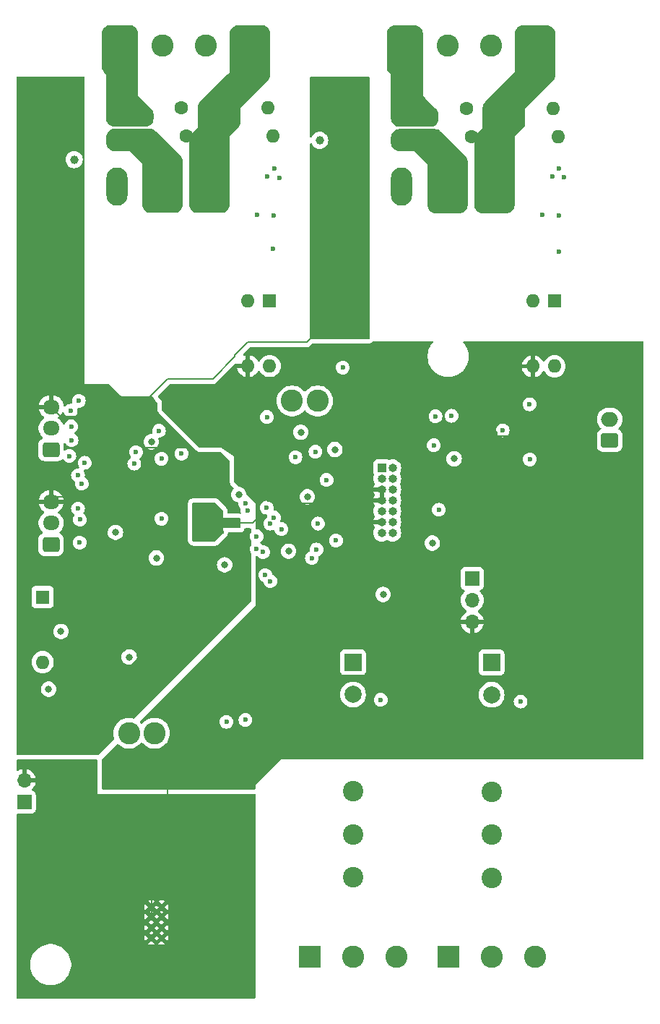
<source format=gbr>
%TF.GenerationSoftware,KiCad,Pcbnew,8.0.9-8.0.9-0~ubuntu24.04.1*%
%TF.CreationDate,2025-02-26T12:07:28+01:00*%
%TF.ProjectId,TempControllerMainBoard,54656d70-436f-46e7-9472-6f6c6c65724d,rev?*%
%TF.SameCoordinates,Original*%
%TF.FileFunction,Copper,L2,Inr*%
%TF.FilePolarity,Positive*%
%FSLAX46Y46*%
G04 Gerber Fmt 4.6, Leading zero omitted, Abs format (unit mm)*
G04 Created by KiCad (PCBNEW 8.0.9-8.0.9-0~ubuntu24.04.1) date 2025-02-26 12:07:28*
%MOMM*%
%LPD*%
G01*
G04 APERTURE LIST*
G04 Aperture macros list*
%AMRoundRect*
0 Rectangle with rounded corners*
0 $1 Rounding radius*
0 $2 $3 $4 $5 $6 $7 $8 $9 X,Y pos of 4 corners*
0 Add a 4 corners polygon primitive as box body*
4,1,4,$2,$3,$4,$5,$6,$7,$8,$9,$2,$3,0*
0 Add four circle primitives for the rounded corners*
1,1,$1+$1,$2,$3*
1,1,$1+$1,$4,$5*
1,1,$1+$1,$6,$7*
1,1,$1+$1,$8,$9*
0 Add four rect primitives between the rounded corners*
20,1,$1+$1,$2,$3,$4,$5,0*
20,1,$1+$1,$4,$5,$6,$7,0*
20,1,$1+$1,$6,$7,$8,$9,0*
20,1,$1+$1,$8,$9,$2,$3,0*%
G04 Aperture macros list end*
%TA.AperFunction,ComponentPad*%
%ADD10R,1.600000X1.600000*%
%TD*%
%TA.AperFunction,ComponentPad*%
%ADD11O,1.600000X1.600000*%
%TD*%
%TA.AperFunction,ComponentPad*%
%ADD12C,2.600000*%
%TD*%
%TA.AperFunction,ComponentPad*%
%ADD13C,1.600000*%
%TD*%
%TA.AperFunction,ComponentPad*%
%ADD14RoundRect,0.250000X0.725000X-0.600000X0.725000X0.600000X-0.725000X0.600000X-0.725000X-0.600000X0*%
%TD*%
%TA.AperFunction,ComponentPad*%
%ADD15O,1.950000X1.700000*%
%TD*%
%TA.AperFunction,ComponentPad*%
%ADD16C,2.400000*%
%TD*%
%TA.AperFunction,ComponentPad*%
%ADD17R,2.000000X2.000000*%
%TD*%
%TA.AperFunction,ComponentPad*%
%ADD18C,2.000000*%
%TD*%
%TA.AperFunction,ComponentPad*%
%ADD19R,1.700000X1.700000*%
%TD*%
%TA.AperFunction,ComponentPad*%
%ADD20O,1.700000X1.700000*%
%TD*%
%TA.AperFunction,ComponentPad*%
%ADD21RoundRect,0.250000X0.750000X-0.600000X0.750000X0.600000X-0.750000X0.600000X-0.750000X-0.600000X0*%
%TD*%
%TA.AperFunction,ComponentPad*%
%ADD22O,2.000000X1.700000*%
%TD*%
%TA.AperFunction,ComponentPad*%
%ADD23R,2.600000X2.600000*%
%TD*%
%TA.AperFunction,ComponentPad*%
%ADD24C,0.600000*%
%TD*%
%TA.AperFunction,ComponentPad*%
%ADD25R,1.000000X1.000000*%
%TD*%
%TA.AperFunction,ComponentPad*%
%ADD26O,1.000000X1.000000*%
%TD*%
%TA.AperFunction,ComponentPad*%
%ADD27R,2.500000X4.500000*%
%TD*%
%TA.AperFunction,ComponentPad*%
%ADD28O,2.500000X4.500000*%
%TD*%
%TA.AperFunction,ViaPad*%
%ADD29C,0.600000*%
%TD*%
%TA.AperFunction,ViaPad*%
%ADD30C,0.800000*%
%TD*%
%TA.AperFunction,ViaPad*%
%ADD31C,0.750000*%
%TD*%
%TA.AperFunction,ViaPad*%
%ADD32C,1.000000*%
%TD*%
%TA.AperFunction,Conductor*%
%ADD33C,0.200000*%
%TD*%
G04 APERTURE END LIST*
D10*
%TO.N,Net-(R35-Pad2)*%
%TO.C,U4*%
X125675000Y-97300000D03*
D11*
%TO.N,Net-(Q13-C)*%
X123135000Y-97300000D03*
%TO.N,GND*%
X123135000Y-104920000D03*
%TO.N,/CH1_ZCD*%
X125675000Y-104920000D03*
%TD*%
D12*
%TO.N,+5V*%
%TO.C,L2*%
X131300000Y-109000000D03*
%TO.N,+5VA*%
X128300000Y-109000000D03*
%TD*%
D13*
%TO.N,/PowerOutout1/Main_L*%
%TO.C,R10*%
X149320000Y-78030000D03*
D11*
%TO.N,Net-(D17-K)*%
X159480000Y-78030000D03*
%TD*%
D14*
%TO.N,Net-(J7-Pin_1)*%
%TO.C,J7*%
X100050000Y-125800000D03*
D15*
%TO.N,Net-(J7-Pin_2)*%
X100050000Y-123300000D03*
%TO.N,GNDA*%
X100050000Y-120800000D03*
%TD*%
D14*
%TO.N,Net-(J6-Pin_1)*%
%TO.C,J6*%
X100050000Y-114700000D03*
D15*
%TO.N,Net-(J6-Pin_2)*%
X100050000Y-112200000D03*
%TO.N,GNDA*%
X100050000Y-109700000D03*
%TD*%
D16*
%TO.N,Net-(J5-Pin_1)*%
%TO.C,K1*%
X135450000Y-159760000D03*
%TO.N,Net-(J5-Pin_3)*%
X135450000Y-154720000D03*
%TO.N,Net-(J5-Pin_2)*%
X135450000Y-164800000D03*
D17*
%TO.N,+5V*%
X135450000Y-139600000D03*
D18*
%TO.N,Net-(D6-A)*%
X135450000Y-143380000D03*
%TD*%
D19*
%TO.N,/USART1_RX_PB15*%
%TO.C,J2*%
X149425000Y-129785000D03*
D20*
%TO.N,/USART1_TX_PB14*%
X149425000Y-132325000D03*
%TO.N,GND*%
X149425000Y-134865000D03*
%TD*%
D21*
%TO.N,/CANBus/CAN-*%
%TO.C,J9*%
X165550000Y-113650000D03*
D22*
%TO.N,/CANBus/CAN+*%
X165550000Y-111150000D03*
%TD*%
D23*
%TO.N,Net-(J5-Pin_1)*%
%TO.C,J5*%
X130365000Y-174050000D03*
D12*
%TO.N,Net-(J5-Pin_2)*%
X135445000Y-174050000D03*
%TO.N,Net-(J5-Pin_3)*%
X140525000Y-174050000D03*
%TD*%
D23*
%TO.N,Net-(J11-Pin_1)*%
%TO.C,J11*%
X146615000Y-174080000D03*
D12*
%TO.N,Net-(J11-Pin_2)*%
X151695000Y-174080000D03*
%TO.N,Net-(J11-Pin_3)*%
X156775000Y-174080000D03*
%TD*%
D16*
%TO.N,Net-(J11-Pin_1)*%
%TO.C,K2*%
X151700000Y-159790000D03*
%TO.N,Net-(J11-Pin_3)*%
X151700000Y-154750000D03*
%TO.N,Net-(J11-Pin_2)*%
X151700000Y-164830000D03*
D17*
%TO.N,+5V*%
X151700000Y-139630000D03*
D18*
%TO.N,Net-(D12-A)*%
X151700000Y-143410000D03*
%TD*%
D23*
%TO.N,/PowerOutout/Main_L_Detect*%
%TO.C,J3*%
X108060000Y-67400000D03*
D12*
%TO.N,/PowerOutout/Main_N*%
X113140000Y-67400000D03*
X118220000Y-67400000D03*
%TO.N,/PowerOutout/Main_L*%
X123300000Y-67400000D03*
%TD*%
D13*
%TO.N,/PowerOutout1/Main_N*%
%TO.C,R11*%
X148740000Y-74730000D03*
D11*
%TO.N,Net-(D15-A)*%
X158900000Y-74730000D03*
%TD*%
D19*
%TO.N,Net-(J10-Pin_1)*%
%TO.C,J10*%
X96900000Y-155975000D03*
D20*
%TO.N,GND*%
X96900000Y-153435000D03*
%TD*%
D10*
%TO.N,Net-(R36-Pad2)*%
%TO.C,U7*%
X159075000Y-97330000D03*
D11*
%TO.N,Net-(Q14-C)*%
X156535000Y-97330000D03*
%TO.N,GND*%
X156535000Y-104950000D03*
%TO.N,/CH2_ZCD*%
X159075000Y-104950000D03*
%TD*%
D10*
%TO.N,Net-(D8-K)*%
%TO.C,D8*%
X99055000Y-131965000D03*
D11*
%TO.N,Net-(D8-A)*%
X99055000Y-139585000D03*
%TD*%
D24*
%TO.N,GND*%
%TO.C,U12*%
X113000000Y-171875000D03*
X113000000Y-170675000D03*
X113000000Y-169375000D03*
X113000000Y-168275000D03*
X111800000Y-171875000D03*
X111800000Y-170675000D03*
X111800000Y-169375000D03*
X111800000Y-168275000D03*
%TD*%
D23*
%TO.N,/PowerOutout1/Main_L_Detect*%
%TO.C,J4*%
X141460000Y-67430000D03*
D12*
%TO.N,/PowerOutout1/Main_N*%
X146540000Y-67430000D03*
X151620000Y-67430000D03*
%TO.N,/PowerOutout1/Main_L*%
X156700000Y-67430000D03*
%TD*%
D25*
%TO.N,unconnected-(J1-NC-Pad1)*%
%TO.C,J1*%
X138830000Y-116850000D03*
D26*
%TO.N,unconnected-(J1-NC-Pad2)*%
X140100000Y-116850000D03*
%TO.N,+3.3V*%
X138830000Y-118120000D03*
%TO.N,SWDIO*%
X140100000Y-118120000D03*
%TO.N,GND*%
X138830000Y-119390000D03*
%TO.N,SWDCLK*%
X140100000Y-119390000D03*
%TO.N,GND*%
X138830000Y-120660000D03*
%TO.N,unconnected-(J1-JTDO{slash}SWO-Pad8)*%
X140100000Y-120660000D03*
%TO.N,unconnected-(J1-JRCLK{slash}NC-Pad9)*%
X138830000Y-121930000D03*
%TO.N,unconnected-(J1-JTDI{slash}NC-Pad10)*%
X140100000Y-121930000D03*
%TO.N,GND*%
X138830000Y-123200000D03*
%TO.N,NRST*%
X140100000Y-123200000D03*
%TO.N,unconnected-(J1-VCP_RX-Pad13)*%
X138830000Y-124470000D03*
%TO.N,unconnected-(J1-VCP_TX-Pad14)*%
X140100000Y-124470000D03*
%TD*%
D12*
%TO.N,+5V*%
%TO.C,L3*%
X112175000Y-147900000D03*
%TO.N,Net-(U14-EN)*%
X109175000Y-147900000D03*
%TD*%
D13*
%TO.N,/PowerOutout/Main_L*%
%TO.C,R4*%
X115920000Y-78000000D03*
D11*
%TO.N,Net-(D16-K)*%
X126080000Y-78000000D03*
%TD*%
D13*
%TO.N,/PowerOutout/Main_N*%
%TO.C,R5*%
X115340000Y-74700000D03*
D11*
%TO.N,Net-(D14-A)*%
X125500000Y-74700000D03*
%TD*%
D27*
%TO.N,/PowerOutout1/Main_L*%
%TO.C,Q3*%
X152050000Y-83940000D03*
D28*
%TO.N,/PowerOutout1/Main_L_OUT*%
X146600000Y-83940000D03*
%TO.N,Net-(Q3-G)*%
X141150000Y-83940000D03*
%TD*%
D27*
%TO.N,/PowerOutout/Main_L*%
%TO.C,Q1*%
X118650000Y-83910000D03*
D28*
%TO.N,/PowerOutout/Main_L_OUT*%
X113200000Y-83910000D03*
%TO.N,Net-(Q1-G)*%
X107750000Y-83910000D03*
%TD*%
D29*
%TO.N,GND*%
X124875000Y-118375000D03*
X140900000Y-144800000D03*
X145400000Y-123150000D03*
X128225000Y-121800000D03*
X123250000Y-117875000D03*
X158500000Y-108600000D03*
X138400000Y-113375000D03*
X144950000Y-130750000D03*
X157150000Y-144830000D03*
X117050000Y-123300000D03*
X152100000Y-112800000D03*
X155000000Y-148150000D03*
X141000000Y-133450000D03*
X136600000Y-120975000D03*
X127748991Y-129442419D03*
X138750000Y-148050000D03*
X158400000Y-115000000D03*
X145050000Y-112075000D03*
X136400000Y-104700000D03*
X137150000Y-133500000D03*
X137050000Y-130500000D03*
X148050000Y-119850000D03*
X145750000Y-117475000D03*
X128200000Y-133000000D03*
X122975000Y-112925000D03*
X118250000Y-146500000D03*
D30*
%TO.N,+3.3V*%
X129325000Y-112675000D03*
X138975000Y-131675000D03*
X144750000Y-125650000D03*
X130100000Y-120225000D03*
X147300000Y-115775000D03*
X122050000Y-119975000D03*
X127900000Y-126600000D03*
X133325000Y-114700000D03*
D31*
%TO.N,/PowerOutout/Main_L_Detect*%
X111100000Y-74750000D03*
X111600000Y-75500000D03*
X110100000Y-74750000D03*
X110600000Y-75500000D03*
X109600000Y-75500000D03*
X111100000Y-76250000D03*
X110100000Y-76250000D03*
D29*
%TO.N,Net-(Q4-B)*%
X131050000Y-114950000D03*
X134250000Y-105100000D03*
D30*
%TO.N,+3.3VA*%
X120400000Y-128200000D03*
X101200000Y-136000000D03*
X111800000Y-113800000D03*
X112400000Y-127400000D03*
X107600000Y-124400000D03*
X99750000Y-142750000D03*
X109200000Y-139000000D03*
D29*
%TO.N,NRST*%
X127050000Y-124015380D03*
%TO.N,/I2C1_SDA*%
X126184960Y-122653519D03*
X131350000Y-123365380D03*
%TO.N,Net-(Ra1-Pad1)*%
X109799984Y-116350000D03*
X112990652Y-115773735D03*
%TO.N,/CH1_ZCD*%
X128700000Y-115600000D03*
%TO.N,GNDA*%
X108905025Y-127800000D03*
X133450000Y-83025000D03*
X135400000Y-73525000D03*
X118125000Y-115775000D03*
X110000000Y-114000000D03*
X120400000Y-131400000D03*
X122612142Y-124650000D03*
X104900000Y-142625000D03*
X110800000Y-124200000D03*
X100000000Y-83150000D03*
X101800000Y-72875000D03*
X111400000Y-138000000D03*
D31*
%TO.N,/PowerOutout1/Main_L_Detect*%
X143500000Y-76280000D03*
X144500000Y-74780000D03*
X143000000Y-75530000D03*
X144500000Y-76280000D03*
X144000000Y-75530000D03*
X145000000Y-75530000D03*
X143500000Y-74780000D03*
D29*
%TO.N,/CH2_CURRENT_ADC*%
X125350000Y-110900000D03*
X124150000Y-124849785D03*
%TO.N,/CH2_ZCD*%
X132350000Y-118250000D03*
D31*
%TO.N,/PowerOutout/Main_L_OUT*%
X109500000Y-78500000D03*
X111000000Y-79250000D03*
X110000000Y-77750000D03*
X111000000Y-77750000D03*
X111500000Y-78500000D03*
X110500000Y-78500000D03*
X110000000Y-79250000D03*
%TO.N,/PowerOutout1/Main_L_OUT*%
X143900000Y-78530000D03*
X143400000Y-77780000D03*
X144400000Y-79280000D03*
X143400000Y-79280000D03*
X144400000Y-77780000D03*
X144900000Y-78530000D03*
X142900000Y-78530000D03*
D29*
%TO.N,/I2C1_SCL*%
X125745484Y-123376088D03*
X145500000Y-121750000D03*
%TO.N,/CAN_TX*%
X131175000Y-126400000D03*
X145125000Y-110800000D03*
D32*
%TO.N,+5VA*%
X102750000Y-80750000D03*
X131550000Y-78500000D03*
D29*
%TO.N,/TEMP_CH_SEL*%
X115333521Y-115185718D03*
X110000000Y-115000000D03*
%TO.N,/POWER_LED*%
X120600000Y-146575000D03*
X124131820Y-126336125D03*
%TO.N,/STATUS_LED*%
X122825000Y-146350000D03*
X124900000Y-126700000D03*
%TO.N,Net-(C17-Pad2)*%
X153000000Y-112450000D03*
X156150000Y-109400000D03*
X156175000Y-115850000D03*
%TO.N,Net-(D8-K)*%
X103984926Y-116249999D03*
X112700000Y-112500000D03*
%TO.N,Net-(J7-Pin_2)*%
X103425425Y-122900000D03*
X113000000Y-122800000D03*
%TO.N,Net-(Q6-S)*%
X102450000Y-113600000D03*
X103200000Y-117700000D03*
X102350000Y-110150000D03*
%TO.N,/R_{pt}_EN*%
X102400000Y-112000000D03*
X125333277Y-121502517D03*
X103400000Y-125600000D03*
%TO.N,/R_{max}_EN*%
X103650000Y-118680317D03*
X103300000Y-109000000D03*
X123072120Y-121827880D03*
%TO.N,/R_{min}_EN*%
X102184307Y-115453546D03*
X103199990Y-121600000D03*
X122805418Y-121020802D03*
%TO.N,/GPRelay_2_EN*%
X125150000Y-129400000D03*
X138700000Y-144000000D03*
%TO.N,Net-(D16-K)*%
X126200000Y-81800000D03*
X124200000Y-87200000D03*
%TO.N,Net-(D17-K)*%
X159600000Y-81830000D03*
X157600000Y-87230000D03*
%TO.N,Net-(D14-A)*%
X126150000Y-87300000D03*
X125400000Y-82700000D03*
%TO.N,Net-(D15-A)*%
X158800000Y-82730000D03*
X159550000Y-87330000D03*
%TO.N,Net-(D16-A)*%
X126100000Y-91200000D03*
X126800000Y-82900000D03*
%TO.N,Net-(D17-A)*%
X160200000Y-82800000D03*
X159600000Y-91500000D03*
%TO.N,/GPRelay_1_EN*%
X155100000Y-144200000D03*
X125750000Y-130100000D03*
%TO.N,/CAN_RX*%
X144917524Y-114192525D03*
X130625000Y-127400000D03*
%TO.N,/CAN_STBY*%
X133450000Y-125350000D03*
X147000000Y-110750000D03*
%TD*%
D33*
%TO.N,GND*%
X123250000Y-113200000D02*
X122975000Y-112925000D01*
X158500000Y-108600000D02*
X158500000Y-108900000D01*
X118250000Y-146500000D02*
X113700000Y-151050000D01*
X137635000Y-119390000D02*
X137375000Y-119650000D01*
X141000000Y-133450000D02*
X144950000Y-133450000D01*
X137500000Y-123225000D02*
X137375000Y-123100000D01*
X124200000Y-122750000D02*
X124200000Y-120600000D01*
X131800000Y-132725000D02*
X128475000Y-132725000D01*
X124750000Y-119975000D02*
X124750000Y-118500000D01*
X138830000Y-119390000D02*
X138830000Y-120660000D01*
X145750000Y-117475000D02*
X145750000Y-114350000D01*
X137150000Y-133500000D02*
X137150000Y-130600000D01*
X136600000Y-115175000D02*
X136600000Y-120975000D01*
X138830000Y-119390000D02*
X137635000Y-119390000D01*
X136600000Y-120975000D02*
X129050000Y-120975000D01*
X123135000Y-106815000D02*
X123135000Y-104920000D01*
X145750000Y-117550000D02*
X145750000Y-117475000D01*
X146650000Y-134800000D02*
X146850000Y-134800000D01*
X137375000Y-123100000D02*
X137375000Y-120975000D01*
X147200000Y-122100000D02*
X147350000Y-121950000D01*
X137150000Y-130600000D02*
X137050000Y-130500000D01*
X138830000Y-123200000D02*
X137525000Y-123200000D01*
X127450000Y-121800000D02*
X126375000Y-120725000D01*
X157700000Y-109700000D02*
X157700000Y-112800000D01*
X117050000Y-123300000D02*
X123650000Y-123300000D01*
X125025000Y-133000000D02*
X128200000Y-133000000D01*
X126375000Y-120725000D02*
X125500000Y-120725000D01*
X138675000Y-112075000D02*
X138400000Y-111800000D01*
X157700000Y-112800000D02*
X158400000Y-113500000D01*
X123250000Y-118300000D02*
X123250000Y-117875000D01*
X147750000Y-112350000D02*
X148200000Y-112800000D01*
X138400000Y-107100000D02*
X138400000Y-111800000D01*
X157400000Y-113100000D02*
X157700000Y-112800000D01*
X147350000Y-120700000D02*
X147350000Y-120550000D01*
X128200000Y-133000000D02*
X128200000Y-129893428D01*
X137465000Y-120660000D02*
X138830000Y-120660000D01*
X111900000Y-163050000D02*
X111900000Y-163200000D01*
X157150000Y-144830000D02*
X155000000Y-146980000D01*
X124200000Y-120600000D02*
X124787500Y-120012500D01*
X148050000Y-119850000D02*
X145750000Y-117550000D01*
X158400000Y-113500000D02*
X158400000Y-115000000D01*
X123135000Y-106815000D02*
X134285000Y-106815000D01*
X137375000Y-119650000D02*
X137375000Y-120750000D01*
X147475000Y-112075000D02*
X147750000Y-112350000D01*
X125500000Y-120725000D02*
X124787500Y-120012500D01*
X129050000Y-120975000D02*
X128225000Y-121800000D01*
X123425000Y-118475000D02*
X123250000Y-118300000D01*
X137525000Y-123200000D02*
X137500000Y-123225000D01*
X138400000Y-113375000D02*
X136600000Y-115175000D01*
X128200000Y-129893428D02*
X127748991Y-129442419D01*
X137050000Y-130500000D02*
X134025000Y-130500000D01*
X128225000Y-121800000D02*
X127450000Y-121800000D01*
X124775000Y-118475000D02*
X123425000Y-118475000D01*
X156535000Y-104950000D02*
X156535000Y-106635000D01*
X145300000Y-133450000D02*
X146650000Y-134800000D01*
X156535000Y-106635000D02*
X158500000Y-108600000D01*
X122975000Y-106975000D02*
X123135000Y-106815000D01*
X118250000Y-146500000D02*
X118250000Y-139775000D01*
X113700000Y-161250000D02*
X111900000Y-163050000D01*
X124787500Y-120012500D02*
X124750000Y-119975000D01*
X136600000Y-120975000D02*
X137375000Y-120975000D01*
X158500000Y-108900000D02*
X157700000Y-109700000D01*
X144950000Y-133450000D02*
X145300000Y-133450000D01*
X155000000Y-146980000D02*
X155000000Y-148150000D01*
X157150000Y-145605000D02*
X157150000Y-144830000D01*
X145050000Y-112075000D02*
X138675000Y-112075000D01*
X146850000Y-134800000D02*
X146915000Y-134865000D01*
X144950000Y-130750000D02*
X144950000Y-133450000D01*
X124750000Y-118500000D02*
X124875000Y-118375000D01*
X137150000Y-133500000D02*
X140950000Y-133500000D01*
X134285000Y-106815000D02*
X136400000Y-104700000D01*
X146150000Y-123150000D02*
X147200000Y-122100000D01*
X137375000Y-120750000D02*
X137465000Y-120660000D01*
X147350000Y-121950000D02*
X147350000Y-120700000D01*
X147350000Y-120550000D02*
X148050000Y-119850000D01*
X152100000Y-112800000D02*
X152400000Y-113100000D01*
X138400000Y-111800000D02*
X138400000Y-113375000D01*
X138750000Y-146950000D02*
X138750000Y-148050000D01*
X123250000Y-117875000D02*
X123250000Y-113200000D01*
X145750000Y-114350000D02*
X147750000Y-112350000D01*
X140900000Y-144800000D02*
X138750000Y-146950000D01*
X145400000Y-123150000D02*
X146150000Y-123150000D01*
X140950000Y-133500000D02*
X141000000Y-133450000D01*
X148200000Y-112800000D02*
X152100000Y-112800000D01*
X146915000Y-134865000D02*
X149425000Y-134865000D01*
X136400000Y-104700000D02*
X136400000Y-105100000D01*
X152400000Y-113100000D02*
X157400000Y-113100000D01*
X111900000Y-163200000D02*
X111800000Y-163300000D01*
X134025000Y-130500000D02*
X131800000Y-132725000D01*
X136400000Y-105100000D02*
X138400000Y-107100000D01*
X118250000Y-139775000D02*
X125025000Y-133000000D01*
X124875000Y-118375000D02*
X124775000Y-118475000D01*
X111800000Y-163300000D02*
X111800000Y-169375000D01*
X137375000Y-120975000D02*
X137375000Y-120750000D01*
X145050000Y-112075000D02*
X147475000Y-112075000D01*
X128475000Y-132725000D02*
X128200000Y-133000000D01*
X113700000Y-151050000D02*
X113700000Y-161250000D01*
X122975000Y-112925000D02*
X122975000Y-106975000D01*
X123650000Y-123300000D02*
X124200000Y-122750000D01*
%TO.N,GNDA*%
X133450000Y-83025000D02*
X133450000Y-98675000D01*
X111400000Y-131400000D02*
X111400000Y-129000000D01*
X101800000Y-73850000D02*
X101175000Y-74475000D01*
X120400000Y-131400000D02*
X111400000Y-131400000D01*
X100250000Y-83000000D02*
X100150000Y-83000000D01*
X110000000Y-110150000D02*
X110000000Y-114000000D01*
X111400000Y-129000000D02*
X110200000Y-127800000D01*
X135400000Y-73525000D02*
X133450000Y-75475000D01*
X110800000Y-124200000D02*
X110000000Y-124200000D01*
X115800000Y-126775000D02*
X121950000Y-126775000D01*
X101150000Y-110800000D02*
X103000000Y-110800000D01*
X116300000Y-114500000D02*
X111050000Y-114500000D01*
X111050000Y-114500000D02*
X110625000Y-114075000D01*
X106000000Y-120200000D02*
X106000000Y-114200000D01*
X100000000Y-83175000D02*
X100050000Y-83225000D01*
X104900000Y-142625000D02*
X106775000Y-142625000D01*
X113225000Y-124200000D02*
X115800000Y-126775000D01*
X110500000Y-114075000D02*
X110425000Y-114000000D01*
X122612142Y-126112858D02*
X122612142Y-124650000D01*
X101800000Y-72875000D02*
X101800000Y-73850000D01*
X110000000Y-124200000D02*
X106000000Y-120200000D01*
X108905025Y-125294975D02*
X108905025Y-127800000D01*
X100050000Y-109700000D02*
X101150000Y-110800000D01*
X117625000Y-115775000D02*
X116325000Y-114475000D01*
X100050000Y-83225000D02*
X100050000Y-109700000D01*
X101175000Y-82075000D02*
X100250000Y-83000000D01*
X110800000Y-124200000D02*
X113225000Y-124200000D01*
X111400000Y-138000000D02*
X111400000Y-131400000D01*
X100150000Y-83000000D02*
X100000000Y-83150000D01*
X100050000Y-120800000D02*
X100650000Y-120200000D01*
X100000000Y-83150000D02*
X100000000Y-83175000D01*
X121575000Y-103850000D02*
X119000000Y-106425000D01*
X103000000Y-110800000D02*
X106200000Y-114000000D01*
X110425000Y-114000000D02*
X110000000Y-114000000D01*
X106200000Y-114000000D02*
X110000000Y-114000000D01*
X110000000Y-124200000D02*
X108905025Y-125294975D01*
X100650000Y-120200000D02*
X106000000Y-120200000D01*
X116325000Y-114475000D02*
X116300000Y-114500000D01*
X133450000Y-98675000D02*
X130000000Y-102125000D01*
X110625000Y-114075000D02*
X110500000Y-114075000D01*
X130000000Y-102125000D02*
X123100000Y-102125000D01*
X133450000Y-75475000D02*
X133450000Y-83025000D01*
X121575000Y-103650000D02*
X121575000Y-103850000D01*
X113725000Y-106425000D02*
X110000000Y-110150000D01*
X118125000Y-115775000D02*
X117625000Y-115775000D01*
X101175000Y-74475000D02*
X101175000Y-82075000D01*
X110200000Y-127800000D02*
X108905025Y-127800000D01*
X123100000Y-102125000D02*
X121575000Y-103650000D01*
X119000000Y-106425000D02*
X113725000Y-106425000D01*
X106000000Y-114200000D02*
X106200000Y-114000000D01*
X121950000Y-126775000D02*
X122612142Y-126112858D01*
X106775000Y-142625000D02*
X111400000Y-138000000D01*
%TD*%
%TA.AperFunction,Conductor*%
%TO.N,/PowerOutout1/Main_L*%
G36*
X158156061Y-65030597D02*
G01*
X158332941Y-65048018D01*
X158356769Y-65052757D01*
X158521001Y-65102576D01*
X158543453Y-65111877D01*
X158694798Y-65192772D01*
X158715010Y-65206277D01*
X158847666Y-65315145D01*
X158864854Y-65332333D01*
X158973722Y-65464989D01*
X158987227Y-65485201D01*
X159068121Y-65636543D01*
X159077424Y-65659001D01*
X159127240Y-65823224D01*
X159131982Y-65847065D01*
X159149403Y-66023938D01*
X159150000Y-66036092D01*
X159150000Y-70859693D01*
X159149403Y-70871847D01*
X159131982Y-71048721D01*
X159127240Y-71072562D01*
X159077424Y-71236785D01*
X159068121Y-71259243D01*
X158987227Y-71410585D01*
X158973722Y-71430797D01*
X158860969Y-71568186D01*
X158852797Y-71577202D01*
X155942897Y-74487101D01*
X155942887Y-74487112D01*
X155650000Y-74780000D01*
X155650000Y-75194214D01*
X155650000Y-75194217D01*
X155650000Y-76359693D01*
X155649403Y-76371847D01*
X155631982Y-76548721D01*
X155627240Y-76572562D01*
X155577424Y-76736785D01*
X155568121Y-76759243D01*
X155487227Y-76910585D01*
X155473722Y-76930797D01*
X155360969Y-77068186D01*
X155352797Y-77077202D01*
X154692897Y-77737101D01*
X154692887Y-77737112D01*
X154400000Y-78030000D01*
X154400000Y-78444214D01*
X154400000Y-78444217D01*
X154400000Y-86023907D01*
X154399403Y-86036061D01*
X154381982Y-86212934D01*
X154377240Y-86236775D01*
X154327424Y-86400998D01*
X154318121Y-86423456D01*
X154237227Y-86574798D01*
X154223722Y-86595010D01*
X154114854Y-86727666D01*
X154097666Y-86744854D01*
X153965010Y-86853722D01*
X153944798Y-86867227D01*
X153793456Y-86948121D01*
X153770998Y-86957424D01*
X153606775Y-87007240D01*
X153582934Y-87011982D01*
X153406061Y-87029403D01*
X153393907Y-87030000D01*
X150656093Y-87030000D01*
X150643939Y-87029403D01*
X150467065Y-87011982D01*
X150443224Y-87007240D01*
X150279001Y-86957424D01*
X150256543Y-86948121D01*
X150105201Y-86867227D01*
X150084989Y-86853722D01*
X149952333Y-86744854D01*
X149935145Y-86727666D01*
X149826277Y-86595010D01*
X149812772Y-86574798D01*
X149731878Y-86423456D01*
X149722575Y-86400998D01*
X149672757Y-86236769D01*
X149668018Y-86212941D01*
X149650597Y-86036061D01*
X149650000Y-86023907D01*
X149650000Y-78450306D01*
X149650597Y-78438152D01*
X149668018Y-78261269D01*
X149672757Y-78237445D01*
X149722577Y-78073207D01*
X149731875Y-78050762D01*
X149812775Y-77899408D01*
X149826272Y-77879208D01*
X149939039Y-77741802D01*
X149947192Y-77732807D01*
X150357107Y-77322893D01*
X150650000Y-77030000D01*
X150650000Y-74700306D01*
X150650597Y-74688152D01*
X150655473Y-74638648D01*
X150668018Y-74511269D01*
X150672757Y-74487445D01*
X150722577Y-74323207D01*
X150731875Y-74300762D01*
X150812775Y-74149408D01*
X150826272Y-74129208D01*
X150939039Y-73991802D01*
X150947192Y-73982807D01*
X154107107Y-70822893D01*
X154400000Y-70530000D01*
X154400000Y-66036092D01*
X154400597Y-66023938D01*
X154418018Y-65847056D01*
X154422757Y-65823232D01*
X154472577Y-65658994D01*
X154481875Y-65636549D01*
X154562775Y-65485195D01*
X154576272Y-65464995D01*
X154685149Y-65332328D01*
X154702328Y-65315149D01*
X154834995Y-65206272D01*
X154855195Y-65192775D01*
X155006549Y-65111875D01*
X155028994Y-65102577D01*
X155193232Y-65052757D01*
X155217056Y-65048018D01*
X155393939Y-65030597D01*
X155406093Y-65030000D01*
X158143907Y-65030000D01*
X158156061Y-65030597D01*
G37*
%TD.AperFunction*%
%TD*%
%TA.AperFunction,Conductor*%
%TO.N,/PowerOutout/Main_L_OUT*%
G36*
X111641847Y-77150597D02*
G01*
X111650426Y-77151441D01*
X111818728Y-77168018D01*
X111842556Y-77172757D01*
X112006788Y-77222576D01*
X112029240Y-77231877D01*
X112180585Y-77312772D01*
X112200797Y-77326277D01*
X112338186Y-77439030D01*
X112347202Y-77447202D01*
X115202797Y-80302797D01*
X115210969Y-80311813D01*
X115323722Y-80449202D01*
X115337227Y-80469414D01*
X115418121Y-80620756D01*
X115427424Y-80643214D01*
X115477240Y-80807437D01*
X115481982Y-80831278D01*
X115499403Y-81008152D01*
X115500000Y-81020306D01*
X115500000Y-85993907D01*
X115499403Y-86006061D01*
X115481982Y-86182934D01*
X115477240Y-86206775D01*
X115427424Y-86370998D01*
X115418121Y-86393456D01*
X115337227Y-86544798D01*
X115323722Y-86565010D01*
X115214854Y-86697666D01*
X115197666Y-86714854D01*
X115065010Y-86823722D01*
X115044798Y-86837227D01*
X114893456Y-86918121D01*
X114870998Y-86927424D01*
X114706775Y-86977240D01*
X114682934Y-86981982D01*
X114506061Y-86999403D01*
X114493907Y-87000000D01*
X111756093Y-87000000D01*
X111743939Y-86999403D01*
X111567065Y-86981982D01*
X111543224Y-86977240D01*
X111379001Y-86927424D01*
X111356543Y-86918121D01*
X111205201Y-86837227D01*
X111184989Y-86823722D01*
X111052333Y-86714854D01*
X111035145Y-86697666D01*
X110926277Y-86565010D01*
X110912772Y-86544798D01*
X110831878Y-86393456D01*
X110822575Y-86370998D01*
X110772757Y-86206769D01*
X110768018Y-86182941D01*
X110750597Y-86006061D01*
X110750000Y-85993907D01*
X110750000Y-81664217D01*
X110750000Y-81664214D01*
X110750000Y-81250000D01*
X110457106Y-80957106D01*
X110457102Y-80957101D01*
X109542898Y-80042897D01*
X109542892Y-80042892D01*
X109250000Y-79750000D01*
X108835786Y-79750000D01*
X108835783Y-79750000D01*
X107506093Y-79750000D01*
X107493939Y-79749403D01*
X107317065Y-79731982D01*
X107293224Y-79727240D01*
X107129001Y-79677424D01*
X107106543Y-79668121D01*
X106955201Y-79587227D01*
X106934989Y-79573722D01*
X106802333Y-79464854D01*
X106785145Y-79447666D01*
X106676277Y-79315010D01*
X106662772Y-79294798D01*
X106581878Y-79143456D01*
X106572575Y-79120998D01*
X106522757Y-78956769D01*
X106518018Y-78932941D01*
X106500597Y-78756061D01*
X106500000Y-78743907D01*
X106500000Y-78156092D01*
X106500597Y-78143938D01*
X106518018Y-77967056D01*
X106522757Y-77943232D01*
X106572577Y-77778994D01*
X106581875Y-77756549D01*
X106662775Y-77605195D01*
X106676272Y-77584995D01*
X106785149Y-77452328D01*
X106802328Y-77435149D01*
X106934995Y-77326272D01*
X106955195Y-77312775D01*
X107106549Y-77231875D01*
X107128994Y-77222577D01*
X107293234Y-77172756D01*
X107317054Y-77168018D01*
X107454738Y-77154457D01*
X107476004Y-77154197D01*
X107481404Y-77154595D01*
X107493558Y-77155192D01*
X107506093Y-77155500D01*
X107506113Y-77155500D01*
X111118887Y-77155500D01*
X111118907Y-77155500D01*
X111131443Y-77155192D01*
X111143596Y-77154595D01*
X111156108Y-77153672D01*
X111156115Y-77153671D01*
X111156119Y-77153671D01*
X111187307Y-77150598D01*
X111199467Y-77150000D01*
X111629693Y-77150000D01*
X111641847Y-77150597D01*
G37*
%TD.AperFunction*%
%TD*%
%TA.AperFunction,Conductor*%
%TO.N,/PowerOutout1/Main_L_Detect*%
G36*
X142656061Y-65030597D02*
G01*
X142832941Y-65048018D01*
X142856769Y-65052757D01*
X143021001Y-65102576D01*
X143043453Y-65111877D01*
X143194798Y-65192772D01*
X143215010Y-65206277D01*
X143347666Y-65315145D01*
X143364854Y-65332333D01*
X143473722Y-65464989D01*
X143487227Y-65485201D01*
X143568121Y-65636543D01*
X143577424Y-65659001D01*
X143627240Y-65823224D01*
X143631982Y-65847065D01*
X143649403Y-66023938D01*
X143650000Y-66036092D01*
X143650000Y-73280000D01*
X143942892Y-73572892D01*
X143942897Y-73572898D01*
X145152797Y-74782797D01*
X145160969Y-74791813D01*
X145273722Y-74929202D01*
X145287227Y-74949414D01*
X145368121Y-75100756D01*
X145377424Y-75123214D01*
X145427240Y-75287437D01*
X145431982Y-75311278D01*
X145449403Y-75488152D01*
X145450000Y-75500306D01*
X145450000Y-75998907D01*
X145449403Y-76011062D01*
X145433423Y-76173304D01*
X145428681Y-76197144D01*
X145383134Y-76347295D01*
X145373831Y-76369754D01*
X145299865Y-76508132D01*
X145286361Y-76528342D01*
X145186822Y-76649632D01*
X145169632Y-76666822D01*
X145048342Y-76766361D01*
X145028132Y-76779865D01*
X144889754Y-76853831D01*
X144867295Y-76863134D01*
X144717144Y-76908681D01*
X144693304Y-76913423D01*
X144586903Y-76923903D01*
X144574748Y-76924500D01*
X140906093Y-76924500D01*
X140897448Y-76924712D01*
X140893549Y-76924808D01*
X140881377Y-76925406D01*
X140875995Y-76925803D01*
X140854736Y-76925541D01*
X140717064Y-76911982D01*
X140693224Y-76907240D01*
X140547824Y-76863134D01*
X140529001Y-76857424D01*
X140506543Y-76848121D01*
X140355201Y-76767227D01*
X140334989Y-76753722D01*
X140202333Y-76644854D01*
X140185145Y-76627666D01*
X140076277Y-76495010D01*
X140062772Y-76474798D01*
X139981878Y-76323456D01*
X139972575Y-76300998D01*
X139941072Y-76197144D01*
X139922757Y-76136769D01*
X139918018Y-76112941D01*
X139900597Y-75936061D01*
X139900000Y-75923907D01*
X139900000Y-71133556D01*
X139900000Y-71133553D01*
X139900000Y-70780000D01*
X139650000Y-70530000D01*
X139551596Y-70410093D01*
X139538092Y-70389883D01*
X139470728Y-70263853D01*
X139461430Y-70241409D01*
X139419943Y-70104644D01*
X139415204Y-70080818D01*
X139400597Y-69932508D01*
X139400000Y-69920354D01*
X139400000Y-66036092D01*
X139400597Y-66023938D01*
X139418018Y-65847056D01*
X139422757Y-65823232D01*
X139472577Y-65658994D01*
X139481875Y-65636549D01*
X139562775Y-65485195D01*
X139576272Y-65464995D01*
X139685149Y-65332328D01*
X139702328Y-65315149D01*
X139834995Y-65206272D01*
X139855195Y-65192775D01*
X140006549Y-65111875D01*
X140028994Y-65102577D01*
X140193232Y-65052757D01*
X140217056Y-65048018D01*
X140393939Y-65030597D01*
X140406093Y-65030000D01*
X142643907Y-65030000D01*
X142656061Y-65030597D01*
G37*
%TD.AperFunction*%
%TD*%
%TA.AperFunction,Conductor*%
%TO.N,/PowerOutout1/Main_L_OUT*%
G36*
X145041847Y-77180597D02*
G01*
X145218728Y-77198018D01*
X145242556Y-77202757D01*
X145406788Y-77252576D01*
X145429240Y-77261877D01*
X145580585Y-77342772D01*
X145600797Y-77356277D01*
X145738186Y-77469030D01*
X145747202Y-77477202D01*
X148602797Y-80332797D01*
X148610969Y-80341813D01*
X148723722Y-80479202D01*
X148737227Y-80499414D01*
X148818121Y-80650756D01*
X148827424Y-80673214D01*
X148877240Y-80837437D01*
X148881982Y-80861278D01*
X148899403Y-81038152D01*
X148900000Y-81050306D01*
X148900000Y-86023907D01*
X148899403Y-86036061D01*
X148881982Y-86212934D01*
X148877240Y-86236775D01*
X148827424Y-86400998D01*
X148818121Y-86423456D01*
X148737227Y-86574798D01*
X148723722Y-86595010D01*
X148614854Y-86727666D01*
X148597666Y-86744854D01*
X148465010Y-86853722D01*
X148444798Y-86867227D01*
X148293456Y-86948121D01*
X148270998Y-86957424D01*
X148106775Y-87007240D01*
X148082934Y-87011982D01*
X147906061Y-87029403D01*
X147893907Y-87030000D01*
X145156093Y-87030000D01*
X145143939Y-87029403D01*
X144967065Y-87011982D01*
X144943224Y-87007240D01*
X144779001Y-86957424D01*
X144756543Y-86948121D01*
X144605201Y-86867227D01*
X144584989Y-86853722D01*
X144452333Y-86744854D01*
X144435145Y-86727666D01*
X144326277Y-86595010D01*
X144312772Y-86574798D01*
X144231878Y-86423456D01*
X144222575Y-86400998D01*
X144172757Y-86236769D01*
X144168018Y-86212941D01*
X144150597Y-86036061D01*
X144150000Y-86023907D01*
X144150000Y-81694217D01*
X144150000Y-81694214D01*
X144150000Y-81280000D01*
X143857106Y-80987106D01*
X143857102Y-80987101D01*
X142942898Y-80072897D01*
X142942892Y-80072892D01*
X142650000Y-79780000D01*
X142235786Y-79780000D01*
X142235783Y-79780000D01*
X140906093Y-79780000D01*
X140893939Y-79779403D01*
X140717065Y-79761982D01*
X140693224Y-79757240D01*
X140529001Y-79707424D01*
X140506543Y-79698121D01*
X140355201Y-79617227D01*
X140334989Y-79603722D01*
X140202333Y-79494854D01*
X140185145Y-79477666D01*
X140076277Y-79345010D01*
X140062772Y-79324798D01*
X139981878Y-79173456D01*
X139972575Y-79150998D01*
X139922757Y-78986769D01*
X139918018Y-78962941D01*
X139900597Y-78786061D01*
X139900000Y-78773907D01*
X139900000Y-78186092D01*
X139900597Y-78173938D01*
X139918018Y-77997056D01*
X139922757Y-77973232D01*
X139972577Y-77808994D01*
X139981875Y-77786549D01*
X140062775Y-77635195D01*
X140076272Y-77614995D01*
X140185149Y-77482328D01*
X140202328Y-77465149D01*
X140334995Y-77356272D01*
X140355195Y-77342775D01*
X140506549Y-77261875D01*
X140528994Y-77252577D01*
X140693232Y-77202757D01*
X140717056Y-77198018D01*
X140893939Y-77180597D01*
X140906093Y-77180000D01*
X145029693Y-77180000D01*
X145041847Y-77180597D01*
G37*
%TD.AperFunction*%
%TD*%
%TA.AperFunction,Conductor*%
%TO.N,GND*%
G36*
X119290677Y-120919685D02*
G01*
X119311319Y-120936319D01*
X120213681Y-121838681D01*
X120247166Y-121900004D01*
X120250000Y-121926362D01*
X120250000Y-122725000D01*
X122126000Y-122725000D01*
X122193039Y-122744685D01*
X122238794Y-122797489D01*
X122250000Y-122849000D01*
X122250000Y-123776000D01*
X122230315Y-123843039D01*
X122177511Y-123888794D01*
X122126000Y-123900000D01*
X120250000Y-123900000D01*
X120272655Y-124443728D01*
X120255778Y-124511529D01*
X120234167Y-124538790D01*
X119310895Y-125415900D01*
X119248734Y-125447802D01*
X119225490Y-125450000D01*
X116724000Y-125450000D01*
X116656961Y-125430315D01*
X116611206Y-125377511D01*
X116600000Y-125326000D01*
X116600000Y-121024000D01*
X116619685Y-120956961D01*
X116672489Y-120911206D01*
X116724000Y-120900000D01*
X119223638Y-120900000D01*
X119290677Y-120919685D01*
G37*
%TD.AperFunction*%
%TD*%
%TA.AperFunction,Conductor*%
%TO.N,/PowerOutout/Main_L*%
G36*
X124756061Y-65000597D02*
G01*
X124932941Y-65018018D01*
X124956769Y-65022757D01*
X125121001Y-65072576D01*
X125143453Y-65081877D01*
X125294798Y-65162772D01*
X125315010Y-65176277D01*
X125447666Y-65285145D01*
X125464854Y-65302333D01*
X125573722Y-65434989D01*
X125587227Y-65455201D01*
X125668121Y-65606543D01*
X125677424Y-65629001D01*
X125727240Y-65793224D01*
X125731982Y-65817065D01*
X125749403Y-65993938D01*
X125750000Y-66006092D01*
X125750000Y-70829693D01*
X125749403Y-70841847D01*
X125731982Y-71018721D01*
X125727240Y-71042562D01*
X125677424Y-71206785D01*
X125668121Y-71229243D01*
X125587227Y-71380585D01*
X125573722Y-71400797D01*
X125460969Y-71538186D01*
X125452797Y-71547202D01*
X122542897Y-74457101D01*
X122542887Y-74457112D01*
X122250000Y-74750000D01*
X122250000Y-75164214D01*
X122250000Y-75164217D01*
X122250000Y-76329693D01*
X122249403Y-76341847D01*
X122231982Y-76518721D01*
X122227240Y-76542562D01*
X122177424Y-76706785D01*
X122168121Y-76729243D01*
X122087227Y-76880585D01*
X122073722Y-76900797D01*
X121960969Y-77038186D01*
X121952797Y-77047202D01*
X121292897Y-77707101D01*
X121292887Y-77707112D01*
X121000000Y-78000000D01*
X121000000Y-78414214D01*
X121000000Y-78414217D01*
X121000000Y-85993907D01*
X120999403Y-86006061D01*
X120981982Y-86182934D01*
X120977240Y-86206775D01*
X120927424Y-86370998D01*
X120918121Y-86393456D01*
X120837227Y-86544798D01*
X120823722Y-86565010D01*
X120714854Y-86697666D01*
X120697666Y-86714854D01*
X120565010Y-86823722D01*
X120544798Y-86837227D01*
X120393456Y-86918121D01*
X120370998Y-86927424D01*
X120206775Y-86977240D01*
X120182934Y-86981982D01*
X120006061Y-86999403D01*
X119993907Y-87000000D01*
X117256093Y-87000000D01*
X117243939Y-86999403D01*
X117067065Y-86981982D01*
X117043224Y-86977240D01*
X116879001Y-86927424D01*
X116856543Y-86918121D01*
X116705201Y-86837227D01*
X116684989Y-86823722D01*
X116552333Y-86714854D01*
X116535145Y-86697666D01*
X116426277Y-86565010D01*
X116412772Y-86544798D01*
X116331878Y-86393456D01*
X116322575Y-86370998D01*
X116272757Y-86206769D01*
X116268018Y-86182941D01*
X116250597Y-86006061D01*
X116250000Y-85993907D01*
X116250000Y-78420306D01*
X116250597Y-78408152D01*
X116268018Y-78231269D01*
X116272757Y-78207445D01*
X116322577Y-78043207D01*
X116331875Y-78020762D01*
X116412775Y-77869408D01*
X116426272Y-77849208D01*
X116539039Y-77711802D01*
X116547192Y-77702807D01*
X116957107Y-77292893D01*
X117250000Y-77000000D01*
X117250000Y-74670306D01*
X117250597Y-74658152D01*
X117255473Y-74608648D01*
X117268018Y-74481269D01*
X117272757Y-74457445D01*
X117322577Y-74293207D01*
X117331875Y-74270762D01*
X117412775Y-74119408D01*
X117426272Y-74099208D01*
X117539039Y-73961802D01*
X117547192Y-73952807D01*
X120707107Y-70792893D01*
X121000000Y-70500000D01*
X121000000Y-66006092D01*
X121000597Y-65993938D01*
X121018018Y-65817056D01*
X121022757Y-65793232D01*
X121072577Y-65628994D01*
X121081875Y-65606549D01*
X121162775Y-65455195D01*
X121176272Y-65434995D01*
X121285149Y-65302328D01*
X121302328Y-65285149D01*
X121434995Y-65176272D01*
X121455195Y-65162775D01*
X121606549Y-65081875D01*
X121628994Y-65072577D01*
X121793232Y-65022757D01*
X121817056Y-65018018D01*
X121993939Y-65000597D01*
X122006093Y-65000000D01*
X124743907Y-65000000D01*
X124756061Y-65000597D01*
G37*
%TD.AperFunction*%
%TD*%
%TA.AperFunction,Conductor*%
%TO.N,/PowerOutout/Main_L_Detect*%
G36*
X109256061Y-65000597D02*
G01*
X109432941Y-65018018D01*
X109456769Y-65022757D01*
X109621001Y-65072576D01*
X109643453Y-65081877D01*
X109794798Y-65162772D01*
X109815010Y-65176277D01*
X109947666Y-65285145D01*
X109964854Y-65302333D01*
X110073722Y-65434989D01*
X110087227Y-65455201D01*
X110168121Y-65606543D01*
X110177424Y-65629001D01*
X110227240Y-65793224D01*
X110231982Y-65817065D01*
X110249403Y-65993938D01*
X110250000Y-66006092D01*
X110250000Y-73250000D01*
X110542892Y-73542892D01*
X110542897Y-73542898D01*
X111752797Y-74752797D01*
X111760969Y-74761813D01*
X111873722Y-74899202D01*
X111887227Y-74919414D01*
X111968121Y-75070756D01*
X111977424Y-75093214D01*
X112027240Y-75257437D01*
X112031982Y-75281278D01*
X112049403Y-75458152D01*
X112050000Y-75470306D01*
X112050000Y-75968907D01*
X112049403Y-75981062D01*
X112033423Y-76143304D01*
X112028681Y-76167144D01*
X111983134Y-76317295D01*
X111973831Y-76339754D01*
X111899865Y-76478132D01*
X111886361Y-76498342D01*
X111786822Y-76619632D01*
X111769632Y-76636822D01*
X111648342Y-76736361D01*
X111628132Y-76749865D01*
X111489754Y-76823831D01*
X111467295Y-76833134D01*
X111317144Y-76878681D01*
X111293304Y-76883423D01*
X111173715Y-76895201D01*
X111131060Y-76899403D01*
X111118907Y-76900000D01*
X107506093Y-76900000D01*
X107493939Y-76899403D01*
X107317065Y-76881982D01*
X107293224Y-76877240D01*
X107129001Y-76827424D01*
X107106543Y-76818121D01*
X106955201Y-76737227D01*
X106934989Y-76723722D01*
X106802333Y-76614854D01*
X106785145Y-76597666D01*
X106676277Y-76465010D01*
X106662772Y-76444798D01*
X106581878Y-76293456D01*
X106572575Y-76270998D01*
X106541072Y-76167144D01*
X106522757Y-76106769D01*
X106518018Y-76082941D01*
X106500597Y-75906061D01*
X106500000Y-75893907D01*
X106500000Y-71103556D01*
X106500000Y-71103553D01*
X106500000Y-70750000D01*
X106250000Y-70500000D01*
X106151596Y-70380093D01*
X106138092Y-70359883D01*
X106070728Y-70233853D01*
X106061430Y-70211409D01*
X106019943Y-70074644D01*
X106015204Y-70050818D01*
X106000597Y-69902508D01*
X106000000Y-69890354D01*
X106000000Y-66006092D01*
X106000597Y-65993938D01*
X106018018Y-65817056D01*
X106022757Y-65793232D01*
X106072577Y-65628994D01*
X106081875Y-65606549D01*
X106162775Y-65455195D01*
X106176272Y-65434995D01*
X106285149Y-65302328D01*
X106302328Y-65285149D01*
X106434995Y-65176272D01*
X106455195Y-65162775D01*
X106606549Y-65081875D01*
X106628994Y-65072577D01*
X106793232Y-65022757D01*
X106817056Y-65018018D01*
X106993939Y-65000597D01*
X107006093Y-65000000D01*
X109243907Y-65000000D01*
X109256061Y-65000597D01*
G37*
%TD.AperFunction*%
%TD*%
%TA.AperFunction,Conductor*%
%TO.N,GNDA*%
G36*
X103943039Y-71019685D02*
G01*
X103988794Y-71072489D01*
X104000000Y-71124000D01*
X104000000Y-80709985D01*
X103988587Y-80748852D01*
X103997828Y-80766909D01*
X104000000Y-80790014D01*
X104000000Y-107750000D01*
X96000000Y-107706250D01*
X96000000Y-80750000D01*
X101744659Y-80750000D01*
X101763975Y-80946129D01*
X101821188Y-81134733D01*
X101914086Y-81308532D01*
X101914090Y-81308539D01*
X102039116Y-81460883D01*
X102191460Y-81585909D01*
X102191467Y-81585913D01*
X102365266Y-81678811D01*
X102365269Y-81678811D01*
X102365273Y-81678814D01*
X102553868Y-81736024D01*
X102750000Y-81755341D01*
X102946132Y-81736024D01*
X103134727Y-81678814D01*
X103308538Y-81585910D01*
X103460883Y-81460883D01*
X103585910Y-81308538D01*
X103678814Y-81134727D01*
X103736024Y-80946132D01*
X103752597Y-80777859D01*
X103762473Y-80753401D01*
X103757023Y-80744920D01*
X103752597Y-80722139D01*
X103736024Y-80553870D01*
X103736024Y-80553868D01*
X103678814Y-80365273D01*
X103678811Y-80365269D01*
X103678811Y-80365266D01*
X103585913Y-80191467D01*
X103585909Y-80191460D01*
X103460883Y-80039116D01*
X103308539Y-79914090D01*
X103308532Y-79914086D01*
X103134733Y-79821188D01*
X103134727Y-79821186D01*
X102946132Y-79763976D01*
X102946129Y-79763975D01*
X102750000Y-79744659D01*
X102553870Y-79763975D01*
X102365266Y-79821188D01*
X102191467Y-79914086D01*
X102191460Y-79914090D01*
X102039116Y-80039116D01*
X101914090Y-80191460D01*
X101914086Y-80191467D01*
X101821188Y-80365266D01*
X101763975Y-80553870D01*
X101744659Y-80750000D01*
X96000000Y-80750000D01*
X96000000Y-71124000D01*
X96019685Y-71056961D01*
X96072489Y-71011206D01*
X96124000Y-71000000D01*
X103876000Y-71000000D01*
X103943039Y-71019685D01*
G37*
%TD.AperFunction*%
%TD*%
%TA.AperFunction,Conductor*%
%TO.N,GNDA*%
G36*
X137343039Y-71049685D02*
G01*
X137388794Y-71102489D01*
X137400000Y-71154000D01*
X137400000Y-101655222D01*
X137380315Y-101722261D01*
X137327511Y-101768016D01*
X137275225Y-101779220D01*
X130523225Y-101737020D01*
X130456310Y-101716916D01*
X130410886Y-101663828D01*
X130400000Y-101613022D01*
X130400000Y-78965953D01*
X130419685Y-78898914D01*
X130472489Y-78853159D01*
X130541647Y-78843215D01*
X130605203Y-78872240D01*
X130633358Y-78907500D01*
X130714086Y-79058532D01*
X130714090Y-79058539D01*
X130839116Y-79210883D01*
X130991460Y-79335909D01*
X130991467Y-79335913D01*
X131165266Y-79428811D01*
X131165269Y-79428811D01*
X131165273Y-79428814D01*
X131353868Y-79486024D01*
X131550000Y-79505341D01*
X131746132Y-79486024D01*
X131934727Y-79428814D01*
X132108538Y-79335910D01*
X132260883Y-79210883D01*
X132385910Y-79058538D01*
X132478814Y-78884727D01*
X132536024Y-78696132D01*
X132555341Y-78500000D01*
X132536024Y-78303868D01*
X132478814Y-78115273D01*
X132478811Y-78115269D01*
X132478811Y-78115266D01*
X132385913Y-77941467D01*
X132385909Y-77941460D01*
X132260883Y-77789116D01*
X132108539Y-77664090D01*
X132108532Y-77664086D01*
X131934733Y-77571188D01*
X131934727Y-77571186D01*
X131746132Y-77513976D01*
X131746129Y-77513975D01*
X131550000Y-77494659D01*
X131353870Y-77513975D01*
X131165266Y-77571188D01*
X130991467Y-77664086D01*
X130991460Y-77664090D01*
X130839116Y-77789116D01*
X130714090Y-77941460D01*
X130714085Y-77941467D01*
X130633358Y-78092499D01*
X130584396Y-78142344D01*
X130516258Y-78157804D01*
X130450578Y-78133972D01*
X130408210Y-78078415D01*
X130400000Y-78034046D01*
X130400000Y-71154000D01*
X130419685Y-71086961D01*
X130472489Y-71041206D01*
X130524000Y-71030000D01*
X137276000Y-71030000D01*
X137343039Y-71049685D01*
G37*
%TD.AperFunction*%
%TD*%
%TA.AperFunction,Conductor*%
%TO.N,GND*%
G36*
X105443039Y-151019685D02*
G01*
X105488794Y-151072489D01*
X105500000Y-151124000D01*
X105500000Y-155000000D01*
X123876000Y-155000000D01*
X123943039Y-155019685D01*
X123988794Y-155072489D01*
X124000000Y-155124000D01*
X124000000Y-178876000D01*
X123980315Y-178943039D01*
X123927511Y-178988794D01*
X123876000Y-179000000D01*
X96124000Y-179000000D01*
X96056961Y-178980315D01*
X96011206Y-178927511D01*
X96000000Y-178876000D01*
X96000000Y-174865186D01*
X97599500Y-174865186D01*
X97599500Y-175134813D01*
X97629686Y-175402719D01*
X97629688Y-175402731D01*
X97689684Y-175665594D01*
X97689687Y-175665602D01*
X97778734Y-175920082D01*
X97895714Y-176162994D01*
X97895716Y-176162997D01*
X98039162Y-176391289D01*
X98207266Y-176602085D01*
X98397915Y-176792734D01*
X98608711Y-176960838D01*
X98837003Y-177104284D01*
X99079921Y-177221267D01*
X99271049Y-177288145D01*
X99334397Y-177310312D01*
X99334405Y-177310315D01*
X99334408Y-177310315D01*
X99334409Y-177310316D01*
X99597268Y-177370312D01*
X99865187Y-177400499D01*
X99865188Y-177400500D01*
X99865191Y-177400500D01*
X100134812Y-177400500D01*
X100134812Y-177400499D01*
X100402732Y-177370312D01*
X100665591Y-177310316D01*
X100920079Y-177221267D01*
X101162997Y-177104284D01*
X101391289Y-176960838D01*
X101602085Y-176792734D01*
X101792734Y-176602085D01*
X101960838Y-176391289D01*
X102104284Y-176162997D01*
X102221267Y-175920079D01*
X102310316Y-175665591D01*
X102370312Y-175402732D01*
X102400500Y-175134809D01*
X102400500Y-174865191D01*
X102370312Y-174597268D01*
X102310316Y-174334409D01*
X102221267Y-174079921D01*
X102104284Y-173837003D01*
X101960838Y-173608711D01*
X101792734Y-173397915D01*
X101602085Y-173207266D01*
X101391289Y-173039162D01*
X101162997Y-172895716D01*
X101162994Y-172895714D01*
X100920082Y-172778734D01*
X100665602Y-172689687D01*
X100665594Y-172689684D01*
X100468446Y-172644687D01*
X100402732Y-172629688D01*
X100402728Y-172629687D01*
X100402719Y-172629686D01*
X100134813Y-172599500D01*
X100134809Y-172599500D01*
X99865191Y-172599500D01*
X99865186Y-172599500D01*
X99597280Y-172629686D01*
X99597268Y-172629688D01*
X99334405Y-172689684D01*
X99334397Y-172689687D01*
X99079917Y-172778734D01*
X98837005Y-172895714D01*
X98608712Y-173039161D01*
X98397915Y-173207265D01*
X98207265Y-173397915D01*
X98039161Y-173608712D01*
X97895714Y-173837005D01*
X97778734Y-174079917D01*
X97689687Y-174334397D01*
X97689684Y-174334405D01*
X97629688Y-174597268D01*
X97629686Y-174597280D01*
X97599500Y-174865186D01*
X96000000Y-174865186D01*
X96000000Y-172591660D01*
X111436891Y-172591660D01*
X111450697Y-172600335D01*
X111450701Y-172600337D01*
X111620858Y-172659877D01*
X111620861Y-172659878D01*
X111799997Y-172680062D01*
X111800003Y-172680062D01*
X111979138Y-172659878D01*
X112149307Y-172600333D01*
X112163107Y-172591661D01*
X112163107Y-172591660D01*
X112636891Y-172591660D01*
X112650697Y-172600335D01*
X112650701Y-172600337D01*
X112820858Y-172659877D01*
X112820861Y-172659878D01*
X112999997Y-172680062D01*
X113000003Y-172680062D01*
X113179138Y-172659878D01*
X113349307Y-172600333D01*
X113363107Y-172591661D01*
X113363107Y-172591660D01*
X113000001Y-172228553D01*
X113000000Y-172228553D01*
X112636891Y-172591660D01*
X112163107Y-172591660D01*
X111800001Y-172228553D01*
X111800000Y-172228553D01*
X111436891Y-172591660D01*
X96000000Y-172591660D01*
X96000000Y-171874997D01*
X110994938Y-171874997D01*
X110994938Y-171875002D01*
X111015121Y-172054138D01*
X111015122Y-172054141D01*
X111074662Y-172224298D01*
X111074667Y-172224308D01*
X111083338Y-172238108D01*
X111446446Y-171875001D01*
X111446446Y-171874999D01*
X111416610Y-171845163D01*
X111650000Y-171845163D01*
X111650000Y-171904837D01*
X111672836Y-171959968D01*
X111715032Y-172002164D01*
X111770163Y-172025000D01*
X111829837Y-172025000D01*
X111884968Y-172002164D01*
X111927164Y-171959968D01*
X111950000Y-171904837D01*
X111950000Y-171874999D01*
X112153553Y-171874999D01*
X112400000Y-172121446D01*
X112646446Y-171875001D01*
X112646446Y-171875000D01*
X112616609Y-171845163D01*
X112850000Y-171845163D01*
X112850000Y-171904837D01*
X112872836Y-171959968D01*
X112915032Y-172002164D01*
X112970163Y-172025000D01*
X113029837Y-172025000D01*
X113084968Y-172002164D01*
X113127164Y-171959968D01*
X113150000Y-171904837D01*
X113150000Y-171874999D01*
X113353553Y-171874999D01*
X113353553Y-171875000D01*
X113716660Y-172238107D01*
X113716661Y-172238107D01*
X113725333Y-172224307D01*
X113784878Y-172054138D01*
X113805062Y-171875002D01*
X113805062Y-171874997D01*
X113784878Y-171695861D01*
X113784877Y-171695858D01*
X113725337Y-171525701D01*
X113725335Y-171525697D01*
X113716660Y-171511891D01*
X113353553Y-171874999D01*
X113150000Y-171874999D01*
X113150000Y-171845163D01*
X113127164Y-171790032D01*
X113084968Y-171747836D01*
X113029837Y-171725000D01*
X112970163Y-171725000D01*
X112915032Y-171747836D01*
X112872836Y-171790032D01*
X112850000Y-171845163D01*
X112616609Y-171845163D01*
X112400000Y-171628553D01*
X112153553Y-171874999D01*
X111950000Y-171874999D01*
X111950000Y-171845163D01*
X111927164Y-171790032D01*
X111884968Y-171747836D01*
X111829837Y-171725000D01*
X111770163Y-171725000D01*
X111715032Y-171747836D01*
X111672836Y-171790032D01*
X111650000Y-171845163D01*
X111416610Y-171845163D01*
X111083338Y-171511890D01*
X111083338Y-171511891D01*
X111074664Y-171525696D01*
X111015122Y-171695858D01*
X111015121Y-171695861D01*
X110994938Y-171874997D01*
X96000000Y-171874997D01*
X96000000Y-171274999D01*
X111553553Y-171274999D01*
X111800000Y-171521446D01*
X112046446Y-171275001D01*
X112046446Y-171275000D01*
X112046445Y-171274999D01*
X112753553Y-171274999D01*
X113000000Y-171521446D01*
X113246446Y-171275001D01*
X113246446Y-171275000D01*
X113000000Y-171028553D01*
X112753553Y-171274999D01*
X112046445Y-171274999D01*
X111800000Y-171028553D01*
X111553553Y-171274999D01*
X96000000Y-171274999D01*
X96000000Y-170674997D01*
X110994938Y-170674997D01*
X110994938Y-170675002D01*
X111015121Y-170854138D01*
X111015122Y-170854141D01*
X111074662Y-171024298D01*
X111074667Y-171024308D01*
X111083338Y-171038108D01*
X111446446Y-170675001D01*
X111446446Y-170674999D01*
X111416610Y-170645163D01*
X111650000Y-170645163D01*
X111650000Y-170704837D01*
X111672836Y-170759968D01*
X111715032Y-170802164D01*
X111770163Y-170825000D01*
X111829837Y-170825000D01*
X111884968Y-170802164D01*
X111927164Y-170759968D01*
X111950000Y-170704837D01*
X111950000Y-170674999D01*
X112153553Y-170674999D01*
X112400000Y-170921446D01*
X112646446Y-170675001D01*
X112646446Y-170675000D01*
X112616609Y-170645163D01*
X112850000Y-170645163D01*
X112850000Y-170704837D01*
X112872836Y-170759968D01*
X112915032Y-170802164D01*
X112970163Y-170825000D01*
X113029837Y-170825000D01*
X113084968Y-170802164D01*
X113127164Y-170759968D01*
X113150000Y-170704837D01*
X113150000Y-170674999D01*
X113353553Y-170674999D01*
X113353553Y-170675000D01*
X113716660Y-171038107D01*
X113716661Y-171038107D01*
X113725333Y-171024307D01*
X113784878Y-170854138D01*
X113805062Y-170675002D01*
X113805062Y-170674997D01*
X113784878Y-170495861D01*
X113784877Y-170495858D01*
X113725337Y-170325701D01*
X113725335Y-170325697D01*
X113716660Y-170311891D01*
X113353553Y-170674999D01*
X113150000Y-170674999D01*
X113150000Y-170645163D01*
X113127164Y-170590032D01*
X113084968Y-170547836D01*
X113029837Y-170525000D01*
X112970163Y-170525000D01*
X112915032Y-170547836D01*
X112872836Y-170590032D01*
X112850000Y-170645163D01*
X112616609Y-170645163D01*
X112400000Y-170428553D01*
X112153553Y-170674999D01*
X111950000Y-170674999D01*
X111950000Y-170645163D01*
X111927164Y-170590032D01*
X111884968Y-170547836D01*
X111829837Y-170525000D01*
X111770163Y-170525000D01*
X111715032Y-170547836D01*
X111672836Y-170590032D01*
X111650000Y-170645163D01*
X111416610Y-170645163D01*
X111083338Y-170311890D01*
X111083338Y-170311891D01*
X111074664Y-170325696D01*
X111015122Y-170495858D01*
X111015121Y-170495861D01*
X110994938Y-170674997D01*
X96000000Y-170674997D01*
X96000000Y-170025000D01*
X111503553Y-170025000D01*
X111800000Y-170321446D01*
X111800001Y-170321446D01*
X112096446Y-170025001D01*
X112096446Y-170025000D01*
X112703553Y-170025000D01*
X113000000Y-170321446D01*
X113000001Y-170321446D01*
X113296446Y-170025001D01*
X113296446Y-170024999D01*
X113000001Y-169728553D01*
X113000000Y-169728553D01*
X112703553Y-170025000D01*
X112096446Y-170025000D01*
X112096446Y-170024999D01*
X111800001Y-169728553D01*
X111800000Y-169728553D01*
X111503553Y-170025000D01*
X96000000Y-170025000D01*
X96000000Y-169374997D01*
X110994938Y-169374997D01*
X110994938Y-169375002D01*
X111015121Y-169554138D01*
X111015122Y-169554141D01*
X111074662Y-169724298D01*
X111074667Y-169724308D01*
X111083338Y-169738108D01*
X111446446Y-169375001D01*
X111446446Y-169374999D01*
X111416610Y-169345163D01*
X111650000Y-169345163D01*
X111650000Y-169404837D01*
X111672836Y-169459968D01*
X111715032Y-169502164D01*
X111770163Y-169525000D01*
X111829837Y-169525000D01*
X111884968Y-169502164D01*
X111927164Y-169459968D01*
X111950000Y-169404837D01*
X111950000Y-169374999D01*
X112153553Y-169374999D01*
X112400000Y-169621446D01*
X112646446Y-169375001D01*
X112646446Y-169375000D01*
X112616609Y-169345163D01*
X112850000Y-169345163D01*
X112850000Y-169404837D01*
X112872836Y-169459968D01*
X112915032Y-169502164D01*
X112970163Y-169525000D01*
X113029837Y-169525000D01*
X113084968Y-169502164D01*
X113127164Y-169459968D01*
X113150000Y-169404837D01*
X113150000Y-169374999D01*
X113353553Y-169374999D01*
X113353553Y-169375000D01*
X113716660Y-169738107D01*
X113716661Y-169738107D01*
X113725333Y-169724307D01*
X113784878Y-169554138D01*
X113805062Y-169375002D01*
X113805062Y-169374997D01*
X113784878Y-169195861D01*
X113784877Y-169195858D01*
X113725337Y-169025701D01*
X113725335Y-169025697D01*
X113716660Y-169011891D01*
X113353553Y-169374999D01*
X113150000Y-169374999D01*
X113150000Y-169345163D01*
X113127164Y-169290032D01*
X113084968Y-169247836D01*
X113029837Y-169225000D01*
X112970163Y-169225000D01*
X112915032Y-169247836D01*
X112872836Y-169290032D01*
X112850000Y-169345163D01*
X112616609Y-169345163D01*
X112400000Y-169128553D01*
X112153553Y-169374999D01*
X111950000Y-169374999D01*
X111950000Y-169345163D01*
X111927164Y-169290032D01*
X111884968Y-169247836D01*
X111829837Y-169225000D01*
X111770163Y-169225000D01*
X111715032Y-169247836D01*
X111672836Y-169290032D01*
X111650000Y-169345163D01*
X111416610Y-169345163D01*
X111083338Y-169011890D01*
X111083338Y-169011891D01*
X111074664Y-169025696D01*
X111015122Y-169195858D01*
X111015121Y-169195861D01*
X110994938Y-169374997D01*
X96000000Y-169374997D01*
X96000000Y-168824999D01*
X111603553Y-168824999D01*
X111800000Y-169021446D01*
X111996446Y-168825001D01*
X111996446Y-168825000D01*
X111996445Y-168824999D01*
X112803553Y-168824999D01*
X113000000Y-169021446D01*
X113196446Y-168825001D01*
X113196446Y-168825000D01*
X113000000Y-168628553D01*
X112803553Y-168824999D01*
X111996445Y-168824999D01*
X111800000Y-168628553D01*
X111603553Y-168824999D01*
X96000000Y-168824999D01*
X96000000Y-168274997D01*
X110994938Y-168274997D01*
X110994938Y-168275002D01*
X111015121Y-168454138D01*
X111015122Y-168454141D01*
X111074662Y-168624298D01*
X111074667Y-168624308D01*
X111083338Y-168638108D01*
X111446446Y-168275001D01*
X111446446Y-168274999D01*
X111416610Y-168245163D01*
X111650000Y-168245163D01*
X111650000Y-168304837D01*
X111672836Y-168359968D01*
X111715032Y-168402164D01*
X111770163Y-168425000D01*
X111829837Y-168425000D01*
X111884968Y-168402164D01*
X111927164Y-168359968D01*
X111950000Y-168304837D01*
X111950000Y-168274999D01*
X112153553Y-168274999D01*
X112400000Y-168521446D01*
X112646446Y-168275001D01*
X112646446Y-168275000D01*
X112616609Y-168245163D01*
X112850000Y-168245163D01*
X112850000Y-168304837D01*
X112872836Y-168359968D01*
X112915032Y-168402164D01*
X112970163Y-168425000D01*
X113029837Y-168425000D01*
X113084968Y-168402164D01*
X113127164Y-168359968D01*
X113150000Y-168304837D01*
X113150000Y-168274999D01*
X113353553Y-168274999D01*
X113353553Y-168275000D01*
X113716660Y-168638107D01*
X113716661Y-168638107D01*
X113725333Y-168624307D01*
X113784878Y-168454138D01*
X113805062Y-168275002D01*
X113805062Y-168274997D01*
X113784878Y-168095861D01*
X113784877Y-168095858D01*
X113725337Y-167925701D01*
X113725335Y-167925697D01*
X113716660Y-167911891D01*
X113353553Y-168274999D01*
X113150000Y-168274999D01*
X113150000Y-168245163D01*
X113127164Y-168190032D01*
X113084968Y-168147836D01*
X113029837Y-168125000D01*
X112970163Y-168125000D01*
X112915032Y-168147836D01*
X112872836Y-168190032D01*
X112850000Y-168245163D01*
X112616609Y-168245163D01*
X112400000Y-168028553D01*
X112153553Y-168274999D01*
X111950000Y-168274999D01*
X111950000Y-168245163D01*
X111927164Y-168190032D01*
X111884968Y-168147836D01*
X111829837Y-168125000D01*
X111770163Y-168125000D01*
X111715032Y-168147836D01*
X111672836Y-168190032D01*
X111650000Y-168245163D01*
X111416610Y-168245163D01*
X111083338Y-167911890D01*
X111083338Y-167911891D01*
X111074664Y-167925696D01*
X111015122Y-168095858D01*
X111015121Y-168095861D01*
X110994938Y-168274997D01*
X96000000Y-168274997D01*
X96000000Y-167558338D01*
X111436890Y-167558338D01*
X111800000Y-167921446D01*
X111800001Y-167921446D01*
X112163108Y-167558338D01*
X112636890Y-167558338D01*
X113000000Y-167921446D01*
X113000001Y-167921446D01*
X113363108Y-167558338D01*
X113363108Y-167558337D01*
X113349308Y-167549667D01*
X113349298Y-167549662D01*
X113179141Y-167490122D01*
X113179138Y-167490121D01*
X113000003Y-167469938D01*
X112999997Y-167469938D01*
X112820861Y-167490121D01*
X112820858Y-167490122D01*
X112650696Y-167549664D01*
X112636891Y-167558338D01*
X112636890Y-167558338D01*
X112163108Y-167558338D01*
X112163108Y-167558337D01*
X112149308Y-167549667D01*
X112149298Y-167549662D01*
X111979141Y-167490122D01*
X111979138Y-167490121D01*
X111800003Y-167469938D01*
X111799997Y-167469938D01*
X111620861Y-167490121D01*
X111620858Y-167490122D01*
X111450696Y-167549664D01*
X111436891Y-167558338D01*
X111436890Y-167558338D01*
X96000000Y-167558338D01*
X96000000Y-157449499D01*
X96019685Y-157382460D01*
X96072489Y-157336705D01*
X96123995Y-157325499D01*
X97797872Y-157325499D01*
X97857483Y-157319091D01*
X97992331Y-157268796D01*
X98107546Y-157182546D01*
X98193796Y-157067331D01*
X98244091Y-156932483D01*
X98250500Y-156872873D01*
X98250499Y-155077128D01*
X98244091Y-155017517D01*
X98193796Y-154882669D01*
X98193795Y-154882668D01*
X98193793Y-154882664D01*
X98107547Y-154767455D01*
X98107544Y-154767452D01*
X97992335Y-154681206D01*
X97992328Y-154681202D01*
X97860401Y-154631997D01*
X97804467Y-154590126D01*
X97780050Y-154524662D01*
X97794902Y-154456389D01*
X97816053Y-154428133D01*
X97938108Y-154306078D01*
X98073600Y-154112578D01*
X98173429Y-153898492D01*
X98173432Y-153898486D01*
X98230636Y-153685000D01*
X97333012Y-153685000D01*
X97365925Y-153627993D01*
X97400000Y-153500826D01*
X97400000Y-153369174D01*
X97365925Y-153242007D01*
X97333012Y-153185000D01*
X98230636Y-153185000D01*
X98230635Y-153184999D01*
X98173432Y-152971513D01*
X98173429Y-152971507D01*
X98073600Y-152757422D01*
X98073599Y-152757420D01*
X97938113Y-152563926D01*
X97938108Y-152563920D01*
X97771082Y-152396894D01*
X97577578Y-152261399D01*
X97363492Y-152161570D01*
X97363486Y-152161567D01*
X97150000Y-152104364D01*
X97150000Y-153001988D01*
X97092993Y-152969075D01*
X96965826Y-152935000D01*
X96834174Y-152935000D01*
X96707007Y-152969075D01*
X96650000Y-153001988D01*
X96650000Y-152104364D01*
X96649999Y-152104364D01*
X96436513Y-152161567D01*
X96436507Y-152161570D01*
X96222422Y-152261399D01*
X96195122Y-152280515D01*
X96128916Y-152302842D01*
X96061148Y-152285830D01*
X96013336Y-152234881D01*
X96000000Y-152178939D01*
X96000000Y-151124000D01*
X96019685Y-151056961D01*
X96072489Y-151011206D01*
X96124000Y-151000000D01*
X105376000Y-151000000D01*
X105443039Y-151019685D01*
G37*
%TD.AperFunction*%
%TD*%
%TA.AperFunction,Conductor*%
%TO.N,GNDA*%
G36*
X104600023Y-107001262D02*
G01*
X104603150Y-107001711D01*
X104629500Y-107005500D01*
X106739254Y-107005500D01*
X106806293Y-107025185D01*
X106826935Y-107041819D01*
X108106239Y-108321123D01*
X108106255Y-108321137D01*
X108106262Y-108321144D01*
X108146480Y-108357271D01*
X108146492Y-108357281D01*
X108146500Y-108357288D01*
X108161778Y-108369600D01*
X108167143Y-108373923D01*
X108189084Y-108389744D01*
X108211026Y-108405567D01*
X108341903Y-108465338D01*
X108408942Y-108485023D01*
X108408946Y-108485024D01*
X108477619Y-108494897D01*
X108496219Y-108500000D01*
X108500000Y-108500000D01*
X108504239Y-108500000D01*
X108521885Y-108501262D01*
X108525012Y-108501711D01*
X108551362Y-108505500D01*
X108551365Y-108505500D01*
X111249404Y-108505500D01*
X111256780Y-108505104D01*
X111303442Y-108502603D01*
X111321039Y-108500710D01*
X111334296Y-108500000D01*
X111934874Y-108500000D01*
X112001913Y-108519685D01*
X112047668Y-108572489D01*
X112058558Y-108615152D01*
X112059865Y-108633426D01*
X112059865Y-108633428D01*
X112073609Y-108670276D01*
X112110147Y-108768236D01*
X112131012Y-108806447D01*
X112138704Y-108820535D01*
X112143632Y-108829559D01*
X112229856Y-108944740D01*
X112229860Y-108944744D01*
X112229865Y-108944750D01*
X112285114Y-108999998D01*
X112458181Y-109173065D01*
X112491666Y-109234388D01*
X112494500Y-109260746D01*
X112494500Y-109948640D01*
X112497397Y-110002688D01*
X112497397Y-110002689D01*
X112500229Y-110029022D01*
X112500232Y-110029049D01*
X112508885Y-110082445D01*
X112508885Y-110082447D01*
X112556036Y-110208861D01*
X112559168Y-110217257D01*
X112592653Y-110278580D01*
X112678877Y-110393761D01*
X112678881Y-110393765D01*
X112678886Y-110393771D01*
X112937378Y-110652262D01*
X113185112Y-110899996D01*
X114960116Y-112675000D01*
X116477637Y-114192521D01*
X117106239Y-114821123D01*
X117106255Y-114821137D01*
X117106262Y-114821144D01*
X117146480Y-114857271D01*
X117146492Y-114857281D01*
X117146500Y-114857288D01*
X117151778Y-114861541D01*
X117167143Y-114873923D01*
X117181037Y-114883942D01*
X117211026Y-114905567D01*
X117308310Y-114949996D01*
X117341903Y-114965338D01*
X117408942Y-114985023D01*
X117408946Y-114985024D01*
X117477619Y-114994897D01*
X117496219Y-115000000D01*
X117500000Y-115000000D01*
X117504239Y-115000000D01*
X117521885Y-115001262D01*
X117525012Y-115001711D01*
X117551362Y-115005500D01*
X119809402Y-115005500D01*
X119876441Y-115025185D01*
X119878185Y-115026326D01*
X120250140Y-115274296D01*
X120312391Y-115315796D01*
X120331289Y-115331289D01*
X120958181Y-115958181D01*
X120991666Y-116019504D01*
X120994500Y-116045862D01*
X120994500Y-118448640D01*
X120997397Y-118502688D01*
X120997397Y-118502689D01*
X121000229Y-118529022D01*
X121000232Y-118529049D01*
X121008885Y-118582445D01*
X121008885Y-118582447D01*
X121035938Y-118654976D01*
X121059168Y-118717257D01*
X121092653Y-118778580D01*
X121178877Y-118893761D01*
X121178881Y-118893765D01*
X121178886Y-118893771D01*
X121428722Y-119143606D01*
X121462207Y-119204929D01*
X121457223Y-119274620D01*
X121433191Y-119314259D01*
X121317466Y-119442785D01*
X121222821Y-119606715D01*
X121222818Y-119606722D01*
X121164327Y-119786740D01*
X121164326Y-119786744D01*
X121144540Y-119975000D01*
X121164326Y-120163256D01*
X121164327Y-120163259D01*
X121222818Y-120343277D01*
X121222821Y-120343284D01*
X121317467Y-120507216D01*
X121444129Y-120647888D01*
X121597265Y-120759148D01*
X121597270Y-120759151D01*
X121770192Y-120836142D01*
X121770193Y-120836142D01*
X121770197Y-120836144D01*
X121894358Y-120862535D01*
X121904765Y-120864747D01*
X121966247Y-120897939D01*
X122000024Y-120959102D01*
X122002206Y-120999918D01*
X121999853Y-121020805D01*
X122020048Y-121200051D01*
X122020049Y-121200056D01*
X122079629Y-121370325D01*
X122175602Y-121523064D01*
X122245985Y-121593447D01*
X122279470Y-121654770D01*
X122281524Y-121695010D01*
X122266555Y-121827874D01*
X122266555Y-121827883D01*
X122286750Y-122007129D01*
X122286753Y-122007142D01*
X122306065Y-122062331D01*
X122309627Y-122132110D01*
X122274899Y-122192737D01*
X122212905Y-122224965D01*
X122171378Y-122226024D01*
X122126001Y-122219500D01*
X122126000Y-122219500D01*
X120879500Y-122219500D01*
X120812461Y-122199815D01*
X120766706Y-122147011D01*
X120755500Y-122095500D01*
X120755500Y-121926359D01*
X120754153Y-121901239D01*
X120752603Y-121872322D01*
X120749769Y-121845964D01*
X120741114Y-121792552D01*
X120690832Y-121657743D01*
X120657347Y-121596420D01*
X120571123Y-121481239D01*
X120571118Y-121481234D01*
X120571113Y-121481228D01*
X119668776Y-120578892D01*
X119668761Y-120578877D01*
X119668737Y-120578855D01*
X119628519Y-120542728D01*
X119628507Y-120542718D01*
X119607856Y-120526076D01*
X119563974Y-120494433D01*
X119433100Y-120434663D01*
X119366055Y-120414976D01*
X119303985Y-120406052D01*
X119223638Y-120394500D01*
X116724000Y-120394500D01*
X116723991Y-120394500D01*
X116723990Y-120394501D01*
X116616549Y-120406052D01*
X116616537Y-120406054D01*
X116565027Y-120417260D01*
X116462502Y-120451383D01*
X116462496Y-120451386D01*
X116341462Y-120529171D01*
X116341451Y-120529179D01*
X116288659Y-120574923D01*
X116194433Y-120683664D01*
X116194430Y-120683668D01*
X116134664Y-120814534D01*
X116114976Y-120881582D01*
X116105033Y-120950737D01*
X116094500Y-121024000D01*
X116094500Y-125326000D01*
X116094501Y-125326009D01*
X116106052Y-125433450D01*
X116106054Y-125433462D01*
X116117260Y-125484972D01*
X116151383Y-125587497D01*
X116151386Y-125587503D01*
X116229171Y-125708537D01*
X116229179Y-125708548D01*
X116274923Y-125761340D01*
X116274926Y-125761343D01*
X116274930Y-125761347D01*
X116383664Y-125855567D01*
X116383667Y-125855568D01*
X116383668Y-125855569D01*
X116466666Y-125893474D01*
X116514541Y-125915338D01*
X116581580Y-125935023D01*
X116581584Y-125935024D01*
X116724000Y-125955500D01*
X116724003Y-125955500D01*
X119225491Y-125955500D01*
X119230248Y-125955275D01*
X119273079Y-125953255D01*
X119273099Y-125953253D01*
X119273116Y-125953252D01*
X119296316Y-125951058D01*
X119343478Y-125944344D01*
X119343479Y-125944343D01*
X119343490Y-125944342D01*
X119479543Y-125897533D01*
X119541704Y-125865631D01*
X119659058Y-125782387D01*
X120582330Y-124905277D01*
X120630294Y-124852818D01*
X120651905Y-124825557D01*
X120692039Y-124766885D01*
X120746309Y-124633632D01*
X120762610Y-124568143D01*
X120763158Y-124566109D01*
X120763186Y-124565830D01*
X120763187Y-124565829D01*
X120768146Y-124516977D01*
X120794500Y-124452268D01*
X120851655Y-124412080D01*
X120891512Y-124405500D01*
X122125990Y-124405500D01*
X122126000Y-124405500D01*
X122233456Y-124393947D01*
X122284967Y-124382741D01*
X122319197Y-124371347D01*
X122387497Y-124348616D01*
X122387501Y-124348613D01*
X122387504Y-124348613D01*
X122508543Y-124270825D01*
X122561347Y-124225070D01*
X122655567Y-124116336D01*
X122715338Y-123985459D01*
X122715339Y-123985457D01*
X122716884Y-123981315D01*
X122718985Y-123982098D01*
X122751737Y-123930934D01*
X122815240Y-123901794D01*
X122833109Y-123900500D01*
X123376000Y-123900500D01*
X123443039Y-123920185D01*
X123488794Y-123972989D01*
X123500000Y-124024500D01*
X123500000Y-124343921D01*
X123480994Y-124409893D01*
X123424209Y-124500266D01*
X123364633Y-124670522D01*
X123364630Y-124670535D01*
X123344435Y-124849781D01*
X123344435Y-124849788D01*
X123364630Y-125029034D01*
X123364631Y-125029039D01*
X123424211Y-125199309D01*
X123480993Y-125289675D01*
X123500000Y-125355648D01*
X123500000Y-125801327D01*
X123480994Y-125867299D01*
X123406031Y-125986602D01*
X123406029Y-125986606D01*
X123346453Y-126156862D01*
X123346450Y-126156875D01*
X123326255Y-126336121D01*
X123326255Y-126336128D01*
X123346450Y-126515374D01*
X123346451Y-126515379D01*
X123406031Y-126685649D01*
X123456557Y-126766059D01*
X123479967Y-126803316D01*
X123480993Y-126804948D01*
X123500000Y-126870921D01*
X123500000Y-127218470D01*
X123498738Y-127236116D01*
X123494500Y-127265591D01*
X123494500Y-132454138D01*
X123474815Y-132521177D01*
X123458181Y-132541819D01*
X113500000Y-142500000D01*
X109846278Y-146153721D01*
X109784955Y-146187206D01*
X109722047Y-146184531D01*
X109576773Y-146139720D01*
X109576767Y-146139718D01*
X109309936Y-146099500D01*
X109309929Y-146099500D01*
X109040071Y-146099500D01*
X109040063Y-146099500D01*
X108773232Y-146139718D01*
X108773226Y-146139720D01*
X108515358Y-146219262D01*
X108272230Y-146336346D01*
X108049258Y-146488365D01*
X107851442Y-146671910D01*
X107683185Y-146882898D01*
X107548258Y-147116599D01*
X107548256Y-147116603D01*
X107449666Y-147367804D01*
X107449664Y-147367811D01*
X107389616Y-147630898D01*
X107369451Y-147899995D01*
X107369451Y-147900004D01*
X107389616Y-148169101D01*
X107449664Y-148432188D01*
X107449666Y-148432195D01*
X107453302Y-148441459D01*
X107459471Y-148511056D01*
X107427033Y-148572940D01*
X107425555Y-148574443D01*
X107000000Y-149000000D01*
X105536319Y-150463681D01*
X105474996Y-150497166D01*
X105448638Y-150500000D01*
X105423123Y-150500000D01*
X105405477Y-150498738D01*
X105376001Y-150494500D01*
X105376000Y-150494500D01*
X96124000Y-150494500D01*
X96056961Y-150474815D01*
X96011206Y-150422011D01*
X96000000Y-150370500D01*
X96000000Y-142750000D01*
X98844540Y-142750000D01*
X98864326Y-142938256D01*
X98864327Y-142938259D01*
X98922818Y-143118277D01*
X98922821Y-143118284D01*
X99017467Y-143282216D01*
X99132524Y-143409999D01*
X99144129Y-143422888D01*
X99297265Y-143534148D01*
X99297270Y-143534151D01*
X99470192Y-143611142D01*
X99470197Y-143611144D01*
X99655354Y-143650500D01*
X99655355Y-143650500D01*
X99844644Y-143650500D01*
X99844646Y-143650500D01*
X100029803Y-143611144D01*
X100202730Y-143534151D01*
X100355871Y-143422888D01*
X100482533Y-143282216D01*
X100577179Y-143118284D01*
X100635674Y-142938256D01*
X100655460Y-142750000D01*
X100635674Y-142561744D01*
X100577179Y-142381716D01*
X100482533Y-142217784D01*
X100355871Y-142077112D01*
X100355870Y-142077111D01*
X100202734Y-141965851D01*
X100202729Y-141965848D01*
X100029807Y-141888857D01*
X100029802Y-141888855D01*
X99884001Y-141857865D01*
X99844646Y-141849500D01*
X99655354Y-141849500D01*
X99622897Y-141856398D01*
X99470197Y-141888855D01*
X99470192Y-141888857D01*
X99297270Y-141965848D01*
X99297265Y-141965851D01*
X99144129Y-142077111D01*
X99017466Y-142217785D01*
X98922821Y-142381715D01*
X98922818Y-142381722D01*
X98868650Y-142548436D01*
X98864326Y-142561744D01*
X98844540Y-142750000D01*
X96000000Y-142750000D01*
X96000000Y-139584998D01*
X97749532Y-139584998D01*
X97749532Y-139585001D01*
X97769364Y-139811686D01*
X97769366Y-139811697D01*
X97828258Y-140031488D01*
X97828261Y-140031497D01*
X97924431Y-140237732D01*
X97924432Y-140237734D01*
X98054954Y-140424141D01*
X98215858Y-140585045D01*
X98215861Y-140585047D01*
X98402266Y-140715568D01*
X98608504Y-140811739D01*
X98828308Y-140870635D01*
X98990230Y-140884801D01*
X99054998Y-140890468D01*
X99055000Y-140890468D01*
X99055002Y-140890468D01*
X99111673Y-140885509D01*
X99281692Y-140870635D01*
X99501496Y-140811739D01*
X99707734Y-140715568D01*
X99894139Y-140585047D01*
X100055047Y-140424139D01*
X100185568Y-140237734D01*
X100281739Y-140031496D01*
X100340635Y-139811692D01*
X100360468Y-139585000D01*
X100340635Y-139358308D01*
X100281739Y-139138504D01*
X100217153Y-139000000D01*
X108294540Y-139000000D01*
X108314326Y-139188256D01*
X108314327Y-139188259D01*
X108372818Y-139368277D01*
X108372821Y-139368284D01*
X108467467Y-139532216D01*
X108514995Y-139585001D01*
X108594129Y-139672888D01*
X108747265Y-139784148D01*
X108747270Y-139784151D01*
X108920192Y-139861142D01*
X108920197Y-139861144D01*
X109105354Y-139900500D01*
X109105355Y-139900500D01*
X109294644Y-139900500D01*
X109294646Y-139900500D01*
X109479803Y-139861144D01*
X109652730Y-139784151D01*
X109805871Y-139672888D01*
X109932533Y-139532216D01*
X110027179Y-139368284D01*
X110085674Y-139188256D01*
X110105460Y-139000000D01*
X110085674Y-138811744D01*
X110027179Y-138631716D01*
X109932533Y-138467784D01*
X109805871Y-138327112D01*
X109767682Y-138299366D01*
X109652734Y-138215851D01*
X109652729Y-138215848D01*
X109479807Y-138138857D01*
X109479802Y-138138855D01*
X109334001Y-138107865D01*
X109294646Y-138099500D01*
X109105354Y-138099500D01*
X109072897Y-138106398D01*
X108920197Y-138138855D01*
X108920192Y-138138857D01*
X108747270Y-138215848D01*
X108747265Y-138215851D01*
X108594129Y-138327111D01*
X108467466Y-138467785D01*
X108372821Y-138631715D01*
X108372818Y-138631722D01*
X108314327Y-138811740D01*
X108314326Y-138811744D01*
X108294540Y-139000000D01*
X100217153Y-139000000D01*
X100185568Y-138932266D01*
X100055047Y-138745861D01*
X100055045Y-138745858D01*
X99894141Y-138584954D01*
X99707734Y-138454432D01*
X99707732Y-138454431D01*
X99501497Y-138358261D01*
X99501488Y-138358258D01*
X99281697Y-138299366D01*
X99281693Y-138299365D01*
X99281692Y-138299365D01*
X99281691Y-138299364D01*
X99281686Y-138299364D01*
X99055002Y-138279532D01*
X99054998Y-138279532D01*
X98828313Y-138299364D01*
X98828302Y-138299366D01*
X98608511Y-138358258D01*
X98608502Y-138358261D01*
X98402267Y-138454431D01*
X98402265Y-138454432D01*
X98215858Y-138584954D01*
X98054954Y-138745858D01*
X97924432Y-138932265D01*
X97924431Y-138932267D01*
X97828261Y-139138502D01*
X97828258Y-139138511D01*
X97769366Y-139358302D01*
X97769364Y-139358313D01*
X97749532Y-139584998D01*
X96000000Y-139584998D01*
X96000000Y-136000000D01*
X100294540Y-136000000D01*
X100314326Y-136188256D01*
X100314327Y-136188259D01*
X100372818Y-136368277D01*
X100372821Y-136368284D01*
X100467467Y-136532216D01*
X100594129Y-136672888D01*
X100747265Y-136784148D01*
X100747270Y-136784151D01*
X100920192Y-136861142D01*
X100920197Y-136861144D01*
X101105354Y-136900500D01*
X101105355Y-136900500D01*
X101294644Y-136900500D01*
X101294646Y-136900500D01*
X101479803Y-136861144D01*
X101652730Y-136784151D01*
X101805871Y-136672888D01*
X101932533Y-136532216D01*
X102027179Y-136368284D01*
X102085674Y-136188256D01*
X102105460Y-136000000D01*
X102085674Y-135811744D01*
X102027179Y-135631716D01*
X101932533Y-135467784D01*
X101805871Y-135327112D01*
X101805870Y-135327111D01*
X101652734Y-135215851D01*
X101652729Y-135215848D01*
X101479807Y-135138857D01*
X101479802Y-135138855D01*
X101334001Y-135107865D01*
X101294646Y-135099500D01*
X101105354Y-135099500D01*
X101072897Y-135106398D01*
X100920197Y-135138855D01*
X100920192Y-135138857D01*
X100747270Y-135215848D01*
X100747265Y-135215851D01*
X100594129Y-135327111D01*
X100467466Y-135467785D01*
X100372821Y-135631715D01*
X100372818Y-135631722D01*
X100314327Y-135811740D01*
X100314326Y-135811744D01*
X100294540Y-136000000D01*
X96000000Y-136000000D01*
X96000000Y-131117135D01*
X97754500Y-131117135D01*
X97754500Y-132812870D01*
X97754501Y-132812876D01*
X97760908Y-132872483D01*
X97811202Y-133007328D01*
X97811206Y-133007335D01*
X97897452Y-133122544D01*
X97897455Y-133122547D01*
X98012664Y-133208793D01*
X98012671Y-133208797D01*
X98147517Y-133259091D01*
X98147516Y-133259091D01*
X98154444Y-133259835D01*
X98207127Y-133265500D01*
X99902872Y-133265499D01*
X99962483Y-133259091D01*
X100097331Y-133208796D01*
X100212546Y-133122546D01*
X100298796Y-133007331D01*
X100349091Y-132872483D01*
X100355500Y-132812873D01*
X100355499Y-131117128D01*
X100349091Y-131057517D01*
X100325037Y-130993026D01*
X100298797Y-130922671D01*
X100298793Y-130922664D01*
X100212547Y-130807455D01*
X100212544Y-130807452D01*
X100097335Y-130721206D01*
X100097328Y-130721202D01*
X99962482Y-130670908D01*
X99962483Y-130670908D01*
X99902883Y-130664501D01*
X99902881Y-130664500D01*
X99902873Y-130664500D01*
X99902864Y-130664500D01*
X98207129Y-130664500D01*
X98207123Y-130664501D01*
X98147516Y-130670908D01*
X98012671Y-130721202D01*
X98012664Y-130721206D01*
X97897455Y-130807452D01*
X97897452Y-130807455D01*
X97811206Y-130922664D01*
X97811202Y-130922671D01*
X97760908Y-131057517D01*
X97754501Y-131117116D01*
X97754501Y-131117123D01*
X97754500Y-131117135D01*
X96000000Y-131117135D01*
X96000000Y-127400000D01*
X111494540Y-127400000D01*
X111514326Y-127588256D01*
X111514327Y-127588259D01*
X111572818Y-127768277D01*
X111572821Y-127768284D01*
X111667467Y-127932216D01*
X111739071Y-128011740D01*
X111794129Y-128072888D01*
X111947265Y-128184148D01*
X111947270Y-128184151D01*
X112120192Y-128261142D01*
X112120197Y-128261144D01*
X112305354Y-128300500D01*
X112305355Y-128300500D01*
X112494644Y-128300500D01*
X112494646Y-128300500D01*
X112679803Y-128261144D01*
X112817133Y-128200000D01*
X119494540Y-128200000D01*
X119514326Y-128388256D01*
X119514327Y-128388259D01*
X119572818Y-128568277D01*
X119572821Y-128568284D01*
X119667467Y-128732216D01*
X119794129Y-128872888D01*
X119947265Y-128984148D01*
X119947270Y-128984151D01*
X120120192Y-129061142D01*
X120120197Y-129061144D01*
X120305354Y-129100500D01*
X120305355Y-129100500D01*
X120494644Y-129100500D01*
X120494646Y-129100500D01*
X120679803Y-129061144D01*
X120852730Y-128984151D01*
X121005871Y-128872888D01*
X121132533Y-128732216D01*
X121227179Y-128568284D01*
X121285674Y-128388256D01*
X121305460Y-128200000D01*
X121285674Y-128011744D01*
X121227179Y-127831716D01*
X121132533Y-127667784D01*
X121005871Y-127527112D01*
X121005870Y-127527111D01*
X120852734Y-127415851D01*
X120852729Y-127415848D01*
X120679807Y-127338857D01*
X120679802Y-127338855D01*
X120534001Y-127307865D01*
X120494646Y-127299500D01*
X120305354Y-127299500D01*
X120272897Y-127306398D01*
X120120197Y-127338855D01*
X120120192Y-127338857D01*
X119947270Y-127415848D01*
X119947265Y-127415851D01*
X119794129Y-127527111D01*
X119667466Y-127667785D01*
X119572821Y-127831715D01*
X119572818Y-127831722D01*
X119540166Y-127932216D01*
X119514326Y-128011744D01*
X119494540Y-128200000D01*
X112817133Y-128200000D01*
X112852730Y-128184151D01*
X113005871Y-128072888D01*
X113132533Y-127932216D01*
X113227179Y-127768284D01*
X113285674Y-127588256D01*
X113305460Y-127400000D01*
X113285674Y-127211744D01*
X113227179Y-127031716D01*
X113132533Y-126867784D01*
X113005871Y-126727112D01*
X113005870Y-126727111D01*
X112852734Y-126615851D01*
X112852729Y-126615848D01*
X112679807Y-126538857D01*
X112679802Y-126538855D01*
X112534001Y-126507865D01*
X112494646Y-126499500D01*
X112305354Y-126499500D01*
X112272897Y-126506398D01*
X112120197Y-126538855D01*
X112120192Y-126538857D01*
X111947270Y-126615848D01*
X111947265Y-126615851D01*
X111794129Y-126727111D01*
X111667466Y-126867785D01*
X111572821Y-127031715D01*
X111572818Y-127031722D01*
X111525008Y-127178867D01*
X111514326Y-127211744D01*
X111494540Y-127400000D01*
X96000000Y-127400000D01*
X96000000Y-123193713D01*
X98574500Y-123193713D01*
X98574500Y-123406287D01*
X98578227Y-123429816D01*
X98607747Y-123616202D01*
X98607754Y-123616243D01*
X98643777Y-123727111D01*
X98673444Y-123818414D01*
X98769951Y-124007820D01*
X98894890Y-124179786D01*
X99033705Y-124318601D01*
X99067190Y-124379924D01*
X99062206Y-124449616D01*
X99020334Y-124505549D01*
X99011121Y-124511821D01*
X98856342Y-124607289D01*
X98732289Y-124731342D01*
X98640187Y-124880663D01*
X98640185Y-124880668D01*
X98632029Y-124905282D01*
X98585001Y-125047203D01*
X98585001Y-125047204D01*
X98585000Y-125047204D01*
X98574500Y-125149983D01*
X98574500Y-126450001D01*
X98574501Y-126450018D01*
X98585000Y-126552796D01*
X98585001Y-126552799D01*
X98628006Y-126682577D01*
X98640186Y-126719334D01*
X98732288Y-126868656D01*
X98856344Y-126992712D01*
X99005666Y-127084814D01*
X99172203Y-127139999D01*
X99274991Y-127150500D01*
X100825008Y-127150499D01*
X100927797Y-127139999D01*
X101094334Y-127084814D01*
X101243656Y-126992712D01*
X101367712Y-126868656D01*
X101459814Y-126719334D01*
X101514999Y-126552797D01*
X101525500Y-126450009D01*
X101525499Y-125599996D01*
X102594435Y-125599996D01*
X102594435Y-125600003D01*
X102614630Y-125779249D01*
X102614631Y-125779254D01*
X102674211Y-125949523D01*
X102723356Y-126027736D01*
X102770184Y-126102262D01*
X102897738Y-126229816D01*
X103050478Y-126325789D01*
X103166949Y-126366544D01*
X103220745Y-126385368D01*
X103220750Y-126385369D01*
X103399996Y-126405565D01*
X103400000Y-126405565D01*
X103400004Y-126405565D01*
X103579249Y-126385369D01*
X103579252Y-126385368D01*
X103579255Y-126385368D01*
X103749522Y-126325789D01*
X103902262Y-126229816D01*
X104029816Y-126102262D01*
X104125789Y-125949522D01*
X104185368Y-125779255D01*
X104190627Y-125732580D01*
X104205565Y-125600003D01*
X104205565Y-125599996D01*
X104185369Y-125420750D01*
X104185368Y-125420745D01*
X104183727Y-125416056D01*
X104125789Y-125250478D01*
X104107387Y-125221192D01*
X104029815Y-125097737D01*
X103902262Y-124970184D01*
X103749523Y-124874211D01*
X103579254Y-124814631D01*
X103579249Y-124814630D01*
X103400004Y-124794435D01*
X103399996Y-124794435D01*
X103220750Y-124814630D01*
X103220745Y-124814631D01*
X103050476Y-124874211D01*
X102897737Y-124970184D01*
X102770184Y-125097737D01*
X102674211Y-125250476D01*
X102614631Y-125420745D01*
X102614630Y-125420750D01*
X102594435Y-125599996D01*
X101525499Y-125599996D01*
X101525499Y-125149992D01*
X101514999Y-125047203D01*
X101459814Y-124880666D01*
X101367712Y-124731344D01*
X101243656Y-124607288D01*
X101094334Y-124515186D01*
X101094333Y-124515185D01*
X101088878Y-124511821D01*
X101042154Y-124459873D01*
X101032410Y-124400000D01*
X106694540Y-124400000D01*
X106714326Y-124588256D01*
X106714327Y-124588259D01*
X106772818Y-124768277D01*
X106772821Y-124768284D01*
X106867467Y-124932216D01*
X106971002Y-125047203D01*
X106994129Y-125072888D01*
X107147265Y-125184148D01*
X107147270Y-125184151D01*
X107320192Y-125261142D01*
X107320197Y-125261144D01*
X107505354Y-125300500D01*
X107505355Y-125300500D01*
X107694644Y-125300500D01*
X107694646Y-125300500D01*
X107879803Y-125261144D01*
X108052730Y-125184151D01*
X108205871Y-125072888D01*
X108332533Y-124932216D01*
X108427179Y-124768284D01*
X108485674Y-124588256D01*
X108505460Y-124400000D01*
X108485674Y-124211744D01*
X108427179Y-124031716D01*
X108332533Y-123867784D01*
X108205871Y-123727112D01*
X108204279Y-123725955D01*
X108052734Y-123615851D01*
X108052729Y-123615848D01*
X107879807Y-123538857D01*
X107879802Y-123538855D01*
X107720023Y-123504894D01*
X107694646Y-123499500D01*
X107505354Y-123499500D01*
X107479977Y-123504894D01*
X107320197Y-123538855D01*
X107320192Y-123538857D01*
X107147270Y-123615848D01*
X107147265Y-123615851D01*
X106994129Y-123727111D01*
X106867466Y-123867785D01*
X106772821Y-124031715D01*
X106772818Y-124031722D01*
X106717987Y-124200476D01*
X106714326Y-124211744D01*
X106694540Y-124400000D01*
X101032410Y-124400000D01*
X101030931Y-124390910D01*
X101058775Y-124326828D01*
X101066272Y-124318623D01*
X101205104Y-124179792D01*
X101226929Y-124149753D01*
X101330048Y-124007820D01*
X101330047Y-124007820D01*
X101330051Y-124007816D01*
X101426557Y-123818412D01*
X101492246Y-123616243D01*
X101525500Y-123406287D01*
X101525500Y-123193713D01*
X101492246Y-122983757D01*
X101426557Y-122781588D01*
X101330051Y-122592184D01*
X101330049Y-122592181D01*
X101330048Y-122592179D01*
X101205109Y-122420213D01*
X101054790Y-122269894D01*
X101054785Y-122269890D01*
X100889781Y-122150008D01*
X100847115Y-122094678D01*
X100841136Y-122025065D01*
X100873741Y-121963270D01*
X100889781Y-121949371D01*
X101054466Y-121829721D01*
X101204723Y-121679464D01*
X101204727Y-121679459D01*
X101262460Y-121599996D01*
X102394425Y-121599996D01*
X102394425Y-121600003D01*
X102414620Y-121779249D01*
X102414621Y-121779254D01*
X102474201Y-121949523D01*
X102535366Y-122046866D01*
X102570174Y-122102262D01*
X102697728Y-122229816D01*
X102738555Y-122255469D01*
X102784846Y-122307804D01*
X102795494Y-122376857D01*
X102777577Y-122426435D01*
X102699636Y-122550476D01*
X102640056Y-122720745D01*
X102640055Y-122720750D01*
X102619860Y-122899996D01*
X102619860Y-122900003D01*
X102640055Y-123079249D01*
X102640056Y-123079254D01*
X102699636Y-123249523D01*
X102758088Y-123342548D01*
X102795609Y-123402262D01*
X102923163Y-123529816D01*
X102973082Y-123561182D01*
X103074247Y-123624749D01*
X103075903Y-123625789D01*
X103166242Y-123657400D01*
X103246170Y-123685368D01*
X103246175Y-123685369D01*
X103425421Y-123705565D01*
X103425425Y-123705565D01*
X103425429Y-123705565D01*
X103604674Y-123685369D01*
X103604677Y-123685368D01*
X103604680Y-123685368D01*
X103774947Y-123625789D01*
X103927687Y-123529816D01*
X104055241Y-123402262D01*
X104151214Y-123249522D01*
X104210793Y-123079255D01*
X104211649Y-123071660D01*
X104230990Y-122900003D01*
X104230990Y-122899996D01*
X104219723Y-122799996D01*
X112194435Y-122799996D01*
X112194435Y-122800003D01*
X112214630Y-122979249D01*
X112214631Y-122979254D01*
X112274211Y-123149523D01*
X112314793Y-123214108D01*
X112370184Y-123302262D01*
X112497738Y-123429816D01*
X112500323Y-123431440D01*
X112620925Y-123507220D01*
X112650478Y-123525789D01*
X112786225Y-123573289D01*
X112820745Y-123585368D01*
X112820750Y-123585369D01*
X112999996Y-123605565D01*
X113000000Y-123605565D01*
X113000004Y-123605565D01*
X113179249Y-123585369D01*
X113179252Y-123585368D01*
X113179255Y-123585368D01*
X113349522Y-123525789D01*
X113502262Y-123429816D01*
X113629816Y-123302262D01*
X113725789Y-123149522D01*
X113785368Y-122979255D01*
X113785369Y-122979249D01*
X113805565Y-122800003D01*
X113805565Y-122799996D01*
X113785369Y-122620750D01*
X113785368Y-122620745D01*
X113761897Y-122553669D01*
X113725789Y-122450478D01*
X113709906Y-122425201D01*
X113665289Y-122354193D01*
X113629816Y-122297738D01*
X113502262Y-122170184D01*
X113470152Y-122150008D01*
X113349523Y-122074211D01*
X113179254Y-122014631D01*
X113179249Y-122014630D01*
X113000004Y-121994435D01*
X112999996Y-121994435D01*
X112820750Y-122014630D01*
X112820745Y-122014631D01*
X112650476Y-122074211D01*
X112497737Y-122170184D01*
X112370184Y-122297737D01*
X112274211Y-122450476D01*
X112214631Y-122620745D01*
X112214630Y-122620750D01*
X112194435Y-122799996D01*
X104219723Y-122799996D01*
X104210794Y-122720750D01*
X104210793Y-122720745D01*
X104170735Y-122606265D01*
X104151214Y-122550478D01*
X104135045Y-122524746D01*
X104088380Y-122450478D01*
X104055241Y-122397738D01*
X103927687Y-122270184D01*
X103927685Y-122270182D01*
X103886858Y-122244529D01*
X103840568Y-122192195D01*
X103829920Y-122123141D01*
X103847836Y-122073565D01*
X103925779Y-121949522D01*
X103985358Y-121779255D01*
X103989820Y-121739654D01*
X104005555Y-121600003D01*
X104005555Y-121599996D01*
X103985359Y-121420750D01*
X103985358Y-121420745D01*
X103949203Y-121317420D01*
X103925779Y-121250478D01*
X103916084Y-121235049D01*
X103829805Y-121097737D01*
X103702252Y-120970184D01*
X103549513Y-120874211D01*
X103379244Y-120814631D01*
X103379239Y-120814630D01*
X103199994Y-120794435D01*
X103199986Y-120794435D01*
X103020740Y-120814630D01*
X103020735Y-120814631D01*
X102850466Y-120874211D01*
X102697727Y-120970184D01*
X102570174Y-121097737D01*
X102474201Y-121250476D01*
X102414621Y-121420745D01*
X102414620Y-121420750D01*
X102394425Y-121599996D01*
X101262460Y-121599996D01*
X101329620Y-121507557D01*
X101426095Y-121318217D01*
X101491757Y-121116129D01*
X101491757Y-121116126D01*
X101502231Y-121050000D01*
X100454146Y-121050000D01*
X100492630Y-120983343D01*
X100525000Y-120862535D01*
X100525000Y-120737465D01*
X100492630Y-120616657D01*
X100454146Y-120550000D01*
X101502231Y-120550000D01*
X101491757Y-120483873D01*
X101491757Y-120483870D01*
X101426095Y-120281782D01*
X101329620Y-120092442D01*
X101204727Y-119920540D01*
X101204723Y-119920535D01*
X101054464Y-119770276D01*
X101054459Y-119770272D01*
X100882557Y-119645379D01*
X100693217Y-119548904D01*
X100491128Y-119483242D01*
X100300000Y-119452969D01*
X100300000Y-120395854D01*
X100233343Y-120357370D01*
X100112535Y-120325000D01*
X99987465Y-120325000D01*
X99866657Y-120357370D01*
X99800000Y-120395854D01*
X99800000Y-119452969D01*
X99608872Y-119483242D01*
X99608869Y-119483242D01*
X99406782Y-119548904D01*
X99217442Y-119645379D01*
X99045540Y-119770272D01*
X99045535Y-119770276D01*
X98895276Y-119920535D01*
X98895272Y-119920540D01*
X98770379Y-120092442D01*
X98673904Y-120281782D01*
X98608242Y-120483870D01*
X98608242Y-120483873D01*
X98597769Y-120550000D01*
X99645854Y-120550000D01*
X99607370Y-120616657D01*
X99575000Y-120737465D01*
X99575000Y-120862535D01*
X99607370Y-120983343D01*
X99645854Y-121050000D01*
X98597769Y-121050000D01*
X98608242Y-121116126D01*
X98608242Y-121116129D01*
X98673904Y-121318217D01*
X98770379Y-121507557D01*
X98895272Y-121679459D01*
X98895276Y-121679464D01*
X99045535Y-121829723D01*
X99045540Y-121829727D01*
X99210218Y-121949372D01*
X99252884Y-122004701D01*
X99258863Y-122074315D01*
X99226258Y-122136110D01*
X99210218Y-122150008D01*
X99045214Y-122269890D01*
X99045209Y-122269894D01*
X98894890Y-122420213D01*
X98769951Y-122592179D01*
X98673444Y-122781585D01*
X98607753Y-122983760D01*
X98582376Y-123143986D01*
X98574500Y-123193713D01*
X96000000Y-123193713D01*
X96000000Y-117699996D01*
X102394435Y-117699996D01*
X102394435Y-117700003D01*
X102414630Y-117879249D01*
X102414631Y-117879254D01*
X102474211Y-118049523D01*
X102518495Y-118120000D01*
X102570184Y-118202262D01*
X102697738Y-118329816D01*
X102775705Y-118378806D01*
X102805644Y-118397618D01*
X102851935Y-118449953D01*
X102862892Y-118516495D01*
X102844435Y-118680312D01*
X102844435Y-118680320D01*
X102864630Y-118859566D01*
X102864631Y-118859571D01*
X102924211Y-119029840D01*
X103020184Y-119182579D01*
X103147738Y-119310133D01*
X103300478Y-119406106D01*
X103405298Y-119442784D01*
X103470745Y-119465685D01*
X103470750Y-119465686D01*
X103649996Y-119485882D01*
X103650000Y-119485882D01*
X103650004Y-119485882D01*
X103829249Y-119465686D01*
X103829252Y-119465685D01*
X103829255Y-119465685D01*
X103999522Y-119406106D01*
X104152262Y-119310133D01*
X104279816Y-119182579D01*
X104375789Y-119029839D01*
X104435368Y-118859572D01*
X104435369Y-118859566D01*
X104455565Y-118680320D01*
X104455565Y-118680313D01*
X104435369Y-118501067D01*
X104435368Y-118501062D01*
X104411044Y-118431549D01*
X104375789Y-118330795D01*
X104362939Y-118310345D01*
X104336582Y-118268397D01*
X104279816Y-118178055D01*
X104152262Y-118050501D01*
X104044353Y-117982697D01*
X103998064Y-117930364D01*
X103987107Y-117863821D01*
X104005565Y-117700002D01*
X104005565Y-117699996D01*
X103985369Y-117520750D01*
X103985368Y-117520745D01*
X103925788Y-117350475D01*
X103858850Y-117243946D01*
X103839849Y-117176709D01*
X103860216Y-117109874D01*
X103913484Y-117064659D01*
X103977728Y-117054753D01*
X103984925Y-117055564D01*
X103984926Y-117055564D01*
X103984930Y-117055564D01*
X104164175Y-117035368D01*
X104164178Y-117035367D01*
X104164181Y-117035367D01*
X104334448Y-116975788D01*
X104487188Y-116879815D01*
X104614742Y-116752261D01*
X104710715Y-116599521D01*
X104770294Y-116429254D01*
X104771654Y-116417185D01*
X104779224Y-116349996D01*
X108994419Y-116349996D01*
X108994419Y-116350003D01*
X109014614Y-116529249D01*
X109014615Y-116529254D01*
X109074195Y-116699523D01*
X109107333Y-116752261D01*
X109170168Y-116852262D01*
X109297722Y-116979816D01*
X109386131Y-117035367D01*
X109441541Y-117070184D01*
X109450462Y-117075789D01*
X109620729Y-117135368D01*
X109620734Y-117135369D01*
X109799980Y-117155565D01*
X109799984Y-117155565D01*
X109799988Y-117155565D01*
X109979233Y-117135369D01*
X109979236Y-117135368D01*
X109979239Y-117135368D01*
X110149506Y-117075789D01*
X110302246Y-116979816D01*
X110429800Y-116852262D01*
X110525773Y-116699522D01*
X110585352Y-116529255D01*
X110596372Y-116431452D01*
X110605549Y-116350003D01*
X110605549Y-116349996D01*
X110585353Y-116170750D01*
X110585352Y-116170745D01*
X110574392Y-116139423D01*
X110525773Y-116000478D01*
X110519995Y-115991283D01*
X110455992Y-115889423D01*
X110429800Y-115847738D01*
X110429799Y-115847737D01*
X110425459Y-115842295D01*
X110427702Y-115840505D01*
X110400394Y-115790494D01*
X110401593Y-115773731D01*
X112185087Y-115773731D01*
X112185087Y-115773738D01*
X112205282Y-115952984D01*
X112205283Y-115952989D01*
X112264863Y-116123258D01*
X112300099Y-116179335D01*
X112360836Y-116275997D01*
X112488390Y-116403551D01*
X112641130Y-116499524D01*
X112811397Y-116559103D01*
X112811402Y-116559104D01*
X112990648Y-116579300D01*
X112990652Y-116579300D01*
X112990656Y-116579300D01*
X113169901Y-116559104D01*
X113169904Y-116559103D01*
X113169907Y-116559103D01*
X113340174Y-116499524D01*
X113492914Y-116403551D01*
X113620468Y-116275997D01*
X113716441Y-116123257D01*
X113776020Y-115952990D01*
X113777873Y-115936546D01*
X113796217Y-115773738D01*
X113796217Y-115773731D01*
X113776021Y-115594485D01*
X113776020Y-115594480D01*
X113745656Y-115507705D01*
X113716441Y-115424213D01*
X113620468Y-115271473D01*
X113534709Y-115185714D01*
X114527956Y-115185714D01*
X114527956Y-115185721D01*
X114548151Y-115364967D01*
X114548152Y-115364972D01*
X114607732Y-115535241D01*
X114685584Y-115659141D01*
X114703705Y-115687980D01*
X114831259Y-115815534D01*
X114898170Y-115857577D01*
X114966441Y-115900475D01*
X114983999Y-115911507D01*
X115102548Y-115952989D01*
X115154266Y-115971086D01*
X115154271Y-115971087D01*
X115333517Y-115991283D01*
X115333521Y-115991283D01*
X115333525Y-115991283D01*
X115512770Y-115971087D01*
X115512773Y-115971086D01*
X115512776Y-115971086D01*
X115683043Y-115911507D01*
X115835783Y-115815534D01*
X115963337Y-115687980D01*
X116059310Y-115535240D01*
X116118889Y-115364973D01*
X116120630Y-115349522D01*
X116139086Y-115185721D01*
X116139086Y-115185714D01*
X116118890Y-115006468D01*
X116118889Y-115006463D01*
X116114933Y-114995158D01*
X116059310Y-114836196D01*
X116049882Y-114821192D01*
X116014514Y-114764903D01*
X115963337Y-114683456D01*
X115835783Y-114555902D01*
X115743216Y-114497738D01*
X115683044Y-114459929D01*
X115512775Y-114400349D01*
X115512770Y-114400348D01*
X115333525Y-114380153D01*
X115333517Y-114380153D01*
X115154271Y-114400348D01*
X115154266Y-114400349D01*
X114983997Y-114459929D01*
X114831258Y-114555902D01*
X114703705Y-114683455D01*
X114607732Y-114836194D01*
X114548152Y-115006463D01*
X114548151Y-115006468D01*
X114527956Y-115185714D01*
X113534709Y-115185714D01*
X113492914Y-115143919D01*
X113429422Y-115104024D01*
X113340175Y-115047946D01*
X113169906Y-114988366D01*
X113169901Y-114988365D01*
X112990656Y-114968170D01*
X112990648Y-114968170D01*
X112811402Y-114988365D01*
X112811397Y-114988366D01*
X112641128Y-115047946D01*
X112488389Y-115143919D01*
X112360836Y-115271472D01*
X112264863Y-115424211D01*
X112205283Y-115594480D01*
X112205282Y-115594485D01*
X112185087Y-115773731D01*
X110401593Y-115773731D01*
X110405378Y-115720802D01*
X110447250Y-115664869D01*
X110455561Y-115659159D01*
X110502262Y-115629816D01*
X110629816Y-115502262D01*
X110725789Y-115349522D01*
X110785368Y-115179255D01*
X110789350Y-115143919D01*
X110805565Y-115000000D01*
X110805565Y-114999996D01*
X110785369Y-114820750D01*
X110785368Y-114820745D01*
X110765828Y-114764903D01*
X110725789Y-114650478D01*
X110629816Y-114497738D01*
X110502262Y-114370184D01*
X110479746Y-114356036D01*
X110349523Y-114274211D01*
X110179254Y-114214631D01*
X110179249Y-114214630D01*
X110000004Y-114194435D01*
X109999996Y-114194435D01*
X109820750Y-114214630D01*
X109820745Y-114214631D01*
X109650476Y-114274211D01*
X109497737Y-114370184D01*
X109370184Y-114497737D01*
X109274211Y-114650476D01*
X109214631Y-114820745D01*
X109214630Y-114820750D01*
X109194435Y-114999996D01*
X109194435Y-115000000D01*
X109214630Y-115179249D01*
X109214631Y-115179254D01*
X109274211Y-115349523D01*
X109370184Y-115502262D01*
X109374525Y-115507705D01*
X109372281Y-115509494D01*
X109399589Y-115559505D01*
X109394605Y-115629197D01*
X109352733Y-115685130D01*
X109344396Y-115690856D01*
X109297724Y-115720182D01*
X109297721Y-115720184D01*
X109170168Y-115847737D01*
X109074195Y-116000476D01*
X109014615Y-116170745D01*
X109014614Y-116170750D01*
X108994419Y-116349996D01*
X104779224Y-116349996D01*
X104790491Y-116250002D01*
X104790491Y-116249995D01*
X104770295Y-116070749D01*
X104770294Y-116070744D01*
X104759536Y-116039999D01*
X104710715Y-115900477D01*
X104703769Y-115889423D01*
X104657341Y-115815533D01*
X104614742Y-115747737D01*
X104487188Y-115620183D01*
X104476407Y-115613409D01*
X104334449Y-115524210D01*
X104164180Y-115464630D01*
X104164175Y-115464629D01*
X103984930Y-115444434D01*
X103984922Y-115444434D01*
X103805676Y-115464629D01*
X103805671Y-115464630D01*
X103635402Y-115524210D01*
X103482663Y-115620183D01*
X103355110Y-115747736D01*
X103259137Y-115900475D01*
X103199557Y-116070744D01*
X103199556Y-116070749D01*
X103179361Y-116249995D01*
X103179361Y-116250002D01*
X103199556Y-116429248D01*
X103199557Y-116429253D01*
X103259137Y-116599523D01*
X103326075Y-116706052D01*
X103345076Y-116773289D01*
X103324709Y-116840124D01*
X103271441Y-116885339D01*
X103207205Y-116895246D01*
X103200004Y-116894435D01*
X103199996Y-116894435D01*
X103020750Y-116914630D01*
X103020745Y-116914631D01*
X102850476Y-116974211D01*
X102697737Y-117070184D01*
X102570184Y-117197737D01*
X102474211Y-117350476D01*
X102414631Y-117520745D01*
X102414630Y-117520750D01*
X102394435Y-117699996D01*
X96000000Y-117699996D01*
X96000000Y-112093713D01*
X98574500Y-112093713D01*
X98574500Y-112306286D01*
X98607753Y-112516239D01*
X98607753Y-112516241D01*
X98607754Y-112516243D01*
X98660722Y-112679262D01*
X98673444Y-112718414D01*
X98769951Y-112907820D01*
X98894890Y-113079786D01*
X99033705Y-113218601D01*
X99067190Y-113279924D01*
X99062206Y-113349616D01*
X99020334Y-113405549D01*
X99011121Y-113411821D01*
X98856342Y-113507289D01*
X98732289Y-113631342D01*
X98640187Y-113780663D01*
X98640186Y-113780666D01*
X98585001Y-113947203D01*
X98585001Y-113947204D01*
X98585000Y-113947204D01*
X98574500Y-114049983D01*
X98574500Y-115350001D01*
X98574501Y-115350018D01*
X98585000Y-115452796D01*
X98585001Y-115452799D01*
X98640185Y-115619331D01*
X98640187Y-115619336D01*
X98646649Y-115629813D01*
X98732288Y-115768656D01*
X98856344Y-115892712D01*
X99005666Y-115984814D01*
X99172203Y-116039999D01*
X99274991Y-116050500D01*
X100825008Y-116050499D01*
X100927797Y-116039999D01*
X101094334Y-115984814D01*
X101243656Y-115892712D01*
X101300253Y-115836114D01*
X101361572Y-115802632D01*
X101431264Y-115807616D01*
X101487198Y-115849487D01*
X101492922Y-115857822D01*
X101554491Y-115955808D01*
X101682045Y-116083362D01*
X101834785Y-116179335D01*
X102005052Y-116238914D01*
X102005057Y-116238915D01*
X102184303Y-116259111D01*
X102184307Y-116259111D01*
X102184311Y-116259111D01*
X102363556Y-116238915D01*
X102363559Y-116238914D01*
X102363562Y-116238914D01*
X102533829Y-116179335D01*
X102686569Y-116083362D01*
X102814123Y-115955808D01*
X102910096Y-115803068D01*
X102969675Y-115632801D01*
X102969676Y-115632795D01*
X102989872Y-115453549D01*
X102989872Y-115453542D01*
X102969676Y-115274296D01*
X102969675Y-115274291D01*
X102938682Y-115185718D01*
X102910096Y-115104024D01*
X102894250Y-115078806D01*
X102848189Y-115005500D01*
X102814123Y-114951284D01*
X102686569Y-114823730D01*
X102650966Y-114801359D01*
X102533830Y-114727757D01*
X102363561Y-114668177D01*
X102363556Y-114668176D01*
X102184311Y-114647981D01*
X102184303Y-114647981D01*
X102005057Y-114668176D01*
X102005052Y-114668177D01*
X101834783Y-114727757D01*
X101715471Y-114802727D01*
X101648234Y-114821727D01*
X101581399Y-114801359D01*
X101536185Y-114748092D01*
X101525499Y-114697733D01*
X101525499Y-114063687D01*
X101545184Y-113996648D01*
X101597988Y-113950893D01*
X101667146Y-113940949D01*
X101730702Y-113969974D01*
X101754491Y-113997713D01*
X101820184Y-114102262D01*
X101947738Y-114229816D01*
X101993517Y-114258581D01*
X102094864Y-114322262D01*
X102100478Y-114325789D01*
X102255841Y-114380153D01*
X102270745Y-114385368D01*
X102270750Y-114385369D01*
X102449996Y-114405565D01*
X102450000Y-114405565D01*
X102450004Y-114405565D01*
X102629249Y-114385369D01*
X102629252Y-114385368D01*
X102629255Y-114385368D01*
X102799522Y-114325789D01*
X102952262Y-114229816D01*
X103079816Y-114102262D01*
X103175789Y-113949522D01*
X103228109Y-113800000D01*
X110894540Y-113800000D01*
X110914326Y-113988256D01*
X110914327Y-113988259D01*
X110972818Y-114168277D01*
X110972821Y-114168284D01*
X111067467Y-114332216D01*
X111182517Y-114459992D01*
X111194129Y-114472888D01*
X111347265Y-114584148D01*
X111347270Y-114584151D01*
X111520192Y-114661142D01*
X111520197Y-114661144D01*
X111705354Y-114700500D01*
X111705355Y-114700500D01*
X111894644Y-114700500D01*
X111894646Y-114700500D01*
X112079803Y-114661144D01*
X112252730Y-114584151D01*
X112405871Y-114472888D01*
X112532533Y-114332216D01*
X112627179Y-114168284D01*
X112685674Y-113988256D01*
X112705460Y-113800000D01*
X112685674Y-113611744D01*
X112637167Y-113462458D01*
X112635173Y-113392618D01*
X112671253Y-113332785D01*
X112733954Y-113301957D01*
X112741212Y-113300921D01*
X112777447Y-113296838D01*
X112879249Y-113285369D01*
X112879252Y-113285368D01*
X112879255Y-113285368D01*
X113049522Y-113225789D01*
X113202262Y-113129816D01*
X113329816Y-113002262D01*
X113425789Y-112849522D01*
X113485368Y-112679255D01*
X113485369Y-112679249D01*
X113505565Y-112500003D01*
X113505565Y-112499996D01*
X113485369Y-112320750D01*
X113485368Y-112320745D01*
X113437005Y-112182532D01*
X113425789Y-112150478D01*
X113329816Y-111997738D01*
X113202262Y-111870184D01*
X113174788Y-111852921D01*
X113049523Y-111774211D01*
X112879254Y-111714631D01*
X112879249Y-111714630D01*
X112700004Y-111694435D01*
X112699996Y-111694435D01*
X112520750Y-111714630D01*
X112520745Y-111714631D01*
X112350476Y-111774211D01*
X112197737Y-111870184D01*
X112070184Y-111997737D01*
X111974211Y-112150476D01*
X111914631Y-112320745D01*
X111914630Y-112320750D01*
X111894435Y-112499996D01*
X111894435Y-112500003D01*
X111914630Y-112679249D01*
X111914633Y-112679262D01*
X111933978Y-112734545D01*
X111937540Y-112804324D01*
X111902812Y-112864951D01*
X111840818Y-112897179D01*
X111816937Y-112899500D01*
X111705354Y-112899500D01*
X111672897Y-112906398D01*
X111520197Y-112938855D01*
X111520192Y-112938857D01*
X111347270Y-113015848D01*
X111347265Y-113015851D01*
X111194129Y-113127111D01*
X111067466Y-113267785D01*
X110972821Y-113431715D01*
X110972818Y-113431722D01*
X110918143Y-113599996D01*
X110914326Y-113611744D01*
X110894540Y-113800000D01*
X103228109Y-113800000D01*
X103235368Y-113779255D01*
X103238331Y-113752957D01*
X103255565Y-113600003D01*
X103255565Y-113599996D01*
X103235369Y-113420750D01*
X103235368Y-113420745D01*
X103189937Y-113290910D01*
X103175789Y-113250478D01*
X103079816Y-113097738D01*
X102952262Y-112970184D01*
X102823511Y-112889284D01*
X102777221Y-112836950D01*
X102766573Y-112767897D01*
X102794948Y-112704048D01*
X102823511Y-112679298D01*
X102902262Y-112629816D01*
X103029816Y-112502262D01*
X103125789Y-112349522D01*
X103185368Y-112179255D01*
X103187473Y-112160575D01*
X103205565Y-112000003D01*
X103205565Y-111999996D01*
X103185369Y-111820750D01*
X103185368Y-111820745D01*
X103141170Y-111694435D01*
X103125789Y-111650478D01*
X103029816Y-111497738D01*
X102902262Y-111370184D01*
X102822726Y-111320208D01*
X102749523Y-111274211D01*
X102579254Y-111214631D01*
X102579249Y-111214630D01*
X102408597Y-111195403D01*
X102381318Y-111183941D01*
X102348914Y-111199956D01*
X102341403Y-111201036D01*
X102220749Y-111214630D01*
X102220745Y-111214631D01*
X102050476Y-111274211D01*
X101897737Y-111370184D01*
X101770184Y-111497737D01*
X101674210Y-111650478D01*
X101661948Y-111685520D01*
X101621225Y-111742295D01*
X101556272Y-111768041D01*
X101487710Y-111754584D01*
X101437308Y-111706195D01*
X101426976Y-111682880D01*
X101426557Y-111681588D01*
X101330051Y-111492184D01*
X101330049Y-111492181D01*
X101330048Y-111492179D01*
X101205109Y-111320213D01*
X101054790Y-111169894D01*
X101054785Y-111169890D01*
X100889781Y-111050008D01*
X100847115Y-110994678D01*
X100841136Y-110925065D01*
X100873741Y-110863270D01*
X100889781Y-110849371D01*
X101054466Y-110729721D01*
X101204723Y-110579464D01*
X101204727Y-110579459D01*
X101329622Y-110407555D01*
X101353484Y-110360724D01*
X101401458Y-110309928D01*
X101469279Y-110293132D01*
X101535414Y-110315669D01*
X101578866Y-110370384D01*
X101581011Y-110376064D01*
X101624210Y-110499521D01*
X101691755Y-110607018D01*
X101720184Y-110652262D01*
X101847738Y-110779816D01*
X101879861Y-110800000D01*
X101958435Y-110849372D01*
X102000478Y-110875789D01*
X102083104Y-110904701D01*
X102170745Y-110935368D01*
X102170750Y-110935369D01*
X102279733Y-110947647D01*
X102341402Y-110954596D01*
X102368679Y-110966057D01*
X102401086Y-110950043D01*
X102408597Y-110948963D01*
X102529249Y-110935369D01*
X102529252Y-110935368D01*
X102529255Y-110935368D01*
X102699522Y-110875789D01*
X102852262Y-110779816D01*
X102979816Y-110652262D01*
X103075789Y-110499522D01*
X103135368Y-110329255D01*
X103137546Y-110309928D01*
X103155565Y-110150003D01*
X103155565Y-110149996D01*
X103135369Y-109970750D01*
X103135366Y-109970739D01*
X103133620Y-109965748D01*
X103130056Y-109895970D01*
X103164783Y-109835341D01*
X103226775Y-109803112D01*
X103264543Y-109801570D01*
X103287921Y-109804204D01*
X103299999Y-109805565D01*
X103300000Y-109805565D01*
X103300004Y-109805565D01*
X103479249Y-109785369D01*
X103479252Y-109785368D01*
X103479255Y-109785368D01*
X103649522Y-109725789D01*
X103802262Y-109629816D01*
X103929816Y-109502262D01*
X104025789Y-109349522D01*
X104085368Y-109179255D01*
X104085369Y-109179249D01*
X104105565Y-109000003D01*
X104105565Y-108999996D01*
X104085369Y-108820750D01*
X104085368Y-108820745D01*
X104066994Y-108768236D01*
X104025789Y-108650478D01*
X103929816Y-108497738D01*
X103802262Y-108370184D01*
X103731132Y-108325490D01*
X103649523Y-108274211D01*
X103479254Y-108214631D01*
X103479249Y-108214630D01*
X103300004Y-108194435D01*
X103299996Y-108194435D01*
X103120750Y-108214630D01*
X103120745Y-108214631D01*
X102950476Y-108274211D01*
X102797737Y-108370184D01*
X102670184Y-108497737D01*
X102574211Y-108650476D01*
X102514631Y-108820745D01*
X102514630Y-108820750D01*
X102494435Y-108999996D01*
X102494435Y-109000003D01*
X102514630Y-109179249D01*
X102514633Y-109179261D01*
X102516381Y-109184256D01*
X102519942Y-109254035D01*
X102485212Y-109314662D01*
X102423218Y-109346888D01*
X102385457Y-109348429D01*
X102350005Y-109344435D01*
X102349996Y-109344435D01*
X102170750Y-109364630D01*
X102170745Y-109364631D01*
X102000476Y-109424211D01*
X101847739Y-109520183D01*
X101731152Y-109636770D01*
X101669829Y-109670254D01*
X101600137Y-109665270D01*
X101544204Y-109623398D01*
X101520998Y-109568486D01*
X101491757Y-109383872D01*
X101491757Y-109383869D01*
X101426095Y-109181782D01*
X101329620Y-108992442D01*
X101204727Y-108820540D01*
X101204723Y-108820535D01*
X101054464Y-108670276D01*
X101054459Y-108670272D01*
X100882557Y-108545379D01*
X100693217Y-108448904D01*
X100491128Y-108383242D01*
X100300000Y-108352969D01*
X100300000Y-109295854D01*
X100233343Y-109257370D01*
X100112535Y-109225000D01*
X99987465Y-109225000D01*
X99866657Y-109257370D01*
X99800000Y-109295854D01*
X99800000Y-108352969D01*
X99608872Y-108383242D01*
X99608869Y-108383242D01*
X99406782Y-108448904D01*
X99217442Y-108545379D01*
X99045540Y-108670272D01*
X99045535Y-108670276D01*
X98895276Y-108820535D01*
X98895272Y-108820540D01*
X98770379Y-108992442D01*
X98673904Y-109181782D01*
X98608242Y-109383870D01*
X98608242Y-109383873D01*
X98597769Y-109450000D01*
X99645854Y-109450000D01*
X99607370Y-109516657D01*
X99575000Y-109637465D01*
X99575000Y-109762535D01*
X99607370Y-109883343D01*
X99645854Y-109950000D01*
X98597769Y-109950000D01*
X98608242Y-110016126D01*
X98608242Y-110016129D01*
X98673904Y-110218217D01*
X98770379Y-110407557D01*
X98895272Y-110579459D01*
X98895276Y-110579464D01*
X99045535Y-110729723D01*
X99045540Y-110729727D01*
X99210218Y-110849372D01*
X99252884Y-110904701D01*
X99258863Y-110974315D01*
X99226258Y-111036110D01*
X99210218Y-111050008D01*
X99045214Y-111169890D01*
X99045209Y-111169894D01*
X98894890Y-111320213D01*
X98769951Y-111492179D01*
X98673444Y-111681585D01*
X98607753Y-111883760D01*
X98574500Y-112093713D01*
X96000000Y-112093713D01*
X96000000Y-107706250D01*
X104000000Y-107750000D01*
X104000000Y-107000000D01*
X104582377Y-107000000D01*
X104600023Y-107001262D01*
G37*
%TD.AperFunction*%
%TD*%
%TA.AperFunction,Conductor*%
%TO.N,GND*%
G36*
X144774648Y-102019685D02*
G01*
X144820403Y-102072489D01*
X144830347Y-102141647D01*
X144804556Y-102201313D01*
X144639161Y-102408712D01*
X144495715Y-102637004D01*
X144378734Y-102879917D01*
X144289687Y-103134397D01*
X144289684Y-103134405D01*
X144229688Y-103397268D01*
X144229686Y-103397280D01*
X144199500Y-103665186D01*
X144199500Y-103934813D01*
X144229686Y-104202719D01*
X144229688Y-104202731D01*
X144289684Y-104465594D01*
X144289687Y-104465602D01*
X144378734Y-104720082D01*
X144495714Y-104962994D01*
X144495716Y-104962997D01*
X144639162Y-105191289D01*
X144743991Y-105322741D01*
X144802802Y-105396488D01*
X144807266Y-105402085D01*
X144997915Y-105592734D01*
X145208711Y-105760838D01*
X145437003Y-105904284D01*
X145679921Y-106021267D01*
X145848154Y-106080134D01*
X145934397Y-106110312D01*
X145934405Y-106110315D01*
X145934408Y-106110315D01*
X145934409Y-106110316D01*
X146197268Y-106170312D01*
X146465187Y-106200499D01*
X146465188Y-106200500D01*
X146465191Y-106200500D01*
X146734812Y-106200500D01*
X146734812Y-106200499D01*
X147002732Y-106170312D01*
X147265591Y-106110316D01*
X147520079Y-106021267D01*
X147762997Y-105904284D01*
X147991289Y-105760838D01*
X148202085Y-105592734D01*
X148392734Y-105402085D01*
X148560838Y-105191289D01*
X148704284Y-104962997D01*
X148821267Y-104720079D01*
X148828293Y-104699999D01*
X155256127Y-104699999D01*
X155256128Y-104700000D01*
X156219314Y-104700000D01*
X156214920Y-104704394D01*
X156162259Y-104795606D01*
X156135000Y-104897339D01*
X156135000Y-105002661D01*
X156162259Y-105104394D01*
X156214920Y-105195606D01*
X156219314Y-105200000D01*
X155256128Y-105200000D01*
X155308730Y-105396317D01*
X155308734Y-105396326D01*
X155404865Y-105602482D01*
X155535342Y-105788820D01*
X155696179Y-105949657D01*
X155882517Y-106080134D01*
X156088673Y-106176265D01*
X156088682Y-106176269D01*
X156284999Y-106228872D01*
X156285000Y-106228871D01*
X156285000Y-105265686D01*
X156289394Y-105270080D01*
X156380606Y-105322741D01*
X156482339Y-105350000D01*
X156587661Y-105350000D01*
X156689394Y-105322741D01*
X156780606Y-105270080D01*
X156785000Y-105265686D01*
X156785000Y-106228872D01*
X156981317Y-106176269D01*
X156981326Y-106176265D01*
X157187482Y-106080134D01*
X157373820Y-105949657D01*
X157534657Y-105788820D01*
X157665132Y-105602484D01*
X157692341Y-105544134D01*
X157738513Y-105491695D01*
X157805707Y-105472542D01*
X157872588Y-105492757D01*
X157917106Y-105544133D01*
X157944431Y-105602732D01*
X157944432Y-105602734D01*
X158074954Y-105789141D01*
X158235858Y-105950045D01*
X158235861Y-105950047D01*
X158422266Y-106080568D01*
X158628504Y-106176739D01*
X158848308Y-106235635D01*
X159010230Y-106249801D01*
X159074998Y-106255468D01*
X159075000Y-106255468D01*
X159075002Y-106255468D01*
X159131673Y-106250509D01*
X159301692Y-106235635D01*
X159521496Y-106176739D01*
X159727734Y-106080568D01*
X159914139Y-105950047D01*
X160075047Y-105789139D01*
X160205568Y-105602734D01*
X160301739Y-105396496D01*
X160360635Y-105176692D01*
X160380468Y-104950000D01*
X160377843Y-104920001D01*
X160366960Y-104795606D01*
X160360635Y-104723308D01*
X160301739Y-104503504D01*
X160205568Y-104297266D01*
X160075047Y-104110861D01*
X160075045Y-104110858D01*
X159914141Y-103949954D01*
X159727734Y-103819432D01*
X159727732Y-103819431D01*
X159521497Y-103723261D01*
X159521488Y-103723258D01*
X159301697Y-103664366D01*
X159301693Y-103664365D01*
X159301692Y-103664365D01*
X159301691Y-103664364D01*
X159301686Y-103664364D01*
X159075002Y-103644532D01*
X159074998Y-103644532D01*
X158848313Y-103664364D01*
X158848302Y-103664366D01*
X158628511Y-103723258D01*
X158628502Y-103723261D01*
X158422267Y-103819431D01*
X158422265Y-103819432D01*
X158235858Y-103949954D01*
X158074954Y-104110858D01*
X157965260Y-104267520D01*
X157944432Y-104297266D01*
X157944315Y-104297518D01*
X157917106Y-104355867D01*
X157870933Y-104408306D01*
X157803739Y-104427457D01*
X157736858Y-104407241D01*
X157692342Y-104355865D01*
X157665135Y-104297520D01*
X157665134Y-104297518D01*
X157534657Y-104111179D01*
X157373820Y-103950342D01*
X157187482Y-103819865D01*
X156981328Y-103723734D01*
X156785000Y-103671127D01*
X156785000Y-104634314D01*
X156780606Y-104629920D01*
X156689394Y-104577259D01*
X156587661Y-104550000D01*
X156482339Y-104550000D01*
X156380606Y-104577259D01*
X156289394Y-104629920D01*
X156285000Y-104634314D01*
X156285000Y-103671127D01*
X156088671Y-103723734D01*
X155882517Y-103819865D01*
X155696179Y-103950342D01*
X155535342Y-104111179D01*
X155404865Y-104297517D01*
X155308734Y-104503673D01*
X155308730Y-104503682D01*
X155256127Y-104699999D01*
X148828293Y-104699999D01*
X148910316Y-104465591D01*
X148970312Y-104202732D01*
X149000500Y-103934809D01*
X149000500Y-103665191D01*
X148970312Y-103397268D01*
X148910316Y-103134409D01*
X148821267Y-102879921D01*
X148748267Y-102728334D01*
X148704285Y-102637004D01*
X148614250Y-102493716D01*
X148560838Y-102408711D01*
X148395444Y-102201313D01*
X148369035Y-102136626D01*
X148381792Y-102067931D01*
X148429662Y-102017037D01*
X148492391Y-102000000D01*
X169375500Y-102000000D01*
X169442539Y-102019685D01*
X169488294Y-102072489D01*
X169499500Y-102124000D01*
X169499500Y-150876000D01*
X169479815Y-150943039D01*
X169427011Y-150988794D01*
X169375500Y-151000000D01*
X126999999Y-151000000D01*
X124000000Y-153999999D01*
X124000000Y-154376000D01*
X123980315Y-154443039D01*
X123927511Y-154488794D01*
X123876000Y-154500000D01*
X106124000Y-154500000D01*
X106056961Y-154480315D01*
X106011206Y-154427511D01*
X106000000Y-154376000D01*
X106000000Y-151051361D01*
X106019685Y-150984322D01*
X106036314Y-150963685D01*
X107777602Y-149222397D01*
X107838921Y-149188915D01*
X107908613Y-149193899D01*
X107949616Y-149219179D01*
X108049259Y-149311635D01*
X108272226Y-149463651D01*
X108515359Y-149580738D01*
X108773228Y-149660280D01*
X108773229Y-149660280D01*
X108773232Y-149660281D01*
X109040063Y-149700499D01*
X109040068Y-149700499D01*
X109040071Y-149700500D01*
X109040072Y-149700500D01*
X109309928Y-149700500D01*
X109309929Y-149700500D01*
X109309936Y-149700499D01*
X109576767Y-149660281D01*
X109576768Y-149660280D01*
X109576772Y-149660280D01*
X109834641Y-149580738D01*
X110077775Y-149463651D01*
X110300741Y-149311635D01*
X110498561Y-149128085D01*
X110578054Y-149028404D01*
X110635242Y-148988265D01*
X110705053Y-148985415D01*
X110765323Y-149020761D01*
X110771947Y-149028405D01*
X110851442Y-149128089D01*
X110949619Y-149219183D01*
X111049259Y-149311635D01*
X111272226Y-149463651D01*
X111515359Y-149580738D01*
X111773228Y-149660280D01*
X111773229Y-149660280D01*
X111773232Y-149660281D01*
X112040063Y-149700499D01*
X112040068Y-149700499D01*
X112040071Y-149700500D01*
X112040072Y-149700500D01*
X112309928Y-149700500D01*
X112309929Y-149700500D01*
X112309936Y-149700499D01*
X112576767Y-149660281D01*
X112576768Y-149660280D01*
X112576772Y-149660280D01*
X112834641Y-149580738D01*
X113077775Y-149463651D01*
X113300741Y-149311635D01*
X113498561Y-149128085D01*
X113666815Y-148917102D01*
X113801743Y-148683398D01*
X113900334Y-148432195D01*
X113960383Y-148169103D01*
X113980549Y-147900000D01*
X113960383Y-147630897D01*
X113900334Y-147367805D01*
X113801743Y-147116602D01*
X113666815Y-146882898D01*
X113498561Y-146671915D01*
X113498560Y-146671914D01*
X113498557Y-146671910D01*
X113394108Y-146574996D01*
X119794435Y-146574996D01*
X119794435Y-146575003D01*
X119814630Y-146754249D01*
X119814631Y-146754254D01*
X119874211Y-146924523D01*
X119969258Y-147075788D01*
X119970184Y-147077262D01*
X120097738Y-147204816D01*
X120250478Y-147300789D01*
X120420745Y-147360368D01*
X120420750Y-147360369D01*
X120599996Y-147380565D01*
X120600000Y-147380565D01*
X120600004Y-147380565D01*
X120779249Y-147360369D01*
X120779252Y-147360368D01*
X120779255Y-147360368D01*
X120949522Y-147300789D01*
X121102262Y-147204816D01*
X121229816Y-147077262D01*
X121325789Y-146924522D01*
X121385368Y-146754255D01*
X121391535Y-146699522D01*
X121405565Y-146575003D01*
X121405565Y-146574996D01*
X121385369Y-146395750D01*
X121385368Y-146395745D01*
X121369360Y-146349996D01*
X122019435Y-146349996D01*
X122019435Y-146350003D01*
X122039630Y-146529249D01*
X122039631Y-146529254D01*
X122099211Y-146699523D01*
X122169719Y-146811735D01*
X122195184Y-146852262D01*
X122322738Y-146979816D01*
X122475478Y-147075789D01*
X122592115Y-147116602D01*
X122645745Y-147135368D01*
X122645750Y-147135369D01*
X122824996Y-147155565D01*
X122825000Y-147155565D01*
X122825004Y-147155565D01*
X123004249Y-147135369D01*
X123004252Y-147135368D01*
X123004255Y-147135368D01*
X123174522Y-147075789D01*
X123327262Y-146979816D01*
X123454816Y-146852262D01*
X123550789Y-146699522D01*
X123610368Y-146529255D01*
X123610369Y-146529249D01*
X123630565Y-146350003D01*
X123630565Y-146349996D01*
X123610369Y-146170750D01*
X123610368Y-146170745D01*
X123576074Y-146072738D01*
X123550789Y-146000478D01*
X123454816Y-145847738D01*
X123327262Y-145720184D01*
X123174523Y-145624211D01*
X123004254Y-145564631D01*
X123004249Y-145564630D01*
X122825004Y-145544435D01*
X122824996Y-145544435D01*
X122645750Y-145564630D01*
X122645745Y-145564631D01*
X122475476Y-145624211D01*
X122322737Y-145720184D01*
X122195184Y-145847737D01*
X122099211Y-146000476D01*
X122039631Y-146170745D01*
X122039630Y-146170750D01*
X122019435Y-146349996D01*
X121369360Y-146349996D01*
X121325788Y-146225476D01*
X121271902Y-146139718D01*
X121229816Y-146072738D01*
X121102262Y-145945184D01*
X120949523Y-145849211D01*
X120779254Y-145789631D01*
X120779249Y-145789630D01*
X120600004Y-145769435D01*
X120599996Y-145769435D01*
X120420750Y-145789630D01*
X120420745Y-145789631D01*
X120250476Y-145849211D01*
X120097737Y-145945184D01*
X119970184Y-146072737D01*
X119874211Y-146225476D01*
X119814631Y-146395745D01*
X119814630Y-146395750D01*
X119794435Y-146574996D01*
X113394108Y-146574996D01*
X113300741Y-146488365D01*
X113077775Y-146336349D01*
X113077769Y-146336346D01*
X113077768Y-146336345D01*
X113077767Y-146336344D01*
X112834643Y-146219263D01*
X112834645Y-146219263D01*
X112576773Y-146139720D01*
X112576767Y-146139718D01*
X112309936Y-146099500D01*
X112309929Y-146099500D01*
X112040071Y-146099500D01*
X112040063Y-146099500D01*
X111773232Y-146139718D01*
X111773226Y-146139720D01*
X111515358Y-146219262D01*
X111272230Y-146336346D01*
X111049258Y-146488365D01*
X110851442Y-146671910D01*
X110771947Y-146771595D01*
X110714758Y-146811735D01*
X110644947Y-146814585D01*
X110584677Y-146779239D01*
X110578053Y-146771595D01*
X110564220Y-146754249D01*
X110498561Y-146671915D01*
X110498553Y-146671908D01*
X110497755Y-146671047D01*
X110497566Y-146670668D01*
X110495668Y-146668288D01*
X110496177Y-146667881D01*
X110466587Y-146608514D01*
X110474174Y-146539058D01*
X110500968Y-146499031D01*
X113620005Y-143379994D01*
X133944357Y-143379994D01*
X133944357Y-143380005D01*
X133964890Y-143627812D01*
X133964892Y-143627824D01*
X134025936Y-143868881D01*
X134125826Y-144096606D01*
X134261833Y-144304782D01*
X134261836Y-144304785D01*
X134430256Y-144487738D01*
X134626491Y-144640474D01*
X134845190Y-144758828D01*
X135080386Y-144839571D01*
X135325665Y-144880500D01*
X135574335Y-144880500D01*
X135819614Y-144839571D01*
X136054810Y-144758828D01*
X136273509Y-144640474D01*
X136469744Y-144487738D01*
X136638164Y-144304785D01*
X136774173Y-144096607D01*
X136816551Y-143999996D01*
X137894435Y-143999996D01*
X137894435Y-144000003D01*
X137914630Y-144179249D01*
X137914631Y-144179254D01*
X137974211Y-144349523D01*
X138061058Y-144487738D01*
X138070184Y-144502262D01*
X138197738Y-144629816D01*
X138350478Y-144725789D01*
X138444898Y-144758828D01*
X138520745Y-144785368D01*
X138520750Y-144785369D01*
X138699996Y-144805565D01*
X138700000Y-144805565D01*
X138700004Y-144805565D01*
X138879249Y-144785369D01*
X138879252Y-144785368D01*
X138879255Y-144785368D01*
X139049522Y-144725789D01*
X139202262Y-144629816D01*
X139329816Y-144502262D01*
X139425789Y-144349522D01*
X139485368Y-144179255D01*
X139494680Y-144096607D01*
X139505565Y-144000003D01*
X139505565Y-143999996D01*
X139485369Y-143820750D01*
X139485368Y-143820745D01*
X139442326Y-143697738D01*
X139425789Y-143650478D01*
X139329816Y-143497738D01*
X139242072Y-143409994D01*
X150194357Y-143409994D01*
X150194357Y-143410005D01*
X150214890Y-143657812D01*
X150214892Y-143657824D01*
X150275936Y-143898881D01*
X150375826Y-144126606D01*
X150511833Y-144334782D01*
X150511836Y-144334785D01*
X150680256Y-144517738D01*
X150876491Y-144670474D01*
X150876493Y-144670475D01*
X151039758Y-144758830D01*
X151095190Y-144788828D01*
X151330386Y-144869571D01*
X151575665Y-144910500D01*
X151824335Y-144910500D01*
X152069614Y-144869571D01*
X152304810Y-144788828D01*
X152523509Y-144670474D01*
X152719744Y-144517738D01*
X152888164Y-144334785D01*
X152976226Y-144199996D01*
X154294435Y-144199996D01*
X154294435Y-144200003D01*
X154314630Y-144379249D01*
X154314631Y-144379254D01*
X154374211Y-144549523D01*
X154450210Y-144670474D01*
X154470184Y-144702262D01*
X154597738Y-144829816D01*
X154613263Y-144839571D01*
X154726145Y-144910500D01*
X154750478Y-144925789D01*
X154920745Y-144985368D01*
X154920750Y-144985369D01*
X155099996Y-145005565D01*
X155100000Y-145005565D01*
X155100004Y-145005565D01*
X155279249Y-144985369D01*
X155279252Y-144985368D01*
X155279255Y-144985368D01*
X155449522Y-144925789D01*
X155602262Y-144829816D01*
X155729816Y-144702262D01*
X155825789Y-144549522D01*
X155885368Y-144379255D01*
X155905565Y-144200000D01*
X155893915Y-144096606D01*
X155885369Y-144020750D01*
X155885368Y-144020745D01*
X155825788Y-143850476D01*
X155729815Y-143697737D01*
X155602262Y-143570184D01*
X155449523Y-143474211D01*
X155279254Y-143414631D01*
X155279249Y-143414630D01*
X155100004Y-143394435D01*
X155099996Y-143394435D01*
X154920750Y-143414630D01*
X154920745Y-143414631D01*
X154750476Y-143474211D01*
X154597737Y-143570184D01*
X154470184Y-143697737D01*
X154374211Y-143850476D01*
X154314631Y-144020745D01*
X154314630Y-144020750D01*
X154294435Y-144199996D01*
X152976226Y-144199996D01*
X153024173Y-144126607D01*
X153124063Y-143898881D01*
X153185108Y-143657821D01*
X153185715Y-143650500D01*
X153205643Y-143410005D01*
X153205643Y-143409994D01*
X153185109Y-143162187D01*
X153185107Y-143162175D01*
X153124063Y-142921118D01*
X153024173Y-142693393D01*
X152888166Y-142485217D01*
X152851829Y-142445745D01*
X152719744Y-142302262D01*
X152523509Y-142149526D01*
X152523507Y-142149525D01*
X152523506Y-142149524D01*
X152304811Y-142031172D01*
X152304802Y-142031169D01*
X152069616Y-141950429D01*
X151824335Y-141909500D01*
X151575665Y-141909500D01*
X151330383Y-141950429D01*
X151095197Y-142031169D01*
X151095188Y-142031172D01*
X150876493Y-142149524D01*
X150680257Y-142302261D01*
X150511833Y-142485217D01*
X150375826Y-142693393D01*
X150275936Y-142921118D01*
X150214892Y-143162175D01*
X150214890Y-143162187D01*
X150194357Y-143409994D01*
X139242072Y-143409994D01*
X139202262Y-143370184D01*
X139171395Y-143350789D01*
X139049523Y-143274211D01*
X138879254Y-143214631D01*
X138879249Y-143214630D01*
X138700004Y-143194435D01*
X138699996Y-143194435D01*
X138520750Y-143214630D01*
X138520745Y-143214631D01*
X138350476Y-143274211D01*
X138197737Y-143370184D01*
X138070184Y-143497737D01*
X137974211Y-143650476D01*
X137914631Y-143820745D01*
X137914630Y-143820750D01*
X137894435Y-143999996D01*
X136816551Y-143999996D01*
X136874063Y-143868881D01*
X136935108Y-143627821D01*
X136945887Y-143497737D01*
X136955643Y-143380005D01*
X136955643Y-143379994D01*
X136935109Y-143132187D01*
X136935107Y-143132175D01*
X136874063Y-142891118D01*
X136774173Y-142663393D01*
X136638166Y-142455217D01*
X136570503Y-142381716D01*
X136469744Y-142272262D01*
X136273509Y-142119526D01*
X136273507Y-142119525D01*
X136273506Y-142119524D01*
X136054811Y-142001172D01*
X136054802Y-142001169D01*
X135819616Y-141920429D01*
X135574335Y-141879500D01*
X135325665Y-141879500D01*
X135080383Y-141920429D01*
X134845197Y-142001169D01*
X134845188Y-142001172D01*
X134626493Y-142119524D01*
X134587947Y-142149526D01*
X134430256Y-142272262D01*
X134419452Y-142283997D01*
X134261833Y-142455217D01*
X134125826Y-142663393D01*
X134025936Y-142891118D01*
X133964892Y-143132175D01*
X133964890Y-143132187D01*
X133944357Y-143379994D01*
X113620005Y-143379994D01*
X118447865Y-138552135D01*
X133949500Y-138552135D01*
X133949500Y-140647870D01*
X133949501Y-140647876D01*
X133955908Y-140707483D01*
X134006202Y-140842328D01*
X134006206Y-140842335D01*
X134092452Y-140957544D01*
X134092455Y-140957547D01*
X134207664Y-141043793D01*
X134207671Y-141043797D01*
X134342517Y-141094091D01*
X134342516Y-141094091D01*
X134349444Y-141094835D01*
X134402127Y-141100500D01*
X136497872Y-141100499D01*
X136557483Y-141094091D01*
X136692331Y-141043796D01*
X136807546Y-140957546D01*
X136893796Y-140842331D01*
X136944091Y-140707483D01*
X136950500Y-140647873D01*
X136950499Y-138582135D01*
X150199500Y-138582135D01*
X150199500Y-140677870D01*
X150199501Y-140677876D01*
X150205908Y-140737483D01*
X150256202Y-140872328D01*
X150256206Y-140872335D01*
X150342452Y-140987544D01*
X150342455Y-140987547D01*
X150457664Y-141073793D01*
X150457671Y-141073797D01*
X150592517Y-141124091D01*
X150592516Y-141124091D01*
X150599444Y-141124835D01*
X150652127Y-141130500D01*
X152747872Y-141130499D01*
X152807483Y-141124091D01*
X152942331Y-141073796D01*
X153057546Y-140987546D01*
X153143796Y-140872331D01*
X153194091Y-140737483D01*
X153200500Y-140677873D01*
X153200499Y-138582128D01*
X153194091Y-138522517D01*
X153186536Y-138502262D01*
X153143797Y-138387671D01*
X153143793Y-138387664D01*
X153057547Y-138272455D01*
X153057544Y-138272452D01*
X152942335Y-138186206D01*
X152942328Y-138186202D01*
X152807482Y-138135908D01*
X152807483Y-138135908D01*
X152747883Y-138129501D01*
X152747881Y-138129500D01*
X152747873Y-138129500D01*
X152747864Y-138129500D01*
X150652129Y-138129500D01*
X150652123Y-138129501D01*
X150592516Y-138135908D01*
X150457671Y-138186202D01*
X150457664Y-138186206D01*
X150342455Y-138272452D01*
X150342452Y-138272455D01*
X150256206Y-138387664D01*
X150256202Y-138387671D01*
X150205908Y-138522517D01*
X150199501Y-138582116D01*
X150199501Y-138582123D01*
X150199500Y-138582135D01*
X136950499Y-138582135D01*
X136950499Y-138552128D01*
X136944091Y-138492517D01*
X136934866Y-138467784D01*
X136893797Y-138357671D01*
X136893793Y-138357664D01*
X136807547Y-138242455D01*
X136807544Y-138242452D01*
X136692335Y-138156206D01*
X136692328Y-138156202D01*
X136557482Y-138105908D01*
X136557483Y-138105908D01*
X136497883Y-138099501D01*
X136497881Y-138099500D01*
X136497873Y-138099500D01*
X136497864Y-138099500D01*
X134402129Y-138099500D01*
X134402123Y-138099501D01*
X134342516Y-138105908D01*
X134207671Y-138156202D01*
X134207664Y-138156206D01*
X134092455Y-138242452D01*
X134092452Y-138242455D01*
X134006206Y-138357664D01*
X134006202Y-138357671D01*
X133955908Y-138492517D01*
X133949501Y-138552116D01*
X133949501Y-138552123D01*
X133949500Y-138552135D01*
X118447865Y-138552135D01*
X119500000Y-137500000D01*
X120000000Y-137000000D01*
X121500000Y-135500000D01*
X124000000Y-133000000D01*
X124000000Y-132500000D01*
X124000000Y-131675000D01*
X138069540Y-131675000D01*
X138089326Y-131863256D01*
X138089327Y-131863259D01*
X138147818Y-132043277D01*
X138147821Y-132043284D01*
X138242467Y-132207216D01*
X138369129Y-132347888D01*
X138522265Y-132459148D01*
X138522270Y-132459151D01*
X138695192Y-132536142D01*
X138695197Y-132536144D01*
X138880354Y-132575500D01*
X138880355Y-132575500D01*
X139069644Y-132575500D01*
X139069646Y-132575500D01*
X139254803Y-132536144D01*
X139427730Y-132459151D01*
X139580871Y-132347888D01*
X139601480Y-132324999D01*
X148069341Y-132324999D01*
X148069341Y-132325000D01*
X148089936Y-132560403D01*
X148089938Y-132560413D01*
X148151094Y-132788655D01*
X148151096Y-132788659D01*
X148151097Y-132788663D01*
X148190183Y-132872483D01*
X148250965Y-133002830D01*
X148250967Y-133002834D01*
X148386501Y-133196395D01*
X148386506Y-133196402D01*
X148553597Y-133363493D01*
X148553603Y-133363498D01*
X148739594Y-133493730D01*
X148783219Y-133548307D01*
X148790413Y-133617805D01*
X148758890Y-133680160D01*
X148739595Y-133696880D01*
X148553922Y-133826890D01*
X148553920Y-133826891D01*
X148386891Y-133993920D01*
X148386886Y-133993926D01*
X148251400Y-134187420D01*
X148251399Y-134187422D01*
X148151570Y-134401507D01*
X148151567Y-134401513D01*
X148094364Y-134614999D01*
X148094364Y-134615000D01*
X148991988Y-134615000D01*
X148959075Y-134672007D01*
X148925000Y-134799174D01*
X148925000Y-134930826D01*
X148959075Y-135057993D01*
X148991988Y-135115000D01*
X148094364Y-135115000D01*
X148151567Y-135328486D01*
X148151570Y-135328492D01*
X148251399Y-135542578D01*
X148386894Y-135736082D01*
X148553917Y-135903105D01*
X148747421Y-136038600D01*
X148961507Y-136138429D01*
X148961516Y-136138433D01*
X149175000Y-136195634D01*
X149175000Y-135298012D01*
X149232007Y-135330925D01*
X149359174Y-135365000D01*
X149490826Y-135365000D01*
X149617993Y-135330925D01*
X149675000Y-135298012D01*
X149675000Y-136195633D01*
X149888483Y-136138433D01*
X149888492Y-136138429D01*
X150102578Y-136038600D01*
X150296082Y-135903105D01*
X150463105Y-135736082D01*
X150598600Y-135542578D01*
X150698429Y-135328492D01*
X150698432Y-135328486D01*
X150755636Y-135115000D01*
X149858012Y-135115000D01*
X149890925Y-135057993D01*
X149925000Y-134930826D01*
X149925000Y-134799174D01*
X149890925Y-134672007D01*
X149858012Y-134615000D01*
X150755636Y-134615000D01*
X150755635Y-134614999D01*
X150698432Y-134401513D01*
X150698429Y-134401507D01*
X150598600Y-134187422D01*
X150598599Y-134187420D01*
X150463113Y-133993926D01*
X150463108Y-133993920D01*
X150296078Y-133826890D01*
X150110405Y-133696879D01*
X150066780Y-133642302D01*
X150059588Y-133572804D01*
X150091110Y-133510449D01*
X150110406Y-133493730D01*
X150296401Y-133363495D01*
X150463495Y-133196401D01*
X150599035Y-133002830D01*
X150698903Y-132788663D01*
X150760063Y-132560408D01*
X150780659Y-132325000D01*
X150760063Y-132089592D01*
X150698903Y-131861337D01*
X150599035Y-131647171D01*
X150486703Y-131486744D01*
X150463496Y-131453600D01*
X150409896Y-131400000D01*
X150341567Y-131331671D01*
X150308084Y-131270351D01*
X150313068Y-131200659D01*
X150354939Y-131144725D01*
X150385915Y-131127810D01*
X150517331Y-131078796D01*
X150632546Y-130992546D01*
X150718796Y-130877331D01*
X150769091Y-130742483D01*
X150775500Y-130682873D01*
X150775499Y-128887128D01*
X150769091Y-128827517D01*
X150747707Y-128770184D01*
X150718797Y-128692671D01*
X150718793Y-128692664D01*
X150632547Y-128577455D01*
X150632544Y-128577452D01*
X150517335Y-128491206D01*
X150517328Y-128491202D01*
X150382482Y-128440908D01*
X150382483Y-128440908D01*
X150322883Y-128434501D01*
X150322881Y-128434500D01*
X150322873Y-128434500D01*
X150322864Y-128434500D01*
X148527129Y-128434500D01*
X148527123Y-128434501D01*
X148467516Y-128440908D01*
X148332671Y-128491202D01*
X148332664Y-128491206D01*
X148217455Y-128577452D01*
X148217452Y-128577455D01*
X148131206Y-128692664D01*
X148131202Y-128692671D01*
X148080908Y-128827517D01*
X148076031Y-128872888D01*
X148074501Y-128887123D01*
X148074500Y-128887135D01*
X148074500Y-130682870D01*
X148074501Y-130682876D01*
X148080908Y-130742483D01*
X148131202Y-130877328D01*
X148131206Y-130877335D01*
X148217452Y-130992544D01*
X148217455Y-130992547D01*
X148332664Y-131078793D01*
X148332671Y-131078797D01*
X148464081Y-131127810D01*
X148520015Y-131169681D01*
X148544432Y-131235145D01*
X148529580Y-131303418D01*
X148508430Y-131331673D01*
X148386503Y-131453600D01*
X148250965Y-131647169D01*
X148250964Y-131647171D01*
X148151098Y-131861335D01*
X148151094Y-131861344D01*
X148089938Y-132089586D01*
X148089936Y-132089596D01*
X148069341Y-132324999D01*
X139601480Y-132324999D01*
X139707533Y-132207216D01*
X139802179Y-132043284D01*
X139860674Y-131863256D01*
X139880460Y-131675000D01*
X139860674Y-131486744D01*
X139802179Y-131306716D01*
X139707533Y-131142784D01*
X139580871Y-131002112D01*
X139567706Y-130992547D01*
X139427734Y-130890851D01*
X139427729Y-130890848D01*
X139254807Y-130813857D01*
X139254802Y-130813855D01*
X139109001Y-130782865D01*
X139069646Y-130774500D01*
X138880354Y-130774500D01*
X138847897Y-130781398D01*
X138695197Y-130813855D01*
X138695192Y-130813857D01*
X138522270Y-130890848D01*
X138522265Y-130890851D01*
X138369129Y-131002111D01*
X138242466Y-131142785D01*
X138147821Y-131306715D01*
X138147818Y-131306722D01*
X138100095Y-131453600D01*
X138089326Y-131486744D01*
X138069540Y-131675000D01*
X124000000Y-131675000D01*
X124000000Y-129399996D01*
X124344435Y-129399996D01*
X124344435Y-129400003D01*
X124364630Y-129579249D01*
X124364631Y-129579254D01*
X124424211Y-129749523D01*
X124520184Y-129902262D01*
X124647738Y-130029816D01*
X124800478Y-130125789D01*
X124879826Y-130153553D01*
X124936601Y-130194274D01*
X124962091Y-130256711D01*
X124964630Y-130279249D01*
X125024210Y-130449521D01*
X125115266Y-130594435D01*
X125120184Y-130602262D01*
X125247738Y-130729816D01*
X125311983Y-130770184D01*
X125381486Y-130813856D01*
X125400478Y-130825789D01*
X125547768Y-130877328D01*
X125570745Y-130885368D01*
X125570750Y-130885369D01*
X125749996Y-130905565D01*
X125750000Y-130905565D01*
X125750004Y-130905565D01*
X125929249Y-130885369D01*
X125929252Y-130885368D01*
X125929255Y-130885368D01*
X126099522Y-130825789D01*
X126252262Y-130729816D01*
X126379816Y-130602262D01*
X126475789Y-130449522D01*
X126535368Y-130279255D01*
X126549531Y-130153553D01*
X126555565Y-130100003D01*
X126555565Y-130099996D01*
X126535369Y-129920750D01*
X126535368Y-129920745D01*
X126475789Y-129750478D01*
X126475188Y-129749522D01*
X126379815Y-129597737D01*
X126252262Y-129470184D01*
X126099519Y-129374209D01*
X126020173Y-129346444D01*
X125963397Y-129305722D01*
X125937907Y-129243286D01*
X125935368Y-129220745D01*
X125875789Y-129050478D01*
X125779816Y-128897738D01*
X125652262Y-128770184D01*
X125649128Y-128768215D01*
X125499523Y-128674211D01*
X125329254Y-128614631D01*
X125329249Y-128614630D01*
X125150004Y-128594435D01*
X125149996Y-128594435D01*
X124970750Y-128614630D01*
X124970745Y-128614631D01*
X124800476Y-128674211D01*
X124647737Y-128770184D01*
X124520184Y-128897737D01*
X124424211Y-129050476D01*
X124364631Y-129220745D01*
X124364630Y-129220750D01*
X124344435Y-129399996D01*
X124000000Y-129399996D01*
X124000000Y-127265593D01*
X124019685Y-127198554D01*
X124072489Y-127152799D01*
X124124856Y-127144467D01*
X124124856Y-127141690D01*
X124131818Y-127141690D01*
X124131818Y-127141689D01*
X124131820Y-127141690D01*
X124148066Y-127139859D01*
X124216886Y-127151912D01*
X124266944Y-127197106D01*
X124270182Y-127202259D01*
X124270184Y-127202262D01*
X124397738Y-127329816D01*
X124470444Y-127375500D01*
X124534658Y-127415849D01*
X124550478Y-127425789D01*
X124651511Y-127461142D01*
X124720745Y-127485368D01*
X124720750Y-127485369D01*
X124899996Y-127505565D01*
X124900000Y-127505565D01*
X124900004Y-127505565D01*
X125079249Y-127485369D01*
X125079252Y-127485368D01*
X125079255Y-127485368D01*
X125249522Y-127425789D01*
X125402262Y-127329816D01*
X125529816Y-127202262D01*
X125625789Y-127049522D01*
X125685368Y-126879255D01*
X125685369Y-126879249D01*
X125705565Y-126700003D01*
X125705565Y-126699996D01*
X125694298Y-126600000D01*
X126994540Y-126600000D01*
X127014326Y-126788256D01*
X127014327Y-126788259D01*
X127072818Y-126968277D01*
X127072821Y-126968284D01*
X127167467Y-127132216D01*
X127230537Y-127202262D01*
X127294129Y-127272888D01*
X127447265Y-127384148D01*
X127447270Y-127384151D01*
X127620192Y-127461142D01*
X127620197Y-127461144D01*
X127805354Y-127500500D01*
X127805355Y-127500500D01*
X127994644Y-127500500D01*
X127994646Y-127500500D01*
X128179803Y-127461144D01*
X128317142Y-127399996D01*
X129819435Y-127399996D01*
X129819435Y-127400003D01*
X129839630Y-127579249D01*
X129839631Y-127579254D01*
X129899211Y-127749523D01*
X129930928Y-127800000D01*
X129995184Y-127902262D01*
X130122738Y-128029816D01*
X130275478Y-128125789D01*
X130442267Y-128184151D01*
X130445745Y-128185368D01*
X130445750Y-128185369D01*
X130624996Y-128205565D01*
X130625000Y-128205565D01*
X130625004Y-128205565D01*
X130804249Y-128185369D01*
X130804252Y-128185368D01*
X130804255Y-128185368D01*
X130974522Y-128125789D01*
X131127262Y-128029816D01*
X131254816Y-127902262D01*
X131350789Y-127749522D01*
X131410368Y-127579255D01*
X131418671Y-127505565D01*
X131430565Y-127400003D01*
X131430565Y-127399996D01*
X131415477Y-127266084D01*
X131427532Y-127197262D01*
X131474881Y-127145883D01*
X131497744Y-127135159D01*
X131499523Y-127134536D01*
X131524522Y-127125789D01*
X131677262Y-127029816D01*
X131804816Y-126902262D01*
X131900789Y-126749522D01*
X131960368Y-126579255D01*
X131964920Y-126538856D01*
X131980565Y-126400003D01*
X131980565Y-126399996D01*
X131960369Y-126220750D01*
X131960368Y-126220745D01*
X131900789Y-126050478D01*
X131804816Y-125897738D01*
X131677262Y-125770184D01*
X131524523Y-125674211D01*
X131354254Y-125614631D01*
X131354249Y-125614630D01*
X131175004Y-125594435D01*
X131174996Y-125594435D01*
X130995750Y-125614630D01*
X130995745Y-125614631D01*
X130825476Y-125674211D01*
X130672737Y-125770184D01*
X130545184Y-125897737D01*
X130449211Y-126050476D01*
X130389631Y-126220745D01*
X130389630Y-126220750D01*
X130369435Y-126399996D01*
X130369435Y-126400005D01*
X130384522Y-126533917D01*
X130372467Y-126602738D01*
X130325118Y-126654117D01*
X130302261Y-126664838D01*
X130290771Y-126668859D01*
X130275474Y-126674212D01*
X130122737Y-126770184D01*
X129995184Y-126897737D01*
X129899211Y-127050476D01*
X129839631Y-127220745D01*
X129839630Y-127220750D01*
X129819435Y-127399996D01*
X128317142Y-127399996D01*
X128352730Y-127384151D01*
X128505871Y-127272888D01*
X128632533Y-127132216D01*
X128727179Y-126968284D01*
X128785674Y-126788256D01*
X128805460Y-126600000D01*
X128785674Y-126411744D01*
X128727179Y-126231716D01*
X128632533Y-126067784D01*
X128505871Y-125927112D01*
X128488694Y-125914632D01*
X128352734Y-125815851D01*
X128352729Y-125815848D01*
X128179807Y-125738857D01*
X128179802Y-125738855D01*
X128026680Y-125706309D01*
X127994646Y-125699500D01*
X127805354Y-125699500D01*
X127773320Y-125706309D01*
X127620197Y-125738855D01*
X127620192Y-125738857D01*
X127447270Y-125815848D01*
X127447265Y-125815851D01*
X127294129Y-125927111D01*
X127167466Y-126067785D01*
X127072821Y-126231715D01*
X127072818Y-126231722D01*
X127014327Y-126411740D01*
X127014326Y-126411744D01*
X126994540Y-126600000D01*
X125694298Y-126600000D01*
X125685369Y-126520750D01*
X125685368Y-126520745D01*
X125647227Y-126411744D01*
X125625789Y-126350478D01*
X125616770Y-126336125D01*
X125586582Y-126288080D01*
X125529816Y-126197738D01*
X125402262Y-126070184D01*
X125319653Y-126018277D01*
X125249523Y-125974211D01*
X125079254Y-125914631D01*
X125079249Y-125914630D01*
X124900004Y-125894435D01*
X124900003Y-125894435D01*
X124900001Y-125894435D01*
X124900000Y-125894435D01*
X124883749Y-125896266D01*
X124814927Y-125884209D01*
X124764874Y-125839017D01*
X124761636Y-125833863D01*
X124634082Y-125706309D01*
X124629863Y-125703658D01*
X124583574Y-125651324D01*
X124572927Y-125582270D01*
X124601303Y-125518422D01*
X124629862Y-125493675D01*
X124652262Y-125479601D01*
X124779816Y-125352047D01*
X124781105Y-125349996D01*
X132644435Y-125349996D01*
X132644435Y-125350003D01*
X132664630Y-125529249D01*
X132664631Y-125529254D01*
X132724211Y-125699523D01*
X132797304Y-125815849D01*
X132820184Y-125852262D01*
X132947738Y-125979816D01*
X133033655Y-126033801D01*
X133091557Y-126070184D01*
X133100478Y-126075789D01*
X133270745Y-126135368D01*
X133270750Y-126135369D01*
X133449996Y-126155565D01*
X133450000Y-126155565D01*
X133450004Y-126155565D01*
X133629249Y-126135369D01*
X133629252Y-126135368D01*
X133629255Y-126135368D01*
X133799522Y-126075789D01*
X133952262Y-125979816D01*
X134079816Y-125852262D01*
X134175789Y-125699522D01*
X134193117Y-125650000D01*
X143844540Y-125650000D01*
X143864326Y-125838256D01*
X143864327Y-125838259D01*
X143922818Y-126018277D01*
X143922821Y-126018284D01*
X144017467Y-126182216D01*
X144062043Y-126231722D01*
X144144129Y-126322888D01*
X144297265Y-126434148D01*
X144297270Y-126434151D01*
X144470192Y-126511142D01*
X144470197Y-126511144D01*
X144655354Y-126550500D01*
X144655355Y-126550500D01*
X144844644Y-126550500D01*
X144844646Y-126550500D01*
X145029803Y-126511144D01*
X145202730Y-126434151D01*
X145355871Y-126322888D01*
X145482533Y-126182216D01*
X145577179Y-126018284D01*
X145635674Y-125838256D01*
X145655460Y-125650000D01*
X145635674Y-125461744D01*
X145577179Y-125281716D01*
X145482533Y-125117784D01*
X145355871Y-124977112D01*
X145355870Y-124977111D01*
X145202734Y-124865851D01*
X145202729Y-124865848D01*
X145029807Y-124788857D01*
X145029802Y-124788855D01*
X144884001Y-124757865D01*
X144844646Y-124749500D01*
X144655354Y-124749500D01*
X144622897Y-124756398D01*
X144470197Y-124788855D01*
X144470192Y-124788857D01*
X144297270Y-124865848D01*
X144297265Y-124865851D01*
X144144129Y-124977111D01*
X144017466Y-125117785D01*
X143922821Y-125281715D01*
X143922818Y-125281722D01*
X143864327Y-125461740D01*
X143864326Y-125461744D01*
X143844540Y-125650000D01*
X134193117Y-125650000D01*
X134235368Y-125529255D01*
X134236589Y-125518422D01*
X134255565Y-125350003D01*
X134255565Y-125349996D01*
X134235369Y-125170750D01*
X134235368Y-125170745D01*
X134175789Y-125000478D01*
X134175188Y-124999522D01*
X134081102Y-124849785D01*
X134079816Y-124847738D01*
X133952262Y-124720184D01*
X133799523Y-124624211D01*
X133629254Y-124564631D01*
X133629249Y-124564630D01*
X133450004Y-124544435D01*
X133449996Y-124544435D01*
X133270750Y-124564630D01*
X133270745Y-124564631D01*
X133100476Y-124624211D01*
X132947737Y-124720184D01*
X132820184Y-124847737D01*
X132724211Y-125000476D01*
X132664631Y-125170745D01*
X132664630Y-125170750D01*
X132644435Y-125349996D01*
X124781105Y-125349996D01*
X124875789Y-125199307D01*
X124935368Y-125029040D01*
X124935369Y-125029034D01*
X124955565Y-124849788D01*
X124955565Y-124849781D01*
X124935369Y-124670535D01*
X124935368Y-124670530D01*
X124898312Y-124564630D01*
X124875789Y-124500263D01*
X124856773Y-124470000D01*
X124836582Y-124437865D01*
X124779816Y-124347523D01*
X124652262Y-124219969D01*
X124611934Y-124194629D01*
X124499523Y-124123996D01*
X124329254Y-124064416D01*
X124329249Y-124064415D01*
X124150004Y-124044220D01*
X124149997Y-124044220D01*
X124137877Y-124045585D01*
X124069056Y-124033527D01*
X124017679Y-123986175D01*
X124000000Y-123922364D01*
X124000000Y-121502513D01*
X124527712Y-121502513D01*
X124527712Y-121502520D01*
X124547907Y-121681766D01*
X124547908Y-121681771D01*
X124607488Y-121852040D01*
X124672215Y-121955051D01*
X124703461Y-122004779D01*
X124831015Y-122132333D01*
X124983755Y-122228306D01*
X125154022Y-122287885D01*
X125154026Y-122287886D01*
X125249078Y-122298595D01*
X125298506Y-122304164D01*
X125362920Y-122331230D01*
X125402475Y-122388825D01*
X125404613Y-122458661D01*
X125401665Y-122468337D01*
X125399593Y-122474257D01*
X125399590Y-122474268D01*
X125385208Y-122601916D01*
X125358141Y-122666330D01*
X125327961Y-122693025D01*
X125243225Y-122746269D01*
X125243223Y-122746270D01*
X125115668Y-122873825D01*
X125019695Y-123026564D01*
X124960115Y-123196833D01*
X124960114Y-123196838D01*
X124939919Y-123376084D01*
X124939919Y-123376091D01*
X124960114Y-123555337D01*
X124960115Y-123555342D01*
X125019695Y-123725611D01*
X125054180Y-123780493D01*
X125115668Y-123878350D01*
X125243222Y-124005904D01*
X125284302Y-124031716D01*
X125386667Y-124096037D01*
X125395962Y-124101877D01*
X125478522Y-124130766D01*
X125566229Y-124161456D01*
X125566234Y-124161457D01*
X125745480Y-124181653D01*
X125745484Y-124181653D01*
X125745488Y-124181653D01*
X125924733Y-124161457D01*
X125924736Y-124161456D01*
X125924739Y-124161456D01*
X125924740Y-124161455D01*
X125924743Y-124161455D01*
X125963943Y-124147738D01*
X126095006Y-124101877D01*
X126095011Y-124101873D01*
X126101509Y-124099600D01*
X126171288Y-124096037D01*
X126231916Y-124130766D01*
X126263356Y-124189046D01*
X126264631Y-124194633D01*
X126324211Y-124364903D01*
X126409263Y-124500261D01*
X126420184Y-124517642D01*
X126547738Y-124645196D01*
X126588057Y-124670530D01*
X126684841Y-124731344D01*
X126700478Y-124741169D01*
X126870036Y-124800500D01*
X126870745Y-124800748D01*
X126870750Y-124800749D01*
X127049996Y-124820945D01*
X127050000Y-124820945D01*
X127050004Y-124820945D01*
X127229249Y-124800749D01*
X127229252Y-124800748D01*
X127229255Y-124800748D01*
X127399522Y-124741169D01*
X127552262Y-124645196D01*
X127679816Y-124517642D01*
X127775789Y-124364902D01*
X127835368Y-124194635D01*
X127836831Y-124181653D01*
X127855565Y-124015383D01*
X127855565Y-124015376D01*
X127835369Y-123836130D01*
X127835368Y-123836125D01*
X127829170Y-123818412D01*
X127775789Y-123665858D01*
X127679816Y-123513118D01*
X127552262Y-123385564D01*
X127520144Y-123365383D01*
X127520133Y-123365376D01*
X130544435Y-123365376D01*
X130544435Y-123365383D01*
X130564630Y-123544629D01*
X130564631Y-123544634D01*
X130624211Y-123714903D01*
X130700384Y-123836130D01*
X130720184Y-123867642D01*
X130847738Y-123995196D01*
X130925759Y-124044220D01*
X130991094Y-124085273D01*
X131000478Y-124091169D01*
X131113640Y-124130766D01*
X131170745Y-124150748D01*
X131170750Y-124150749D01*
X131349996Y-124170945D01*
X131350000Y-124170945D01*
X131350004Y-124170945D01*
X131529249Y-124150749D01*
X131529252Y-124150748D01*
X131529255Y-124150748D01*
X131699522Y-124091169D01*
X131852262Y-123995196D01*
X131979816Y-123867642D01*
X132075789Y-123714902D01*
X132135368Y-123544635D01*
X132137038Y-123529816D01*
X132155565Y-123365383D01*
X132155565Y-123365376D01*
X132135369Y-123186130D01*
X132135368Y-123186125D01*
X132100545Y-123086608D01*
X132075789Y-123015858D01*
X132068256Y-123003870D01*
X132013059Y-122916024D01*
X131979816Y-122863118D01*
X131852262Y-122735564D01*
X131784562Y-122693025D01*
X131699523Y-122639591D01*
X131529254Y-122580011D01*
X131529249Y-122580010D01*
X131350004Y-122559815D01*
X131349996Y-122559815D01*
X131170750Y-122580010D01*
X131170745Y-122580011D01*
X131000476Y-122639591D01*
X130847737Y-122735564D01*
X130720184Y-122863117D01*
X130624211Y-123015856D01*
X130564631Y-123186125D01*
X130564630Y-123186130D01*
X130544435Y-123365376D01*
X127520133Y-123365376D01*
X127399523Y-123289591D01*
X127229254Y-123230011D01*
X127229249Y-123230010D01*
X127050004Y-123209815D01*
X127050002Y-123209815D01*
X127050000Y-123209815D01*
X127036474Y-123211338D01*
X127016182Y-123213625D01*
X126947361Y-123201569D01*
X126895982Y-123154219D01*
X126878359Y-123086608D01*
X126897309Y-123024429D01*
X126910749Y-123003041D01*
X126970328Y-122832774D01*
X126972300Y-122815273D01*
X126990525Y-122653522D01*
X126990525Y-122653515D01*
X126970329Y-122474269D01*
X126970328Y-122474264D01*
X126943550Y-122397738D01*
X126910749Y-122303997D01*
X126814776Y-122151257D01*
X126687222Y-122023703D01*
X126657105Y-122004779D01*
X126534483Y-121927730D01*
X126364214Y-121868150D01*
X126364209Y-121868149D01*
X126219730Y-121851871D01*
X126155316Y-121824805D01*
X126115760Y-121767210D01*
X126113623Y-121697373D01*
X126116575Y-121687687D01*
X126118645Y-121681772D01*
X126123583Y-121637949D01*
X126138842Y-121502520D01*
X126138842Y-121502513D01*
X126118646Y-121323267D01*
X126118645Y-121323262D01*
X126084066Y-121224440D01*
X126059066Y-121152995D01*
X126038449Y-121120184D01*
X126017059Y-121086142D01*
X125963093Y-121000255D01*
X125835539Y-120872701D01*
X125743123Y-120814632D01*
X125682800Y-120776728D01*
X125512531Y-120717148D01*
X125512526Y-120717147D01*
X125333281Y-120696952D01*
X125333273Y-120696952D01*
X125154027Y-120717147D01*
X125154022Y-120717148D01*
X124983753Y-120776728D01*
X124831014Y-120872701D01*
X124703461Y-121000254D01*
X124607488Y-121152993D01*
X124547908Y-121323262D01*
X124547907Y-121323267D01*
X124527712Y-121502513D01*
X124000000Y-121502513D01*
X124000000Y-121000000D01*
X123225000Y-120225000D01*
X129194540Y-120225000D01*
X129214326Y-120413256D01*
X129214327Y-120413259D01*
X129272818Y-120593277D01*
X129272821Y-120593284D01*
X129367467Y-120757216D01*
X129472810Y-120874211D01*
X129494129Y-120897888D01*
X129647265Y-121009148D01*
X129647270Y-121009151D01*
X129820192Y-121086142D01*
X129820197Y-121086144D01*
X130005354Y-121125500D01*
X130005355Y-121125500D01*
X130194644Y-121125500D01*
X130194646Y-121125500D01*
X130379803Y-121086144D01*
X130552730Y-121009151D01*
X130705871Y-120897888D01*
X130832533Y-120757216D01*
X130927179Y-120593284D01*
X130985674Y-120413256D01*
X130986016Y-120409999D01*
X137860839Y-120409999D01*
X137860840Y-120410000D01*
X138580000Y-120410000D01*
X138580000Y-119640000D01*
X137860840Y-119640000D01*
X137901652Y-119774541D01*
X137994503Y-119948253D01*
X137997890Y-119953322D01*
X137996338Y-119954358D01*
X138020242Y-120010661D01*
X138008442Y-120079527D01*
X137997560Y-120096458D01*
X137997890Y-120096678D01*
X137994503Y-120101746D01*
X137901652Y-120275458D01*
X137860839Y-120409999D01*
X130986016Y-120409999D01*
X131005460Y-120225000D01*
X130985674Y-120036744D01*
X130927179Y-119856716D01*
X130832533Y-119692784D01*
X130705871Y-119552112D01*
X130700821Y-119548443D01*
X130552734Y-119440851D01*
X130552729Y-119440848D01*
X130379807Y-119363857D01*
X130379802Y-119363855D01*
X130234001Y-119332865D01*
X130194646Y-119324500D01*
X130005354Y-119324500D01*
X129972897Y-119331398D01*
X129820197Y-119363855D01*
X129820192Y-119363857D01*
X129647270Y-119440848D01*
X129647265Y-119440851D01*
X129494129Y-119552111D01*
X129367466Y-119692785D01*
X129272821Y-119856715D01*
X129272818Y-119856722D01*
X129222801Y-120010661D01*
X129214326Y-120036744D01*
X129194540Y-120225000D01*
X123225000Y-120225000D01*
X122984215Y-119984215D01*
X122950730Y-119922892D01*
X122948575Y-119909496D01*
X122935674Y-119786744D01*
X122877179Y-119606716D01*
X122782533Y-119442784D01*
X122655871Y-119302112D01*
X122655870Y-119302111D01*
X122502734Y-119190851D01*
X122502729Y-119190848D01*
X122329807Y-119113857D01*
X122329802Y-119113855D01*
X122184001Y-119082865D01*
X122144646Y-119074500D01*
X122125862Y-119074500D01*
X122058823Y-119054815D01*
X122038181Y-119038181D01*
X121536319Y-118536319D01*
X121502834Y-118474996D01*
X121500000Y-118448638D01*
X121500000Y-118249996D01*
X131544435Y-118249996D01*
X131544435Y-118250003D01*
X131564630Y-118429249D01*
X131564631Y-118429254D01*
X131624211Y-118599523D01*
X131687655Y-118700493D01*
X131720184Y-118752262D01*
X131847738Y-118879816D01*
X132000478Y-118975789D01*
X132154944Y-119029839D01*
X132170745Y-119035368D01*
X132170750Y-119035369D01*
X132349996Y-119055565D01*
X132350000Y-119055565D01*
X132350004Y-119055565D01*
X132529249Y-119035369D01*
X132529252Y-119035368D01*
X132529255Y-119035368D01*
X132699522Y-118975789D01*
X132852262Y-118879816D01*
X132979816Y-118752262D01*
X133075789Y-118599522D01*
X133135368Y-118429255D01*
X133155565Y-118250000D01*
X133150186Y-118202262D01*
X133140918Y-118120000D01*
X137824659Y-118120000D01*
X137843975Y-118316129D01*
X137843976Y-118316132D01*
X137884171Y-118448638D01*
X137901188Y-118504733D01*
X137994086Y-118678532D01*
X137997473Y-118683601D01*
X137995955Y-118684615D01*
X138019918Y-118741042D01*
X138008124Y-118809909D01*
X137997515Y-118826420D01*
X137997893Y-118826673D01*
X137994505Y-118831742D01*
X137901652Y-119005458D01*
X137860839Y-119139999D01*
X137860840Y-119140000D01*
X138620382Y-119140000D01*
X138569936Y-119190446D01*
X138527149Y-119264555D01*
X138505000Y-119347213D01*
X138505000Y-119432787D01*
X138527149Y-119515445D01*
X138569936Y-119589554D01*
X138630446Y-119650064D01*
X138704555Y-119692851D01*
X138787213Y-119715000D01*
X138872787Y-119715000D01*
X138955445Y-119692851D01*
X139029554Y-119650064D01*
X139080000Y-119599618D01*
X139080000Y-120450382D01*
X139029554Y-120399936D01*
X138955445Y-120357149D01*
X138872787Y-120335000D01*
X138787213Y-120335000D01*
X138704555Y-120357149D01*
X138630446Y-120399936D01*
X138569936Y-120460446D01*
X138527149Y-120534555D01*
X138505000Y-120617213D01*
X138505000Y-120702787D01*
X138527149Y-120785445D01*
X138569936Y-120859554D01*
X138620382Y-120910000D01*
X137860840Y-120910000D01*
X137901652Y-121044541D01*
X137994503Y-121218253D01*
X137997890Y-121223322D01*
X137996215Y-121224440D01*
X138019918Y-121280259D01*
X138008123Y-121349125D01*
X137997158Y-121366188D01*
X137997473Y-121366399D01*
X137994086Y-121371467D01*
X137901188Y-121545266D01*
X137843975Y-121733870D01*
X137824659Y-121930000D01*
X137843975Y-122126129D01*
X137843976Y-122126132D01*
X137897930Y-122303995D01*
X137901188Y-122314733D01*
X137994086Y-122488532D01*
X137997473Y-122493601D01*
X137995955Y-122494615D01*
X138019918Y-122551042D01*
X138008124Y-122619909D01*
X137997515Y-122636420D01*
X137997893Y-122636673D01*
X137994505Y-122641742D01*
X137901652Y-122815458D01*
X137860839Y-122949999D01*
X137860840Y-122950000D01*
X138620382Y-122950000D01*
X138569936Y-123000446D01*
X138527149Y-123074555D01*
X138505000Y-123157213D01*
X138505000Y-123242787D01*
X138527149Y-123325445D01*
X138569936Y-123399554D01*
X138620382Y-123450000D01*
X137860840Y-123450000D01*
X137901652Y-123584541D01*
X137994503Y-123758253D01*
X137997890Y-123763322D01*
X137996215Y-123764440D01*
X138019918Y-123820259D01*
X138008123Y-123889125D01*
X137997158Y-123906188D01*
X137997473Y-123906399D01*
X137994086Y-123911467D01*
X137901188Y-124085266D01*
X137843975Y-124273870D01*
X137824659Y-124470000D01*
X137843975Y-124666129D01*
X137843976Y-124666132D01*
X137881204Y-124788857D01*
X137901188Y-124854733D01*
X137994086Y-125028532D01*
X137994090Y-125028539D01*
X138119116Y-125180883D01*
X138271460Y-125305909D01*
X138271467Y-125305913D01*
X138445266Y-125398811D01*
X138445269Y-125398811D01*
X138445273Y-125398814D01*
X138633868Y-125456024D01*
X138830000Y-125475341D01*
X139026132Y-125456024D01*
X139214727Y-125398814D01*
X139388538Y-125305910D01*
X139388544Y-125305904D01*
X139393607Y-125302523D01*
X139394703Y-125304164D01*
X139450639Y-125280405D01*
X139519507Y-125292194D01*
X139536148Y-125302888D01*
X139536393Y-125302523D01*
X139541458Y-125305907D01*
X139541462Y-125305910D01*
X139715273Y-125398814D01*
X139903868Y-125456024D01*
X140100000Y-125475341D01*
X140296132Y-125456024D01*
X140484727Y-125398814D01*
X140658538Y-125305910D01*
X140810883Y-125180883D01*
X140935910Y-125028538D01*
X141028814Y-124854727D01*
X141086024Y-124666132D01*
X141105341Y-124470000D01*
X141086024Y-124273868D01*
X141028814Y-124085273D01*
X140935910Y-123911462D01*
X140935907Y-123911458D01*
X140932523Y-123906393D01*
X140934164Y-123905296D01*
X140910405Y-123849361D01*
X140922194Y-123780493D01*
X140932888Y-123763851D01*
X140932523Y-123763607D01*
X140935904Y-123758544D01*
X140935910Y-123758538D01*
X141028814Y-123584727D01*
X141086024Y-123396132D01*
X141105341Y-123200000D01*
X141086024Y-123003868D01*
X141028814Y-122815273D01*
X140935910Y-122641462D01*
X140935907Y-122641458D01*
X140932523Y-122636393D01*
X140934164Y-122635296D01*
X140910405Y-122579361D01*
X140922194Y-122510493D01*
X140932888Y-122493851D01*
X140932523Y-122493607D01*
X140935904Y-122488544D01*
X140935910Y-122488538D01*
X141028814Y-122314727D01*
X141086024Y-122126132D01*
X141105341Y-121930000D01*
X141087612Y-121749996D01*
X144694435Y-121749996D01*
X144694435Y-121750003D01*
X144714630Y-121929249D01*
X144714631Y-121929254D01*
X144774211Y-122099523D01*
X144818611Y-122170184D01*
X144870184Y-122252262D01*
X144997738Y-122379816D01*
X145088080Y-122436582D01*
X145148039Y-122474257D01*
X145150478Y-122475789D01*
X145320745Y-122535368D01*
X145320750Y-122535369D01*
X145499996Y-122555565D01*
X145500000Y-122555565D01*
X145500004Y-122555565D01*
X145679249Y-122535369D01*
X145679252Y-122535368D01*
X145679255Y-122535368D01*
X145849522Y-122475789D01*
X146002262Y-122379816D01*
X146129816Y-122252262D01*
X146225789Y-122099522D01*
X146285368Y-121929255D01*
X146292253Y-121868149D01*
X146305565Y-121750003D01*
X146305565Y-121749996D01*
X146285369Y-121570750D01*
X146285368Y-121570745D01*
X146276454Y-121545269D01*
X146225789Y-121400478D01*
X146129816Y-121247738D01*
X146002262Y-121120184D01*
X145995990Y-121116243D01*
X145849523Y-121024211D01*
X145679254Y-120964631D01*
X145679249Y-120964630D01*
X145500004Y-120944435D01*
X145499996Y-120944435D01*
X145320750Y-120964630D01*
X145320745Y-120964631D01*
X145150476Y-121024211D01*
X144997737Y-121120184D01*
X144870184Y-121247737D01*
X144774211Y-121400476D01*
X144714631Y-121570745D01*
X144714630Y-121570750D01*
X144694435Y-121749996D01*
X141087612Y-121749996D01*
X141086024Y-121733868D01*
X141028814Y-121545273D01*
X140935910Y-121371462D01*
X140935907Y-121371458D01*
X140932523Y-121366393D01*
X140934164Y-121365296D01*
X140910405Y-121309361D01*
X140922194Y-121240493D01*
X140932888Y-121223851D01*
X140932523Y-121223607D01*
X140935904Y-121218544D01*
X140935910Y-121218538D01*
X141028814Y-121044727D01*
X141086024Y-120856132D01*
X141105341Y-120660000D01*
X141086024Y-120463868D01*
X141028814Y-120275273D01*
X140935910Y-120101462D01*
X140935907Y-120101458D01*
X140932523Y-120096393D01*
X140934164Y-120095296D01*
X140910405Y-120039361D01*
X140922194Y-119970493D01*
X140932888Y-119953851D01*
X140932523Y-119953607D01*
X140935904Y-119948544D01*
X140935910Y-119948538D01*
X141028814Y-119774727D01*
X141086024Y-119586132D01*
X141105341Y-119390000D01*
X141086024Y-119193868D01*
X141028814Y-119005273D01*
X140935910Y-118831462D01*
X140935907Y-118831458D01*
X140932523Y-118826393D01*
X140934164Y-118825296D01*
X140910405Y-118769361D01*
X140922194Y-118700493D01*
X140932888Y-118683851D01*
X140932523Y-118683607D01*
X140935904Y-118678544D01*
X140935910Y-118678538D01*
X141028814Y-118504727D01*
X141086024Y-118316132D01*
X141105341Y-118120000D01*
X141086024Y-117923868D01*
X141028814Y-117735273D01*
X141027675Y-117733143D01*
X140990479Y-117663553D01*
X140935910Y-117561462D01*
X140935907Y-117561458D01*
X140932523Y-117556393D01*
X140934164Y-117555296D01*
X140910405Y-117499361D01*
X140922194Y-117430493D01*
X140932888Y-117413851D01*
X140932523Y-117413607D01*
X140935904Y-117408544D01*
X140935910Y-117408538D01*
X141028814Y-117234727D01*
X141086024Y-117046132D01*
X141105341Y-116850000D01*
X141086024Y-116653868D01*
X141028814Y-116465273D01*
X141028811Y-116465269D01*
X141028811Y-116465266D01*
X140935913Y-116291467D01*
X140935909Y-116291460D01*
X140810883Y-116139116D01*
X140658539Y-116014090D01*
X140658532Y-116014086D01*
X140484733Y-115921188D01*
X140484727Y-115921186D01*
X140296132Y-115863976D01*
X140296129Y-115863975D01*
X140100000Y-115844659D01*
X139903870Y-115863975D01*
X139783541Y-115900477D01*
X139715273Y-115921186D01*
X139715272Y-115921186D01*
X139715267Y-115921188D01*
X139713143Y-115922324D01*
X139711898Y-115922583D01*
X139709641Y-115923518D01*
X139709463Y-115923089D01*
X139644740Y-115936564D01*
X139580382Y-115912231D01*
X139572331Y-115906204D01*
X139572328Y-115906202D01*
X139437482Y-115855908D01*
X139437483Y-115855908D01*
X139377883Y-115849501D01*
X139377881Y-115849500D01*
X139377873Y-115849500D01*
X139377864Y-115849500D01*
X138282129Y-115849500D01*
X138282123Y-115849501D01*
X138222516Y-115855908D01*
X138087671Y-115906202D01*
X138087664Y-115906206D01*
X137972455Y-115992452D01*
X137972452Y-115992455D01*
X137886206Y-116107664D01*
X137886202Y-116107671D01*
X137835908Y-116242517D01*
X137829501Y-116302116D01*
X137829500Y-116302135D01*
X137829500Y-117397870D01*
X137829501Y-117397876D01*
X137835908Y-117457483D01*
X137886202Y-117592328D01*
X137886204Y-117592331D01*
X137892231Y-117600382D01*
X137916648Y-117665846D01*
X137903105Y-117729470D01*
X137903518Y-117729641D01*
X137902595Y-117731869D01*
X137902324Y-117733143D01*
X137901188Y-117735267D01*
X137843975Y-117923870D01*
X137824659Y-118120000D01*
X133140918Y-118120000D01*
X133135369Y-118070750D01*
X133135368Y-118070745D01*
X133094702Y-117954528D01*
X133075789Y-117900478D01*
X132979816Y-117747738D01*
X132852262Y-117620184D01*
X132699523Y-117524211D01*
X132529254Y-117464631D01*
X132529249Y-117464630D01*
X132350004Y-117444435D01*
X132349996Y-117444435D01*
X132170750Y-117464630D01*
X132170745Y-117464631D01*
X132000476Y-117524211D01*
X131847737Y-117620184D01*
X131720184Y-117747737D01*
X131624211Y-117900476D01*
X131564631Y-118070745D01*
X131564630Y-118070750D01*
X131544435Y-118249996D01*
X121500000Y-118249996D01*
X121500000Y-115599996D01*
X127894435Y-115599996D01*
X127894435Y-115600003D01*
X127914630Y-115779249D01*
X127914631Y-115779254D01*
X127974211Y-115949523D01*
X128037659Y-116050499D01*
X128070184Y-116102262D01*
X128197738Y-116229816D01*
X128350478Y-116325789D01*
X128492547Y-116375501D01*
X128520745Y-116385368D01*
X128520750Y-116385369D01*
X128699996Y-116405565D01*
X128700000Y-116405565D01*
X128700004Y-116405565D01*
X128879249Y-116385369D01*
X128879252Y-116385368D01*
X128879255Y-116385368D01*
X129049522Y-116325789D01*
X129202262Y-116229816D01*
X129329816Y-116102262D01*
X129425789Y-115949522D01*
X129485368Y-115779255D01*
X129485369Y-115779249D01*
X129485848Y-115775000D01*
X146394540Y-115775000D01*
X146414326Y-115963256D01*
X146414327Y-115963259D01*
X146472818Y-116143277D01*
X146472821Y-116143284D01*
X146567467Y-116307216D01*
X146654208Y-116403551D01*
X146694129Y-116447888D01*
X146847265Y-116559148D01*
X146847270Y-116559151D01*
X147020192Y-116636142D01*
X147020197Y-116636144D01*
X147205354Y-116675500D01*
X147205355Y-116675500D01*
X147394644Y-116675500D01*
X147394646Y-116675500D01*
X147579803Y-116636144D01*
X147752730Y-116559151D01*
X147905871Y-116447888D01*
X148032533Y-116307216D01*
X148127179Y-116143284D01*
X148185674Y-115963256D01*
X148197578Y-115849996D01*
X155369435Y-115849996D01*
X155369435Y-115850003D01*
X155389630Y-116029249D01*
X155389631Y-116029254D01*
X155449211Y-116199523D01*
X155506981Y-116291462D01*
X155545184Y-116352262D01*
X155672738Y-116479816D01*
X155751420Y-116529255D01*
X155800935Y-116560368D01*
X155825478Y-116575789D01*
X155995745Y-116635368D01*
X155995750Y-116635369D01*
X156174996Y-116655565D01*
X156175000Y-116655565D01*
X156175004Y-116655565D01*
X156354249Y-116635369D01*
X156354252Y-116635368D01*
X156354255Y-116635368D01*
X156524522Y-116575789D01*
X156677262Y-116479816D01*
X156804816Y-116352262D01*
X156900789Y-116199522D01*
X156960368Y-116029255D01*
X156962077Y-116014086D01*
X156980565Y-115850003D01*
X156980565Y-115849996D01*
X156960369Y-115670750D01*
X156960368Y-115670745D01*
X156942676Y-115620183D01*
X156900789Y-115500478D01*
X156804816Y-115347738D01*
X156677262Y-115220184D01*
X156612124Y-115179255D01*
X156524523Y-115124211D01*
X156354254Y-115064631D01*
X156354249Y-115064630D01*
X156175004Y-115044435D01*
X156174996Y-115044435D01*
X155995750Y-115064630D01*
X155995745Y-115064631D01*
X155825476Y-115124211D01*
X155672737Y-115220184D01*
X155545184Y-115347737D01*
X155449211Y-115500476D01*
X155389631Y-115670745D01*
X155389630Y-115670750D01*
X155369435Y-115849996D01*
X148197578Y-115849996D01*
X148205460Y-115775000D01*
X148185674Y-115586744D01*
X148127179Y-115406716D01*
X148032533Y-115242784D01*
X147905871Y-115102112D01*
X147903654Y-115100501D01*
X147752734Y-114990851D01*
X147752729Y-114990848D01*
X147579807Y-114913857D01*
X147579802Y-114913855D01*
X147434001Y-114882865D01*
X147394646Y-114874500D01*
X147205354Y-114874500D01*
X147172897Y-114881398D01*
X147020197Y-114913855D01*
X147020192Y-114913857D01*
X146847270Y-114990848D01*
X146847265Y-114990851D01*
X146694129Y-115102111D01*
X146567466Y-115242785D01*
X146472821Y-115406715D01*
X146472818Y-115406722D01*
X146422644Y-115561144D01*
X146414326Y-115586744D01*
X146394540Y-115775000D01*
X129485848Y-115775000D01*
X129505565Y-115600003D01*
X129505565Y-115599996D01*
X129485369Y-115420750D01*
X129485368Y-115420745D01*
X129468622Y-115372888D01*
X129425789Y-115250478D01*
X129329816Y-115097738D01*
X129202262Y-114970184D01*
X129170144Y-114950003D01*
X129170133Y-114949996D01*
X130244435Y-114949996D01*
X130244435Y-114950003D01*
X130264630Y-115129249D01*
X130264631Y-115129254D01*
X130324211Y-115299523D01*
X130400384Y-115420750D01*
X130420184Y-115452262D01*
X130547738Y-115579816D01*
X130632063Y-115632801D01*
X130692450Y-115670745D01*
X130700478Y-115675789D01*
X130827352Y-115720184D01*
X130870745Y-115735368D01*
X130870750Y-115735369D01*
X131049996Y-115755565D01*
X131050000Y-115755565D01*
X131050004Y-115755565D01*
X131229249Y-115735369D01*
X131229252Y-115735368D01*
X131229255Y-115735368D01*
X131399522Y-115675789D01*
X131552262Y-115579816D01*
X131679816Y-115452262D01*
X131775789Y-115299522D01*
X131835368Y-115129255D01*
X131835369Y-115129249D01*
X131855565Y-114950003D01*
X131855565Y-114949996D01*
X131835369Y-114770750D01*
X131835368Y-114770745D01*
X131810613Y-114700000D01*
X132419540Y-114700000D01*
X132439326Y-114888256D01*
X132439327Y-114888259D01*
X132497818Y-115068277D01*
X132497821Y-115068284D01*
X132592467Y-115232216D01*
X132630352Y-115274291D01*
X132719129Y-115372888D01*
X132872265Y-115484148D01*
X132872270Y-115484151D01*
X133045192Y-115561142D01*
X133045197Y-115561144D01*
X133230354Y-115600500D01*
X133230355Y-115600500D01*
X133419644Y-115600500D01*
X133419646Y-115600500D01*
X133604803Y-115561144D01*
X133777730Y-115484151D01*
X133930871Y-115372888D01*
X134057533Y-115232216D01*
X134152179Y-115068284D01*
X134210674Y-114888256D01*
X134230460Y-114700000D01*
X134210674Y-114511744D01*
X134152179Y-114331716D01*
X134071815Y-114192521D01*
X144111959Y-114192521D01*
X144111959Y-114192528D01*
X144132154Y-114371774D01*
X144132155Y-114371779D01*
X144191735Y-114542048D01*
X144228463Y-114600500D01*
X144287708Y-114694787D01*
X144415262Y-114822341D01*
X144505604Y-114879107D01*
X144560908Y-114913857D01*
X144568002Y-114918314D01*
X144716238Y-114970184D01*
X144738269Y-114977893D01*
X144738274Y-114977894D01*
X144917520Y-114998090D01*
X144917524Y-114998090D01*
X144917528Y-114998090D01*
X145096773Y-114977894D01*
X145096776Y-114977893D01*
X145096779Y-114977893D01*
X145267046Y-114918314D01*
X145419786Y-114822341D01*
X145547340Y-114694787D01*
X145643313Y-114542047D01*
X145702892Y-114371780D01*
X145702893Y-114371774D01*
X145723089Y-114192528D01*
X145723089Y-114192521D01*
X145702893Y-114013275D01*
X145702892Y-114013270D01*
X145696317Y-113994481D01*
X145643313Y-113843003D01*
X145640707Y-113838856D01*
X145547339Y-113690262D01*
X145419786Y-113562709D01*
X145267047Y-113466736D01*
X145096778Y-113407156D01*
X145096773Y-113407155D01*
X144917528Y-113386960D01*
X144917520Y-113386960D01*
X144738274Y-113407155D01*
X144738269Y-113407156D01*
X144568000Y-113466736D01*
X144415261Y-113562709D01*
X144287708Y-113690262D01*
X144191735Y-113843001D01*
X144132155Y-114013270D01*
X144132154Y-114013275D01*
X144111959Y-114192521D01*
X134071815Y-114192521D01*
X134057533Y-114167784D01*
X133930871Y-114027112D01*
X133911826Y-114013275D01*
X133777734Y-113915851D01*
X133777729Y-113915848D01*
X133604807Y-113838857D01*
X133604802Y-113838855D01*
X133459001Y-113807865D01*
X133419646Y-113799500D01*
X133230354Y-113799500D01*
X133197897Y-113806398D01*
X133045197Y-113838855D01*
X133045192Y-113838857D01*
X132872270Y-113915848D01*
X132872265Y-113915851D01*
X132719129Y-114027111D01*
X132592466Y-114167785D01*
X132497821Y-114331715D01*
X132497818Y-114331722D01*
X132449538Y-114480315D01*
X132439326Y-114511744D01*
X132419540Y-114700000D01*
X131810613Y-114700000D01*
X131792411Y-114647981D01*
X131775789Y-114600478D01*
X131679816Y-114447738D01*
X131552262Y-114320184D01*
X131486809Y-114279057D01*
X131399523Y-114224211D01*
X131229254Y-114164631D01*
X131229249Y-114164630D01*
X131050004Y-114144435D01*
X131049996Y-114144435D01*
X130870750Y-114164630D01*
X130870745Y-114164631D01*
X130700476Y-114224211D01*
X130547737Y-114320184D01*
X130420184Y-114447737D01*
X130324211Y-114600476D01*
X130264631Y-114770745D01*
X130264630Y-114770750D01*
X130244435Y-114949996D01*
X129170133Y-114949996D01*
X129049523Y-114874211D01*
X128879254Y-114814631D01*
X128879249Y-114814630D01*
X128700004Y-114794435D01*
X128699996Y-114794435D01*
X128520750Y-114814630D01*
X128520745Y-114814631D01*
X128350476Y-114874211D01*
X128197737Y-114970184D01*
X128070184Y-115097737D01*
X127974211Y-115250476D01*
X127914631Y-115420745D01*
X127914630Y-115420750D01*
X127894435Y-115599996D01*
X121500000Y-115599996D01*
X121500000Y-115499999D01*
X120000000Y-114500000D01*
X117551362Y-114500000D01*
X117484323Y-114480315D01*
X117463681Y-114463681D01*
X115675000Y-112675000D01*
X128419540Y-112675000D01*
X128439326Y-112863256D01*
X128439327Y-112863259D01*
X128497818Y-113043277D01*
X128497821Y-113043284D01*
X128592467Y-113207216D01*
X128681021Y-113305565D01*
X128719129Y-113347888D01*
X128872265Y-113459148D01*
X128872270Y-113459151D01*
X129045192Y-113536142D01*
X129045197Y-113536144D01*
X129230354Y-113575500D01*
X129230355Y-113575500D01*
X129419644Y-113575500D01*
X129419646Y-113575500D01*
X129604803Y-113536144D01*
X129777730Y-113459151D01*
X129930871Y-113347888D01*
X130057533Y-113207216D01*
X130152179Y-113043284D01*
X130210674Y-112863256D01*
X130230460Y-112675000D01*
X130210674Y-112486744D01*
X130198734Y-112449996D01*
X152194435Y-112449996D01*
X152194435Y-112450003D01*
X152214630Y-112629249D01*
X152214631Y-112629254D01*
X152274211Y-112799523D01*
X152321141Y-112874211D01*
X152370184Y-112952262D01*
X152497738Y-113079816D01*
X152650478Y-113175789D01*
X152793370Y-113225789D01*
X152820745Y-113235368D01*
X152820750Y-113235369D01*
X152999996Y-113255565D01*
X153000000Y-113255565D01*
X153000004Y-113255565D01*
X153179249Y-113235369D01*
X153179252Y-113235368D01*
X153179255Y-113235368D01*
X153349522Y-113175789D01*
X153502262Y-113079816D01*
X153629816Y-112952262D01*
X153725789Y-112799522D01*
X153785368Y-112629255D01*
X153785369Y-112629249D01*
X153805565Y-112450003D01*
X153805565Y-112449996D01*
X153785369Y-112270750D01*
X153785368Y-112270745D01*
X153740593Y-112142785D01*
X153725789Y-112100478D01*
X153629816Y-111947738D01*
X153502262Y-111820184D01*
X153492191Y-111813856D01*
X153349523Y-111724211D01*
X153179254Y-111664631D01*
X153179249Y-111664630D01*
X153000004Y-111644435D01*
X152999996Y-111644435D01*
X152820750Y-111664630D01*
X152820745Y-111664631D01*
X152650476Y-111724211D01*
X152497737Y-111820184D01*
X152370184Y-111947737D01*
X152274211Y-112100476D01*
X152214631Y-112270745D01*
X152214630Y-112270750D01*
X152194435Y-112449996D01*
X130198734Y-112449996D01*
X130152179Y-112306716D01*
X130057533Y-112142784D01*
X129930871Y-112002112D01*
X129924851Y-111997738D01*
X129777734Y-111890851D01*
X129777729Y-111890848D01*
X129604807Y-111813857D01*
X129604802Y-111813855D01*
X129459001Y-111782865D01*
X129419646Y-111774500D01*
X129230354Y-111774500D01*
X129197897Y-111781398D01*
X129045197Y-111813855D01*
X129045192Y-111813857D01*
X128872270Y-111890848D01*
X128872265Y-111890851D01*
X128719129Y-112002111D01*
X128592466Y-112142785D01*
X128497821Y-112306715D01*
X128497818Y-112306722D01*
X128439327Y-112486740D01*
X128439326Y-112486744D01*
X128419540Y-112675000D01*
X115675000Y-112675000D01*
X113899996Y-110899996D01*
X124544435Y-110899996D01*
X124544435Y-110900003D01*
X124564630Y-111079249D01*
X124564631Y-111079254D01*
X124624211Y-111249523D01*
X124668626Y-111320208D01*
X124720184Y-111402262D01*
X124847738Y-111529816D01*
X125000478Y-111625789D01*
X125111479Y-111664630D01*
X125170745Y-111685368D01*
X125170750Y-111685369D01*
X125349996Y-111705565D01*
X125350000Y-111705565D01*
X125350004Y-111705565D01*
X125529249Y-111685369D01*
X125529252Y-111685368D01*
X125529255Y-111685368D01*
X125699522Y-111625789D01*
X125852262Y-111529816D01*
X125979816Y-111402262D01*
X126075789Y-111249522D01*
X126135368Y-111079255D01*
X126135369Y-111079249D01*
X126155565Y-110900003D01*
X126155565Y-110899996D01*
X126135369Y-110720750D01*
X126135368Y-110720745D01*
X126121368Y-110680736D01*
X126075789Y-110550478D01*
X125979816Y-110397738D01*
X125852262Y-110270184D01*
X125835381Y-110259577D01*
X125699523Y-110174211D01*
X125529254Y-110114631D01*
X125529249Y-110114630D01*
X125350004Y-110094435D01*
X125349996Y-110094435D01*
X125170750Y-110114630D01*
X125170745Y-110114631D01*
X125000476Y-110174211D01*
X124847737Y-110270184D01*
X124720184Y-110397737D01*
X124624211Y-110550476D01*
X124564631Y-110720745D01*
X124564630Y-110720750D01*
X124544435Y-110899996D01*
X113899996Y-110899996D01*
X113036319Y-110036319D01*
X113002834Y-109974996D01*
X113000000Y-109948638D01*
X113000000Y-109000000D01*
X112999995Y-108999995D01*
X126494451Y-108999995D01*
X126494451Y-109000004D01*
X126514616Y-109269101D01*
X126574664Y-109532188D01*
X126574666Y-109532195D01*
X126659961Y-109749522D01*
X126673257Y-109783398D01*
X126808185Y-110017102D01*
X126896947Y-110128405D01*
X126976442Y-110228089D01*
X127159282Y-110397738D01*
X127174259Y-110411635D01*
X127397226Y-110563651D01*
X127640359Y-110680738D01*
X127898228Y-110760280D01*
X127898229Y-110760280D01*
X127898232Y-110760281D01*
X128165063Y-110800499D01*
X128165068Y-110800499D01*
X128165071Y-110800500D01*
X128165072Y-110800500D01*
X128434928Y-110800500D01*
X128434929Y-110800500D01*
X128434936Y-110800499D01*
X128701767Y-110760281D01*
X128701768Y-110760280D01*
X128701772Y-110760280D01*
X128959641Y-110680738D01*
X129202775Y-110563651D01*
X129425741Y-110411635D01*
X129610264Y-110240423D01*
X129623557Y-110228089D01*
X129623557Y-110228087D01*
X129623561Y-110228085D01*
X129703054Y-110128404D01*
X129760242Y-110088265D01*
X129830053Y-110085415D01*
X129890323Y-110120761D01*
X129896947Y-110128405D01*
X129976442Y-110228089D01*
X130159282Y-110397738D01*
X130174259Y-110411635D01*
X130397226Y-110563651D01*
X130640359Y-110680738D01*
X130898228Y-110760280D01*
X130898229Y-110760280D01*
X130898232Y-110760281D01*
X131165063Y-110800499D01*
X131165068Y-110800499D01*
X131165071Y-110800500D01*
X131165072Y-110800500D01*
X131434928Y-110800500D01*
X131434929Y-110800500D01*
X131434936Y-110800499D01*
X131438273Y-110799996D01*
X144319435Y-110799996D01*
X144319435Y-110800003D01*
X144339630Y-110979249D01*
X144339631Y-110979254D01*
X144399211Y-111149523D01*
X144462045Y-111249522D01*
X144495184Y-111302262D01*
X144622738Y-111429816D01*
X144775478Y-111525789D01*
X144860573Y-111555565D01*
X144945745Y-111585368D01*
X144945750Y-111585369D01*
X145124996Y-111605565D01*
X145125000Y-111605565D01*
X145125004Y-111605565D01*
X145304249Y-111585369D01*
X145304252Y-111585368D01*
X145304255Y-111585368D01*
X145474522Y-111525789D01*
X145627262Y-111429816D01*
X145754816Y-111302262D01*
X145850789Y-111149522D01*
X145910368Y-110979255D01*
X145910369Y-110979249D01*
X145930565Y-110800003D01*
X145930565Y-110799996D01*
X145924931Y-110749996D01*
X146194435Y-110749996D01*
X146194435Y-110750003D01*
X146214630Y-110929249D01*
X146214631Y-110929254D01*
X146274211Y-111099523D01*
X146318430Y-111169896D01*
X146370184Y-111252262D01*
X146497738Y-111379816D01*
X146588080Y-111436582D01*
X146635285Y-111466243D01*
X146650478Y-111475789D01*
X146804878Y-111529816D01*
X146820745Y-111535368D01*
X146820750Y-111535369D01*
X146999996Y-111555565D01*
X147000000Y-111555565D01*
X147000004Y-111555565D01*
X147179249Y-111535369D01*
X147179252Y-111535368D01*
X147179255Y-111535368D01*
X147349522Y-111475789D01*
X147502262Y-111379816D01*
X147629816Y-111252262D01*
X147725789Y-111099522D01*
X147745317Y-111043713D01*
X164049500Y-111043713D01*
X164049500Y-111256287D01*
X164082754Y-111466243D01*
X164147214Y-111664631D01*
X164148444Y-111668414D01*
X164244951Y-111857820D01*
X164369890Y-112029786D01*
X164508705Y-112168601D01*
X164542190Y-112229924D01*
X164537206Y-112299616D01*
X164495334Y-112355549D01*
X164486121Y-112361821D01*
X164331342Y-112457289D01*
X164207289Y-112581342D01*
X164115187Y-112730663D01*
X164115185Y-112730668D01*
X164093144Y-112797183D01*
X164060001Y-112897203D01*
X164060001Y-112897204D01*
X164060000Y-112897204D01*
X164049500Y-112999983D01*
X164049500Y-114300001D01*
X164049501Y-114300018D01*
X164060000Y-114402796D01*
X164060001Y-114402799D01*
X164106144Y-114542047D01*
X164115186Y-114569334D01*
X164207288Y-114718656D01*
X164331344Y-114842712D01*
X164480666Y-114934814D01*
X164647203Y-114989999D01*
X164749991Y-115000500D01*
X166350008Y-115000499D01*
X166452797Y-114989999D01*
X166619334Y-114934814D01*
X166768656Y-114842712D01*
X166892712Y-114718656D01*
X166984814Y-114569334D01*
X167039999Y-114402797D01*
X167050500Y-114300009D01*
X167050499Y-112999992D01*
X167039999Y-112897203D01*
X166984814Y-112730666D01*
X166892712Y-112581344D01*
X166768656Y-112457288D01*
X166619334Y-112365186D01*
X166619333Y-112365185D01*
X166613878Y-112361821D01*
X166567154Y-112309873D01*
X166555931Y-112240910D01*
X166583775Y-112176828D01*
X166591272Y-112168623D01*
X166730104Y-112029792D01*
X166753393Y-111997738D01*
X166855048Y-111857820D01*
X166855047Y-111857820D01*
X166855051Y-111857816D01*
X166951557Y-111668412D01*
X167017246Y-111466243D01*
X167050500Y-111256287D01*
X167050500Y-111043713D01*
X167017246Y-110833757D01*
X166951557Y-110631588D01*
X166855051Y-110442184D01*
X166855049Y-110442181D01*
X166855048Y-110442179D01*
X166730109Y-110270213D01*
X166579786Y-110119890D01*
X166407820Y-109994951D01*
X166218414Y-109898444D01*
X166218413Y-109898443D01*
X166218412Y-109898443D01*
X166016243Y-109832754D01*
X166016241Y-109832753D01*
X166016240Y-109832753D01*
X165849138Y-109806287D01*
X165806287Y-109799500D01*
X165293713Y-109799500D01*
X165250862Y-109806287D01*
X165083760Y-109832753D01*
X164881585Y-109898444D01*
X164692179Y-109994951D01*
X164520213Y-110119890D01*
X164369890Y-110270213D01*
X164244951Y-110442179D01*
X164148444Y-110631585D01*
X164082753Y-110833760D01*
X164067628Y-110929255D01*
X164049500Y-111043713D01*
X147745317Y-111043713D01*
X147785368Y-110929255D01*
X147788664Y-110900003D01*
X147805565Y-110750003D01*
X147805565Y-110749996D01*
X147785369Y-110570750D01*
X147785368Y-110570745D01*
X147743284Y-110450476D01*
X147725789Y-110400478D01*
X147724067Y-110397738D01*
X147686582Y-110338080D01*
X147629816Y-110247738D01*
X147502262Y-110120184D01*
X147493426Y-110114632D01*
X147349523Y-110024211D01*
X147179254Y-109964631D01*
X147179249Y-109964630D01*
X147000004Y-109944435D01*
X146999996Y-109944435D01*
X146820750Y-109964630D01*
X146820745Y-109964631D01*
X146650476Y-110024211D01*
X146497737Y-110120184D01*
X146370184Y-110247737D01*
X146274211Y-110400476D01*
X146214631Y-110570745D01*
X146214630Y-110570750D01*
X146194435Y-110749996D01*
X145924931Y-110749996D01*
X145910369Y-110620750D01*
X145910368Y-110620745D01*
X145890390Y-110563651D01*
X145850789Y-110450478D01*
X145845574Y-110442179D01*
X145754815Y-110297737D01*
X145627262Y-110170184D01*
X145474523Y-110074211D01*
X145304254Y-110014631D01*
X145304249Y-110014630D01*
X145125004Y-109994435D01*
X145124996Y-109994435D01*
X144945750Y-110014630D01*
X144945745Y-110014631D01*
X144775476Y-110074211D01*
X144622737Y-110170184D01*
X144495184Y-110297737D01*
X144399211Y-110450476D01*
X144339631Y-110620745D01*
X144339630Y-110620750D01*
X144319435Y-110799996D01*
X131438273Y-110799996D01*
X131701767Y-110760281D01*
X131701768Y-110760280D01*
X131701772Y-110760280D01*
X131959641Y-110680738D01*
X132202775Y-110563651D01*
X132425741Y-110411635D01*
X132610264Y-110240423D01*
X132623557Y-110228089D01*
X132623557Y-110228087D01*
X132623561Y-110228085D01*
X132791815Y-110017102D01*
X132926743Y-109783398D01*
X133025334Y-109532195D01*
X133055508Y-109399996D01*
X155344435Y-109399996D01*
X155344435Y-109400003D01*
X155364630Y-109579249D01*
X155364631Y-109579254D01*
X155424211Y-109749523D01*
X155476509Y-109832754D01*
X155520184Y-109902262D01*
X155647738Y-110029816D01*
X155713191Y-110070943D01*
X155791557Y-110120184D01*
X155800478Y-110125789D01*
X155927352Y-110170184D01*
X155970745Y-110185368D01*
X155970750Y-110185369D01*
X156149996Y-110205565D01*
X156150000Y-110205565D01*
X156150004Y-110205565D01*
X156329249Y-110185369D01*
X156329252Y-110185368D01*
X156329255Y-110185368D01*
X156499522Y-110125789D01*
X156652262Y-110029816D01*
X156779816Y-109902262D01*
X156875789Y-109749522D01*
X156935368Y-109579255D01*
X156935369Y-109579249D01*
X156955565Y-109400003D01*
X156955565Y-109399996D01*
X156935369Y-109220750D01*
X156935368Y-109220745D01*
X156875788Y-109050476D01*
X156779815Y-108897737D01*
X156652262Y-108770184D01*
X156499523Y-108674211D01*
X156329254Y-108614631D01*
X156329249Y-108614630D01*
X156150004Y-108594435D01*
X156149996Y-108594435D01*
X155970750Y-108614630D01*
X155970745Y-108614631D01*
X155800476Y-108674211D01*
X155647737Y-108770184D01*
X155520184Y-108897737D01*
X155424211Y-109050476D01*
X155364631Y-109220745D01*
X155364630Y-109220750D01*
X155344435Y-109399996D01*
X133055508Y-109399996D01*
X133085383Y-109269103D01*
X133092116Y-109179255D01*
X133105549Y-109000004D01*
X133105549Y-108999995D01*
X133085383Y-108730898D01*
X133052607Y-108587298D01*
X133025334Y-108467805D01*
X132926743Y-108216602D01*
X132791815Y-107982898D01*
X132623561Y-107771915D01*
X132623560Y-107771914D01*
X132623557Y-107771910D01*
X132425741Y-107588365D01*
X132202775Y-107436349D01*
X132202769Y-107436346D01*
X132202768Y-107436345D01*
X132202767Y-107436344D01*
X131959643Y-107319263D01*
X131959645Y-107319263D01*
X131701773Y-107239720D01*
X131701767Y-107239718D01*
X131434936Y-107199500D01*
X131434929Y-107199500D01*
X131165071Y-107199500D01*
X131165063Y-107199500D01*
X130898232Y-107239718D01*
X130898226Y-107239720D01*
X130640358Y-107319262D01*
X130397230Y-107436346D01*
X130174258Y-107588365D01*
X129976442Y-107771910D01*
X129896947Y-107871595D01*
X129839758Y-107911735D01*
X129769947Y-107914585D01*
X129709677Y-107879239D01*
X129703053Y-107871595D01*
X129623557Y-107771910D01*
X129425741Y-107588365D01*
X129202775Y-107436349D01*
X129202769Y-107436346D01*
X129202768Y-107436345D01*
X129202767Y-107436344D01*
X128959643Y-107319263D01*
X128959645Y-107319263D01*
X128701773Y-107239720D01*
X128701767Y-107239718D01*
X128434936Y-107199500D01*
X128434929Y-107199500D01*
X128165071Y-107199500D01*
X128165063Y-107199500D01*
X127898232Y-107239718D01*
X127898226Y-107239720D01*
X127640358Y-107319262D01*
X127397230Y-107436346D01*
X127174258Y-107588365D01*
X126976442Y-107771910D01*
X126808185Y-107982898D01*
X126673258Y-108216599D01*
X126673256Y-108216603D01*
X126574666Y-108467804D01*
X126574664Y-108467811D01*
X126514616Y-108730898D01*
X126494451Y-108999995D01*
X112999995Y-108999995D01*
X112587298Y-108587298D01*
X112553813Y-108525975D01*
X112558797Y-108456283D01*
X112587295Y-108411940D01*
X113937417Y-107061819D01*
X113998740Y-107028334D01*
X114025098Y-107025500D01*
X118913331Y-107025500D01*
X118913347Y-107025501D01*
X118920943Y-107025501D01*
X119079054Y-107025501D01*
X119079057Y-107025501D01*
X119231785Y-106984577D01*
X119281904Y-106955639D01*
X119368716Y-106905520D01*
X119480520Y-106793716D01*
X119480520Y-106793714D01*
X119490728Y-106783507D01*
X119490730Y-106783504D01*
X121646782Y-104627451D01*
X121708103Y-104593968D01*
X121777795Y-104598952D01*
X121832836Y-104639647D01*
X121856127Y-104670000D01*
X122819314Y-104670000D01*
X122814920Y-104674394D01*
X122762259Y-104765606D01*
X122735000Y-104867339D01*
X122735000Y-104972661D01*
X122762259Y-105074394D01*
X122814920Y-105165606D01*
X122819314Y-105170000D01*
X121856128Y-105170000D01*
X121908730Y-105366317D01*
X121908734Y-105366326D01*
X122004865Y-105572482D01*
X122135342Y-105758820D01*
X122296179Y-105919657D01*
X122482517Y-106050134D01*
X122688673Y-106146265D01*
X122688682Y-106146269D01*
X122884999Y-106198872D01*
X122885000Y-106198871D01*
X122885000Y-105235686D01*
X122889394Y-105240080D01*
X122980606Y-105292741D01*
X123082339Y-105320000D01*
X123187661Y-105320000D01*
X123289394Y-105292741D01*
X123380606Y-105240080D01*
X123385000Y-105235686D01*
X123385000Y-106198872D01*
X123581317Y-106146269D01*
X123581326Y-106146265D01*
X123787482Y-106050134D01*
X123973820Y-105919657D01*
X124134657Y-105758820D01*
X124265132Y-105572484D01*
X124292341Y-105514134D01*
X124338513Y-105461695D01*
X124405707Y-105442542D01*
X124472588Y-105462757D01*
X124517106Y-105514133D01*
X124544431Y-105572732D01*
X124544432Y-105572734D01*
X124674954Y-105759141D01*
X124835858Y-105920045D01*
X124835861Y-105920047D01*
X125022266Y-106050568D01*
X125228504Y-106146739D01*
X125448308Y-106205635D01*
X125610230Y-106219801D01*
X125674998Y-106225468D01*
X125675000Y-106225468D01*
X125675002Y-106225468D01*
X125731673Y-106220509D01*
X125901692Y-106205635D01*
X126121496Y-106146739D01*
X126327734Y-106050568D01*
X126514139Y-105920047D01*
X126675047Y-105759139D01*
X126805568Y-105572734D01*
X126901739Y-105366496D01*
X126960635Y-105146692D01*
X126964720Y-105099996D01*
X133444435Y-105099996D01*
X133444435Y-105100003D01*
X133464630Y-105279249D01*
X133464631Y-105279254D01*
X133524211Y-105449523D01*
X133601472Y-105572482D01*
X133620184Y-105602262D01*
X133747738Y-105729816D01*
X133797109Y-105760838D01*
X133898426Y-105824500D01*
X133900478Y-105825789D01*
X134070745Y-105885368D01*
X134070750Y-105885369D01*
X134249996Y-105905565D01*
X134250000Y-105905565D01*
X134250004Y-105905565D01*
X134429249Y-105885369D01*
X134429252Y-105885368D01*
X134429255Y-105885368D01*
X134599522Y-105825789D01*
X134752262Y-105729816D01*
X134879816Y-105602262D01*
X134975789Y-105449522D01*
X135035368Y-105279255D01*
X135044793Y-105195606D01*
X135055565Y-105100003D01*
X135055565Y-105099996D01*
X135035369Y-104920750D01*
X135035368Y-104920745D01*
X134991580Y-104795606D01*
X134975789Y-104750478D01*
X134946832Y-104704394D01*
X134881187Y-104599920D01*
X134879816Y-104597738D01*
X134752262Y-104470184D01*
X134744952Y-104465591D01*
X134599523Y-104374211D01*
X134429254Y-104314631D01*
X134429249Y-104314630D01*
X134250004Y-104294435D01*
X134249996Y-104294435D01*
X134070750Y-104314630D01*
X134070745Y-104314631D01*
X133900476Y-104374211D01*
X133747737Y-104470184D01*
X133620184Y-104597737D01*
X133524211Y-104750476D01*
X133464631Y-104920745D01*
X133464630Y-104920750D01*
X133444435Y-105099996D01*
X126964720Y-105099996D01*
X126980468Y-104920000D01*
X126978485Y-104897339D01*
X126966960Y-104765606D01*
X126960635Y-104693308D01*
X126901739Y-104473504D01*
X126805568Y-104267266D01*
X126675047Y-104080861D01*
X126675045Y-104080858D01*
X126514141Y-103919954D01*
X126327734Y-103789432D01*
X126327732Y-103789431D01*
X126121497Y-103693261D01*
X126121488Y-103693258D01*
X125901697Y-103634366D01*
X125901693Y-103634365D01*
X125901692Y-103634365D01*
X125901691Y-103634364D01*
X125901686Y-103634364D01*
X125675002Y-103614532D01*
X125674998Y-103614532D01*
X125448313Y-103634364D01*
X125448302Y-103634366D01*
X125228511Y-103693258D01*
X125228502Y-103693261D01*
X125022267Y-103789431D01*
X125022265Y-103789432D01*
X124835858Y-103919954D01*
X124674954Y-104080858D01*
X124544433Y-104267264D01*
X124544432Y-104267266D01*
X124544315Y-104267518D01*
X124517106Y-104325867D01*
X124470933Y-104378306D01*
X124403739Y-104397457D01*
X124336858Y-104377241D01*
X124292342Y-104325865D01*
X124265135Y-104267520D01*
X124265134Y-104267518D01*
X124134657Y-104081179D01*
X123973820Y-103920342D01*
X123787482Y-103789865D01*
X123581328Y-103693734D01*
X123385000Y-103641127D01*
X123385000Y-104604314D01*
X123380606Y-104599920D01*
X123289394Y-104547259D01*
X123187661Y-104520000D01*
X123082339Y-104520000D01*
X122980606Y-104547259D01*
X122889394Y-104599920D01*
X122885000Y-104604314D01*
X122885000Y-103641127D01*
X122714708Y-103686758D01*
X122644858Y-103685095D01*
X122586996Y-103645933D01*
X122559491Y-103581705D01*
X122571077Y-103512803D01*
X122594933Y-103479302D01*
X122792951Y-103281285D01*
X123312417Y-102761819D01*
X123373740Y-102728334D01*
X123400098Y-102725500D01*
X129913331Y-102725500D01*
X129913347Y-102725501D01*
X129920943Y-102725501D01*
X130079054Y-102725501D01*
X130079057Y-102725501D01*
X130231785Y-102684577D01*
X130314185Y-102637003D01*
X130368716Y-102605520D01*
X130480520Y-102493716D01*
X130480520Y-102493714D01*
X130490724Y-102483511D01*
X130490728Y-102483506D01*
X130693771Y-102280462D01*
X130755092Y-102246979D01*
X130782217Y-102244147D01*
X137272066Y-102284710D01*
X137381141Y-102273499D01*
X137381147Y-102273498D01*
X137433414Y-102262298D01*
X137433415Y-102262297D01*
X137433427Y-102262295D01*
X137537504Y-102227835D01*
X137658543Y-102150047D01*
X137711347Y-102104292D01*
X137764634Y-102042795D01*
X137823412Y-102005023D01*
X137858346Y-102000000D01*
X144707609Y-102000000D01*
X144774648Y-102019685D01*
G37*
%TD.AperFunction*%
%TD*%
M02*

</source>
